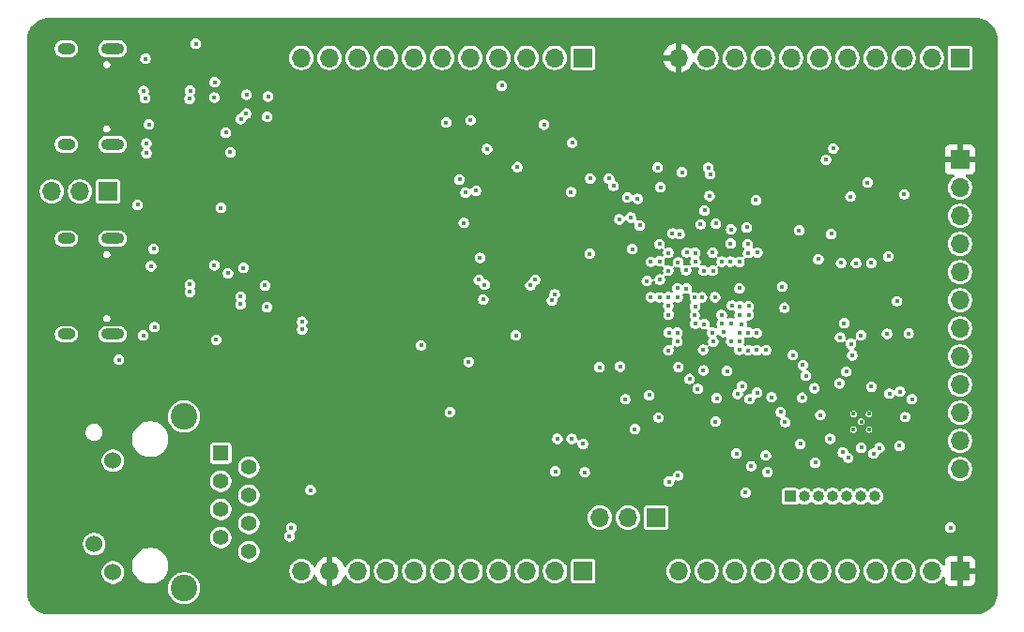
<source format=gbr>
%TF.GenerationSoftware,KiCad,Pcbnew,9.0.0*%
%TF.CreationDate,2025-04-18T01:08:42+10:00*%
%TF.ProjectId,Teensy_4.1_attempt_1,5465656e-7379-45f3-942e-315f61747465,rev?*%
%TF.SameCoordinates,Original*%
%TF.FileFunction,Copper,L5,Inr*%
%TF.FilePolarity,Positive*%
%FSLAX46Y46*%
G04 Gerber Fmt 4.6, Leading zero omitted, Abs format (unit mm)*
G04 Created by KiCad (PCBNEW 9.0.0) date 2025-04-18 01:08:42*
%MOMM*%
%LPD*%
G01*
G04 APERTURE LIST*
%TA.AperFunction,ComponentPad*%
%ADD10R,1.700000X1.700000*%
%TD*%
%TA.AperFunction,ComponentPad*%
%ADD11O,1.700000X1.700000*%
%TD*%
%TA.AperFunction,ComponentPad*%
%ADD12R,1.408000X1.408000*%
%TD*%
%TA.AperFunction,ComponentPad*%
%ADD13C,1.408000*%
%TD*%
%TA.AperFunction,ComponentPad*%
%ADD14C,1.530000*%
%TD*%
%TA.AperFunction,ComponentPad*%
%ADD15C,2.400000*%
%TD*%
%TA.AperFunction,HeatsinkPad*%
%ADD16O,2.100000X1.000000*%
%TD*%
%TA.AperFunction,HeatsinkPad*%
%ADD17O,1.600000X1.000000*%
%TD*%
%TA.AperFunction,ComponentPad*%
%ADD18R,1.000000X1.000000*%
%TD*%
%TA.AperFunction,ComponentPad*%
%ADD19O,1.000000X1.000000*%
%TD*%
%TA.AperFunction,ComponentPad*%
%ADD20C,0.400000*%
%TD*%
%TA.AperFunction,ViaPad*%
%ADD21C,0.450000*%
%TD*%
G04 APERTURE END LIST*
D10*
%TO.N,/D16_A2*%
%TO.C,J6*%
X151215000Y-96200000D03*
D11*
%TO.N,/D38_A14*%
X148675000Y-96200000D03*
%TO.N,/D24_A10*%
X146135000Y-96200000D03*
%TD*%
D10*
%TO.N,+3V3*%
%TO.C,J4*%
X178600000Y-101030000D03*
D11*
%TO.N,/D8*%
X176060000Y-101030000D03*
%TO.N,/D7*%
X173520000Y-101030000D03*
%TO.N,/D36*%
X170980000Y-101030000D03*
%TO.N,/D37*%
X168440000Y-101030000D03*
%TO.N,/D35*%
X165900000Y-101030000D03*
%TO.N,/D34*%
X163360000Y-101030000D03*
%TO.N,/D27_A13*%
X160820000Y-101030000D03*
%TO.N,/D21_A7*%
X158280000Y-101030000D03*
%TO.N,/D17_A3*%
X155740000Y-101030000D03*
%TO.N,/D19_A5*%
X153200000Y-101030000D03*
%TD*%
D12*
%TO.N,/T +*%
%TO.C,P1*%
X111930000Y-90375000D03*
D13*
%TO.N,Net-(P1-RCT)*%
X114470000Y-91645000D03*
%TO.N,/T -*%
X111930000Y-92915000D03*
%TO.N,/R +*%
X114470000Y-94185000D03*
%TO.N,Net-(P1-RCT)*%
X111930000Y-95455000D03*
%TO.N,/R -*%
X114470000Y-96725000D03*
%TO.N,unconnected-(P1-NC-Pad7)*%
X111930000Y-97995000D03*
%TO.N,GND*%
X114470000Y-99265000D03*
D14*
%TO.N,/LED*%
X102200000Y-91062000D03*
%TO.N,unconnected-(P1-YLW--Pad11)*%
X100500000Y-98578000D03*
%TO.N,unconnected-(P1-YLW+-Pad12)*%
X102200000Y-101145000D03*
D15*
%TO.N,unconnected-(P1-CH_GND@2-Pad13)*%
X108630000Y-87070000D03*
%TO.N,unconnected-(P1-CH_GND@3-Pad14)*%
X108630000Y-102570000D03*
%TD*%
D16*
%TO.N,Net-(USB_DFP1-SHIELD)*%
%TO.C,USB_DFP1*%
X102180000Y-71000000D03*
D17*
X98000000Y-71000000D03*
D16*
X102180000Y-79640000D03*
D17*
X98000000Y-79640000D03*
%TD*%
D10*
%TO.N,+3V3*%
%TO.C,J3*%
X178600000Y-63875000D03*
D11*
%TO.N,/D28*%
X178600000Y-66415000D03*
%TO.N,/D29*%
X178600000Y-68955000D03*
%TO.N,/D12*%
X178600000Y-71495000D03*
%TO.N,/D10*%
X178600000Y-74035000D03*
%TO.N,/D11*%
X178600000Y-76575000D03*
%TO.N,/D13*%
X178600000Y-79115000D03*
%TO.N,/D6*%
X178600000Y-81655000D03*
%TO.N,/D32*%
X178600000Y-84195000D03*
%TO.N,/D9*%
X178600000Y-86735000D03*
%TO.N,/D0*%
X178600000Y-89275000D03*
%TO.N,GND*%
X178600000Y-91815000D03*
%TD*%
D10*
%TO.N,/D22_A8*%
%TO.C,J5*%
X144630000Y-101030000D03*
D11*
%TO.N,/D39_A15*%
X142090000Y-101030000D03*
%TO.N,/D25_A11*%
X139550000Y-101030000D03*
%TO.N,/D20_A6*%
X137010000Y-101030000D03*
%TO.N,/D23_A9*%
X134470000Y-101030000D03*
%TO.N,/D40_A16*%
X131930000Y-101030000D03*
%TO.N,/D15_A1*%
X129390000Y-101030000D03*
%TO.N,/D14_A0*%
X126850000Y-101030000D03*
%TO.N,/D1*%
X124310000Y-101030000D03*
%TO.N,+3V3*%
X121770000Y-101030000D03*
%TO.N,GND*%
X119230000Y-101030000D03*
%TD*%
D18*
%TO.N,/DCDC_PSWITCH*%
%TO.C,SWD1*%
X163300000Y-94280000D03*
D19*
%TO.N,/JTAG_TCK*%
X164570000Y-94280000D03*
%TO.N,/JTAG_TDO*%
X165840000Y-94280000D03*
%TO.N,/JTAG_TDI*%
X167110000Y-94280000D03*
%TO.N,/JTAG_MOD*%
X168380000Y-94280000D03*
%TO.N,/JTAG_TMS*%
X169650000Y-94280000D03*
%TO.N,GND*%
X170920000Y-94280000D03*
%TD*%
D16*
%TO.N,Net-(USB_UFP1-SHIELD)*%
%TO.C,USB_UFP1*%
X102180000Y-53860000D03*
D17*
X98000000Y-53860000D03*
D16*
X102180000Y-62500000D03*
D17*
X98000000Y-62500000D03*
%TD*%
D20*
%TO.N,GND*%
%TO.C,U5*%
X169005000Y-86835000D03*
X170405000Y-86835000D03*
X169705000Y-87535000D03*
X169005000Y-88235000D03*
X170405000Y-88235000D03*
%TD*%
D10*
%TO.N,/ONOFF*%
%TO.C,J7*%
X101775000Y-66750000D03*
D11*
%TO.N,/WAKEUP*%
X99235000Y-66750000D03*
%TO.N,GND*%
X96695000Y-66750000D03*
%TD*%
D10*
%TO.N,GND*%
%TO.C,J2*%
X178600000Y-54670000D03*
D11*
%TO.N,/D49*%
X176060000Y-54670000D03*
%TO.N,/D31*%
X173520000Y-54670000D03*
%TO.N,/D52*%
X170980000Y-54670000D03*
%TO.N,/D48*%
X168440000Y-54670000D03*
%TO.N,/D53*%
X165900000Y-54670000D03*
%TO.N,/D50*%
X163360000Y-54670000D03*
%TO.N,/D30*%
X160820000Y-54670000D03*
%TO.N,/D54*%
X158280000Y-54670000D03*
%TO.N,/D51*%
X155740000Y-54670000D03*
%TO.N,+3V3*%
X153200000Y-54670000D03*
%TD*%
D10*
%TO.N,GND*%
%TO.C,J1*%
X144600000Y-54670000D03*
D11*
%TO.N,/D3*%
X142060000Y-54670000D03*
%TO.N,/D2*%
X139520000Y-54670000D03*
%TO.N,/D5*%
X136980000Y-54670000D03*
%TO.N,/D33*%
X134440000Y-54670000D03*
%TO.N,/D44*%
X131900000Y-54670000D03*
%TO.N,/D4*%
X129360000Y-54670000D03*
%TO.N,/D43*%
X126820000Y-54670000D03*
%TO.N,/D46*%
X124280000Y-54670000D03*
%TO.N,/D45*%
X121740000Y-54670000D03*
%TO.N,/D42*%
X119200000Y-54670000D03*
%TD*%
D21*
%TO.N,+5V*%
X150360000Y-74817500D03*
X135950000Y-62910000D03*
X143520000Y-66800000D03*
X143620000Y-62340000D03*
%TO.N,GND*%
X141100000Y-60710000D03*
X150580000Y-85140000D03*
X154710706Y-77119293D03*
X169705000Y-89880000D03*
X111350000Y-58250000D03*
X149280000Y-88210000D03*
X135610000Y-76490000D03*
X142050000Y-76040000D03*
X155340000Y-76300000D03*
X142295000Y-89070000D03*
X134470000Y-60300000D03*
X120030000Y-93720000D03*
X156520000Y-76290000D03*
X104930000Y-79740000D03*
X114250000Y-58010000D03*
X147960000Y-82560000D03*
X138670000Y-64540000D03*
X132255000Y-60515000D03*
X116090000Y-77180000D03*
X143585000Y-89080000D03*
X138560000Y-79740000D03*
X141810000Y-76590000D03*
X146080000Y-82610000D03*
X168170000Y-78640000D03*
X130010000Y-80630000D03*
X156075000Y-65190000D03*
X164090000Y-70260000D03*
X151350000Y-64585000D03*
X172152500Y-72600000D03*
X164430707Y-82399293D03*
X159270000Y-93950000D03*
X105230000Y-63290000D03*
X134000000Y-66840000D03*
X148420000Y-85510000D03*
X145210000Y-72370000D03*
X157602500Y-82950000D03*
X167880000Y-73200000D03*
X165830000Y-72860000D03*
X170610000Y-73200000D03*
X112390000Y-61430000D03*
X105210000Y-62410000D03*
X105140000Y-54760000D03*
X168342564Y-82999749D03*
X177740000Y-97100000D03*
X102750000Y-81950000D03*
X109680000Y-53410000D03*
X134285000Y-82135000D03*
X153960000Y-72250000D03*
X156010000Y-67150000D03*
X152310000Y-77080000D03*
X151510000Y-71480000D03*
X144595000Y-89540000D03*
X167190000Y-62860000D03*
X155910000Y-64600000D03*
X105860000Y-71920000D03*
X169675000Y-79740000D03*
X147360000Y-66230000D03*
X158700000Y-81050000D03*
X145260000Y-65580000D03*
X134950000Y-66680000D03*
X146950000Y-65580000D03*
X137270000Y-57200000D03*
X166990000Y-70570000D03*
X172030000Y-79595000D03*
X173990000Y-79575000D03*
X133460000Y-65670000D03*
X149730000Y-69812500D03*
X144760000Y-92110000D03*
X112795000Y-63195000D03*
%TO.N,+3V3*%
X157910000Y-74680000D03*
X171805000Y-84275000D03*
X167340000Y-89840000D03*
X157955000Y-77855000D03*
X154665497Y-73835497D03*
X156340000Y-60190000D03*
X169660000Y-61840000D03*
X129690000Y-77630000D03*
X152130000Y-82790000D03*
X136710000Y-84090000D03*
X151460000Y-62730000D03*
X151505000Y-80275000D03*
X138940000Y-72710000D03*
X173810000Y-83735000D03*
X145350000Y-67480000D03*
X171190000Y-70280000D03*
X155430000Y-77960000D03*
X156540000Y-90250000D03*
X148610000Y-61220000D03*
X154725000Y-74695000D03*
%TO.N,Net-(U1B-VDD_USB_CAP)*%
X154690245Y-76317958D03*
X151420000Y-87150000D03*
%TO.N,Net-(C20-Pad1)*%
X160210000Y-67530000D03*
X153322968Y-70605806D03*
%TO.N,/USB1_DN*%
X152305375Y-76275375D03*
X109180000Y-57640000D03*
X104970000Y-57670000D03*
X113740000Y-60210000D03*
%TO.N,+5VD*%
X116200000Y-58170000D03*
X104420000Y-67950000D03*
X111390000Y-56880000D03*
X111950000Y-68220000D03*
X105460000Y-60680000D03*
%TO.N,/USB1_DP*%
X105100000Y-58320000D03*
X153140000Y-76300000D03*
X109110000Y-58380000D03*
X114200000Y-59710000D03*
%TO.N,Net-(U1B-VDD_SNVS_IN)*%
X132590000Y-86670000D03*
X152330000Y-77870000D03*
%TO.N,/USB2_DN*%
X109150000Y-75150000D03*
X119270000Y-79201500D03*
X151510000Y-76300000D03*
X113730000Y-76221000D03*
%TO.N,+5VL*%
X105950000Y-78990000D03*
X111510000Y-80130000D03*
X105640000Y-73490000D03*
X115920000Y-75230000D03*
X113970000Y-73640000D03*
X112580000Y-74120000D03*
X111350000Y-73410000D03*
%TO.N,/USB2_DP*%
X109150000Y-75810000D03*
X119270000Y-78501497D03*
X150710000Y-76290000D03*
X113730000Y-76921003D03*
%TO.N,/D33*%
X155577500Y-68455322D03*
%TO.N,/D2*%
X156598000Y-69650000D03*
%TO.N,/D42*%
X148920000Y-69090000D03*
%TO.N,/D3*%
X157900000Y-73070000D03*
%TO.N,/D45*%
X154740000Y-73110000D03*
%TO.N,/D43*%
X149540000Y-67400000D03*
%TO.N,/D4*%
X156320000Y-73890000D03*
%TO.N,/D5*%
X156290000Y-72260000D03*
%TO.N,/D44*%
X154730000Y-72290000D03*
%TO.N,/D46*%
X148590000Y-67300000D03*
%TO.N,/D31*%
X160340000Y-72270000D03*
%TO.N,/D50*%
X168730000Y-67200000D03*
X159380000Y-69980000D03*
%TO.N,/D51*%
X157920000Y-71450000D03*
%TO.N,/D53*%
X159460000Y-71500000D03*
X173570000Y-66990000D03*
%TO.N,/D48*%
X166520000Y-63880000D03*
X159500000Y-72300000D03*
%TO.N,/D30*%
X158710000Y-73120000D03*
%TO.N,/D54*%
X170280000Y-65940000D03*
X157960000Y-70160000D03*
%TO.N,/D32*%
X162780000Y-77240000D03*
%TO.N,/D9*%
X167800000Y-79920000D03*
%TO.N,/D6*%
X158755000Y-77125000D03*
%TO.N,/D13*%
X172920000Y-76640000D03*
X159539797Y-77099522D03*
%TO.N,/D0*%
X157110000Y-77900000D03*
%TO.N,/D10*%
X162570000Y-75350000D03*
%TO.N,/D12*%
X158720000Y-75490000D03*
%TO.N,/D11*%
X158044999Y-77042786D03*
%TO.N,/D27_A13*%
X155466328Y-82900000D03*
%TO.N,/D7*%
X168790000Y-80510000D03*
%TO.N,/D19_A5*%
X153170000Y-92390000D03*
X154732745Y-78680000D03*
%TO.N,/D37*%
X158933500Y-78781356D03*
%TO.N,/D17_A3*%
X154960000Y-84580000D03*
%TO.N,/D34*%
X164205000Y-89525000D03*
%TO.N,/D35*%
X159510000Y-81090000D03*
%TO.N,/D21_A7*%
X155440328Y-81039672D03*
%TO.N,/D36*%
X159540000Y-77900000D03*
%TO.N,/D8*%
X168900000Y-81543750D03*
%TO.N,/D39_A15*%
X142100000Y-92010000D03*
X156267500Y-79496232D03*
%TO.N,/D1*%
X152340000Y-79480000D03*
%TO.N,/D25_A11*%
X153210000Y-82582500D03*
%TO.N,/D40_A16*%
X153115000Y-80295000D03*
%TO.N,/D14_A0*%
X153122672Y-79487328D03*
%TO.N,/D15_A1*%
X152305000Y-81085000D03*
%TO.N,/D16_A2*%
X154685000Y-77925000D03*
X152350000Y-92940000D03*
%TO.N,/D38_A14*%
X155540000Y-78730000D03*
%TO.N,/D24_A10*%
X154207500Y-83670000D03*
%TO.N,/WAKEUP*%
X152290000Y-73890000D03*
%TO.N,/ONOFF*%
X151530000Y-74700000D03*
%TO.N,/SOC_CAP_NET*%
X155494058Y-73911722D03*
X155199000Y-69705000D03*
%TO.N,Net-(L1-Pad1)*%
X152676814Y-70535194D03*
X151580000Y-66370000D03*
%TO.N,/PMIC_ON_REQ_PWR_SEQ*%
X147880004Y-69261328D03*
X153930000Y-75510000D03*
%TO.N,Net-(U3-PTB3{slash}IRQ_10)*%
X158450000Y-90400000D03*
X158960000Y-84330000D03*
%TO.N,Net-(U1B-GPIO_EMC_40)*%
X116120000Y-60010000D03*
X169240000Y-73230000D03*
%TO.N,Net-(U1A-GPIO_SD_B1_10)*%
X135738818Y-75166855D03*
X150725000Y-73095000D03*
%TO.N,/T -*%
X170820000Y-90420000D03*
%TO.N,Net-(U1A-GPIO_SD_B1_09)*%
X151520000Y-73060172D03*
X135200000Y-74720000D03*
%TO.N,/R -*%
X168042513Y-90292513D03*
X118291995Y-97114560D03*
%TO.N,Net-(U1A-GPIO_B0_13)*%
X158550000Y-85020000D03*
X158736678Y-77906678D03*
%TO.N,/R +*%
X168537489Y-90787489D03*
X118127577Y-97882552D03*
%TO.N,/D47*%
X133850000Y-69590000D03*
%TO.N,Net-(U1A-GPIO_SD_B1_06)*%
X135310000Y-72730000D03*
X152310000Y-72290000D03*
%TO.N,/T +*%
X171338633Y-89913661D03*
%TO.N,Net-(U1A-POR_B)*%
X153120000Y-75460000D03*
X160320000Y-84910000D03*
%TO.N,Net-(U1A-GPIO_SD_B1_08)*%
X149057862Y-71954500D03*
X139858819Y-75208901D03*
%TO.N,/LED*%
X165550000Y-91240000D03*
%TO.N,Net-(U1A-GPIO_EMC_01)*%
X156550000Y-87520000D03*
X157120000Y-73070000D03*
%TO.N,Net-(U1A-GPIO_AD_B0_04)*%
X161090000Y-90590000D03*
X157272500Y-79422906D03*
%TO.N,Net-(U1A-GPIO_SD_B1_07)*%
X153180000Y-73150000D03*
X140290000Y-74722500D03*
%TO.N,Net-(U3-PTB2{slash}IRQ_7)*%
X161230000Y-92067500D03*
X159640000Y-85510000D03*
%TO.N,Net-(U1B-GPIO_B1_06)*%
X170620000Y-84360000D03*
X160280000Y-79520000D03*
%TO.N,Net-(U1B-GPIO_B0_15)*%
X158730000Y-79480000D03*
X166020000Y-86930000D03*
%TO.N,Net-(U1B-GPIO_B1_04)*%
X158690000Y-80280000D03*
X172240000Y-85000000D03*
%TO.N,Net-(U1B-GPIO_B1_11)*%
X160290000Y-81060000D03*
X167742115Y-84077885D03*
%TO.N,Net-(U1B-GPIO_B1_09)*%
X164380000Y-85360000D03*
X163540707Y-81509293D03*
%TO.N,Net-(U1B-GPIO_B1_14)*%
X174270000Y-85510000D03*
X165490000Y-84510000D03*
%TO.N,Net-(U1B-GPIO_B1_05)*%
X173210000Y-84826250D03*
X159530000Y-79490000D03*
%TO.N,Net-(U1B-GPIO_B0_14)*%
X166890000Y-89070000D03*
X157927500Y-78645000D03*
%TO.N,Net-(U1B-GPIO_B1_15)*%
X164710000Y-83390000D03*
X173660000Y-87120000D03*
%TO.N,Net-(U1B-GPIO_B1_10)*%
X161120000Y-81080000D03*
X173160000Y-89710000D03*
%TO.N,/JTAG_TDI*%
X162440000Y-86650000D03*
%TO.N,/JTAG_TDO*%
X162835000Y-87565000D03*
%TO.N,/JTAG_MOD*%
X156660000Y-85410000D03*
X156350000Y-80300000D03*
%TO.N,/JTAG_TCK*%
X161610000Y-85340000D03*
X157977702Y-80291932D03*
%TO.N,/DCDC_PSWITCH*%
X157120000Y-78710000D03*
X153540000Y-65010000D03*
X159770000Y-91540000D03*
X153900000Y-73860000D03*
%TD*%
%TA.AperFunction,Conductor*%
%TO.N,+3V3*%
G36*
X180014119Y-51050770D02*
G01*
X180241523Y-51065674D01*
X180251163Y-51066681D01*
X180302634Y-51074081D01*
X180309176Y-51075202D01*
X180505706Y-51114294D01*
X180516582Y-51116967D01*
X180558717Y-51129338D01*
X180563663Y-51130903D01*
X180761890Y-51198193D01*
X180773707Y-51202882D01*
X180796843Y-51213448D01*
X180800168Y-51215028D01*
X181002351Y-51314733D01*
X181016607Y-51322964D01*
X181220352Y-51459102D01*
X181233418Y-51469127D01*
X181417658Y-51630701D01*
X181429298Y-51642341D01*
X181590870Y-51826579D01*
X181600897Y-51839647D01*
X181737028Y-52043381D01*
X181737030Y-52043383D01*
X181745271Y-52057657D01*
X181844957Y-52259802D01*
X181846565Y-52263188D01*
X181857112Y-52286283D01*
X181861811Y-52298123D01*
X181929081Y-52496293D01*
X181930664Y-52501296D01*
X181943027Y-52543399D01*
X181945710Y-52554317D01*
X181984786Y-52750765D01*
X181985925Y-52757416D01*
X181993314Y-52808812D01*
X181994326Y-52818501D01*
X182009230Y-53045880D01*
X182009500Y-53054121D01*
X182009500Y-102935878D01*
X182009230Y-102944118D01*
X182009230Y-102944119D01*
X181994326Y-103171497D01*
X181993314Y-103181186D01*
X181985925Y-103232582D01*
X181984786Y-103239233D01*
X181945710Y-103435681D01*
X181943027Y-103446599D01*
X181930664Y-103488702D01*
X181929081Y-103493705D01*
X181861811Y-103691875D01*
X181857112Y-103703715D01*
X181846565Y-103726810D01*
X181844957Y-103730196D01*
X181745270Y-103932342D01*
X181737029Y-103946616D01*
X181600897Y-104150352D01*
X181590864Y-104163428D01*
X181429305Y-104347651D01*
X181417651Y-104359305D01*
X181233428Y-104520864D01*
X181220352Y-104530897D01*
X181016616Y-104667029D01*
X181002342Y-104675270D01*
X180800196Y-104774957D01*
X180796810Y-104776565D01*
X180773715Y-104787112D01*
X180761875Y-104791811D01*
X180563705Y-104859081D01*
X180558702Y-104860664D01*
X180516599Y-104873027D01*
X180505681Y-104875710D01*
X180309233Y-104914786D01*
X180302582Y-104915925D01*
X180251186Y-104923314D01*
X180241497Y-104924326D01*
X180014119Y-104939230D01*
X180005878Y-104939500D01*
X96444122Y-104939500D01*
X96435881Y-104939230D01*
X96208501Y-104924326D01*
X96198812Y-104923314D01*
X96147416Y-104915925D01*
X96140765Y-104914786D01*
X95944317Y-104875710D01*
X95933399Y-104873027D01*
X95891296Y-104860664D01*
X95886293Y-104859081D01*
X95688123Y-104791811D01*
X95676283Y-104787112D01*
X95653188Y-104776565D01*
X95649802Y-104774957D01*
X95517090Y-104709511D01*
X95447653Y-104675269D01*
X95433387Y-104667032D01*
X95229647Y-104530897D01*
X95216579Y-104520870D01*
X95032341Y-104359298D01*
X95020701Y-104347658D01*
X94859127Y-104163418D01*
X94849102Y-104150352D01*
X94765010Y-104024500D01*
X94712964Y-103946607D01*
X94704733Y-103932351D01*
X94605028Y-103730168D01*
X94603448Y-103726843D01*
X94592882Y-103703707D01*
X94588193Y-103691890D01*
X94520904Y-103493664D01*
X94519334Y-103488702D01*
X94506967Y-103446582D01*
X94504294Y-103435706D01*
X94465202Y-103239176D01*
X94464081Y-103232634D01*
X94456681Y-103181163D01*
X94455674Y-103171523D01*
X94440770Y-102944118D01*
X94440500Y-102935878D01*
X94440500Y-102455528D01*
X107175500Y-102455528D01*
X107175500Y-102684472D01*
X107211314Y-102910596D01*
X107282062Y-103128334D01*
X107386000Y-103332324D01*
X107520569Y-103517543D01*
X107520571Y-103517545D01*
X107520573Y-103517548D01*
X107682451Y-103679426D01*
X107682454Y-103679428D01*
X107682457Y-103679431D01*
X107867676Y-103814000D01*
X108071666Y-103917938D01*
X108289404Y-103988686D01*
X108515528Y-104024500D01*
X108515531Y-104024500D01*
X108744469Y-104024500D01*
X108744472Y-104024500D01*
X108970596Y-103988686D01*
X109188334Y-103917938D01*
X109392324Y-103814000D01*
X109577543Y-103679431D01*
X109739431Y-103517543D01*
X109874000Y-103332324D01*
X109977938Y-103128334D01*
X110048686Y-102910596D01*
X110084500Y-102684472D01*
X110084500Y-102455528D01*
X110048686Y-102229404D01*
X109977938Y-102011666D01*
X109874000Y-101807676D01*
X109739431Y-101622457D01*
X109739430Y-101622456D01*
X109739428Y-101622453D01*
X109577548Y-101460573D01*
X109577545Y-101460571D01*
X109577543Y-101460569D01*
X109392324Y-101326000D01*
X109188334Y-101222062D01*
X109188333Y-101222061D01*
X109188332Y-101222061D01*
X108970599Y-101151315D01*
X108970596Y-101151314D01*
X108744472Y-101115500D01*
X108515528Y-101115500D01*
X108289404Y-101151314D01*
X108289401Y-101151314D01*
X108289400Y-101151315D01*
X108071667Y-101222061D01*
X107867672Y-101326002D01*
X107682454Y-101460571D01*
X107682451Y-101460573D01*
X107520573Y-101622451D01*
X107520572Y-101622453D01*
X107386002Y-101807672D01*
X107282061Y-102011667D01*
X107225865Y-102184620D01*
X107211314Y-102229404D01*
X107175500Y-102455528D01*
X94440500Y-102455528D01*
X94440500Y-101044585D01*
X101180500Y-101044585D01*
X101180500Y-101245414D01*
X101219679Y-101442377D01*
X101219680Y-101442380D01*
X101241859Y-101495925D01*
X101296531Y-101627914D01*
X101408103Y-101794893D01*
X101550107Y-101936897D01*
X101717086Y-102048469D01*
X101902623Y-102125321D01*
X102099588Y-102164500D01*
X102099589Y-102164500D01*
X102300411Y-102164500D01*
X102300412Y-102164500D01*
X102497377Y-102125321D01*
X102682914Y-102048469D01*
X102849893Y-101936897D01*
X102991897Y-101794893D01*
X103103469Y-101627914D01*
X103180321Y-101442377D01*
X103219500Y-101245412D01*
X103219500Y-101044588D01*
X103180321Y-100847623D01*
X103103469Y-100662086D01*
X102991897Y-100495107D01*
X102903860Y-100407070D01*
X103954500Y-100407070D01*
X103954500Y-100662930D01*
X103994526Y-100915639D01*
X103994527Y-100915643D01*
X104071100Y-101151314D01*
X104073590Y-101158975D01*
X104183292Y-101374276D01*
X104189750Y-101386950D01*
X104196835Y-101396702D01*
X104340138Y-101593942D01*
X104340140Y-101593944D01*
X104340142Y-101593947D01*
X104521052Y-101774857D01*
X104521055Y-101774859D01*
X104521058Y-101774862D01*
X104728053Y-101925252D01*
X104956025Y-102041410D01*
X105199361Y-102120474D01*
X105452070Y-102160500D01*
X105452073Y-102160500D01*
X105707927Y-102160500D01*
X105707930Y-102160500D01*
X105960639Y-102120474D01*
X106203975Y-102041410D01*
X106431947Y-101925252D01*
X106638942Y-101774862D01*
X106819862Y-101593942D01*
X106970252Y-101386947D01*
X107086410Y-101158975D01*
X107156560Y-100943074D01*
X118125500Y-100943074D01*
X118125500Y-101116926D01*
X118145851Y-101245412D01*
X118152698Y-101288642D01*
X118205562Y-101451343D01*
X118206420Y-101453981D01*
X118285347Y-101608884D01*
X118285349Y-101608887D01*
X118387536Y-101749535D01*
X118510464Y-101872463D01*
X118555342Y-101905069D01*
X118651116Y-101974653D01*
X118806019Y-102053580D01*
X118971362Y-102107303D01*
X119143074Y-102134500D01*
X119143077Y-102134500D01*
X119316923Y-102134500D01*
X119316926Y-102134500D01*
X119488638Y-102107303D01*
X119653981Y-102053580D01*
X119808884Y-101974653D01*
X119949533Y-101872465D01*
X120072465Y-101749533D01*
X120174653Y-101608884D01*
X120253580Y-101453981D01*
X120253584Y-101453967D01*
X120254405Y-101451987D01*
X120254923Y-101451343D01*
X120255827Y-101449570D01*
X120256199Y-101449759D01*
X120298948Y-101396702D01*
X120366309Y-101374276D01*
X120435102Y-101391827D01*
X120483485Y-101443785D01*
X120490651Y-101461259D01*
X120518904Y-101548215D01*
X120518907Y-101548221D01*
X120615379Y-101737557D01*
X120740280Y-101909468D01*
X120740282Y-101909471D01*
X120890528Y-102059717D01*
X120890531Y-102059719D01*
X121062442Y-102184620D01*
X121251778Y-102281092D01*
X121251784Y-102281095D01*
X121453870Y-102346756D01*
X121453868Y-102346756D01*
X121520000Y-102357230D01*
X121520000Y-101463012D01*
X121577007Y-101495925D01*
X121704174Y-101530000D01*
X121835826Y-101530000D01*
X121962993Y-101495925D01*
X122020000Y-101463012D01*
X122020000Y-102357230D01*
X122086130Y-102346756D01*
X122288215Y-102281095D01*
X122288221Y-102281092D01*
X122477557Y-102184620D01*
X122649468Y-102059719D01*
X122649471Y-102059717D01*
X122799717Y-101909471D01*
X122799719Y-101909468D01*
X122924620Y-101737557D01*
X123021092Y-101548222D01*
X123049347Y-101461260D01*
X123089420Y-101402654D01*
X123154817Y-101375016D01*
X123224774Y-101387122D01*
X123277080Y-101435128D01*
X123285588Y-101451972D01*
X123286418Y-101453976D01*
X123286420Y-101453981D01*
X123365347Y-101608884D01*
X123365349Y-101608887D01*
X123467536Y-101749535D01*
X123590464Y-101872463D01*
X123635342Y-101905069D01*
X123731116Y-101974653D01*
X123886019Y-102053580D01*
X124051362Y-102107303D01*
X124223074Y-102134500D01*
X124223077Y-102134500D01*
X124396923Y-102134500D01*
X124396926Y-102134500D01*
X124568638Y-102107303D01*
X124733981Y-102053580D01*
X124888884Y-101974653D01*
X125029533Y-101872465D01*
X125152465Y-101749533D01*
X125254653Y-101608884D01*
X125333580Y-101453981D01*
X125387303Y-101288638D01*
X125414500Y-101116926D01*
X125414500Y-100943074D01*
X125745500Y-100943074D01*
X125745500Y-101116926D01*
X125765851Y-101245412D01*
X125772698Y-101288642D01*
X125825562Y-101451343D01*
X125826420Y-101453981D01*
X125905347Y-101608884D01*
X125905349Y-101608887D01*
X126007536Y-101749535D01*
X126130464Y-101872463D01*
X126175342Y-101905069D01*
X126271116Y-101974653D01*
X126426019Y-102053580D01*
X126591362Y-102107303D01*
X126763074Y-102134500D01*
X126763077Y-102134500D01*
X126936923Y-102134500D01*
X126936926Y-102134500D01*
X127108638Y-102107303D01*
X127273981Y-102053580D01*
X127428884Y-101974653D01*
X127569533Y-101872465D01*
X127692465Y-101749533D01*
X127794653Y-101608884D01*
X127873580Y-101453981D01*
X127927303Y-101288638D01*
X127954500Y-101116926D01*
X127954500Y-100943074D01*
X128285500Y-100943074D01*
X128285500Y-101116926D01*
X128305851Y-101245412D01*
X128312698Y-101288642D01*
X128365562Y-101451343D01*
X128366420Y-101453981D01*
X128445347Y-101608884D01*
X128445349Y-101608887D01*
X128547536Y-101749535D01*
X128670464Y-101872463D01*
X128715342Y-101905069D01*
X128811116Y-101974653D01*
X128966019Y-102053580D01*
X129131362Y-102107303D01*
X129303074Y-102134500D01*
X129303077Y-102134500D01*
X129476923Y-102134500D01*
X129476926Y-102134500D01*
X129648638Y-102107303D01*
X129813981Y-102053580D01*
X129968884Y-101974653D01*
X130109533Y-101872465D01*
X130232465Y-101749533D01*
X130334653Y-101608884D01*
X130413580Y-101453981D01*
X130467303Y-101288638D01*
X130494500Y-101116926D01*
X130494500Y-100943074D01*
X130825500Y-100943074D01*
X130825500Y-101116926D01*
X130845851Y-101245412D01*
X130852698Y-101288642D01*
X130905562Y-101451343D01*
X130906420Y-101453981D01*
X130985347Y-101608884D01*
X130985349Y-101608887D01*
X131087536Y-101749535D01*
X131210464Y-101872463D01*
X131255342Y-101905069D01*
X131351116Y-101974653D01*
X131506019Y-102053580D01*
X131671362Y-102107303D01*
X131843074Y-102134500D01*
X131843077Y-102134500D01*
X132016923Y-102134500D01*
X132016926Y-102134500D01*
X132188638Y-102107303D01*
X132353981Y-102053580D01*
X132508884Y-101974653D01*
X132649533Y-101872465D01*
X132772465Y-101749533D01*
X132874653Y-101608884D01*
X132953580Y-101453981D01*
X133007303Y-101288638D01*
X133034500Y-101116926D01*
X133034500Y-100943074D01*
X133365500Y-100943074D01*
X133365500Y-101116926D01*
X133385851Y-101245412D01*
X133392698Y-101288642D01*
X133445562Y-101451343D01*
X133446420Y-101453981D01*
X133525347Y-101608884D01*
X133525349Y-101608887D01*
X133627536Y-101749535D01*
X133750464Y-101872463D01*
X133795342Y-101905069D01*
X133891116Y-101974653D01*
X134046019Y-102053580D01*
X134211362Y-102107303D01*
X134383074Y-102134500D01*
X134383077Y-102134500D01*
X134556923Y-102134500D01*
X134556926Y-102134500D01*
X134728638Y-102107303D01*
X134893981Y-102053580D01*
X135048884Y-101974653D01*
X135189533Y-101872465D01*
X135312465Y-101749533D01*
X135414653Y-101608884D01*
X135493580Y-101453981D01*
X135547303Y-101288638D01*
X135574500Y-101116926D01*
X135574500Y-100943074D01*
X135905500Y-100943074D01*
X135905500Y-101116926D01*
X135925851Y-101245412D01*
X135932698Y-101288642D01*
X135985562Y-101451343D01*
X135986420Y-101453981D01*
X136065347Y-101608884D01*
X136065349Y-101608887D01*
X136167536Y-101749535D01*
X136290464Y-101872463D01*
X136335342Y-101905069D01*
X136431116Y-101974653D01*
X136586019Y-102053580D01*
X136751362Y-102107303D01*
X136923074Y-102134500D01*
X136923077Y-102134500D01*
X137096923Y-102134500D01*
X137096926Y-102134500D01*
X137268638Y-102107303D01*
X137433981Y-102053580D01*
X137588884Y-101974653D01*
X137729533Y-101872465D01*
X137852465Y-101749533D01*
X137954653Y-101608884D01*
X138033580Y-101453981D01*
X138087303Y-101288638D01*
X138114500Y-101116926D01*
X138114500Y-100943074D01*
X138445500Y-100943074D01*
X138445500Y-101116926D01*
X138465851Y-101245412D01*
X138472698Y-101288642D01*
X138525562Y-101451343D01*
X138526420Y-101453981D01*
X138605347Y-101608884D01*
X138605349Y-101608887D01*
X138707536Y-101749535D01*
X138830464Y-101872463D01*
X138875342Y-101905069D01*
X138971116Y-101974653D01*
X139126019Y-102053580D01*
X139291362Y-102107303D01*
X139463074Y-102134500D01*
X139463077Y-102134500D01*
X139636923Y-102134500D01*
X139636926Y-102134500D01*
X139808638Y-102107303D01*
X139973981Y-102053580D01*
X140128884Y-101974653D01*
X140269533Y-101872465D01*
X140392465Y-101749533D01*
X140494653Y-101608884D01*
X140573580Y-101453981D01*
X140627303Y-101288638D01*
X140654500Y-101116926D01*
X140654500Y-100943074D01*
X140985500Y-100943074D01*
X140985500Y-101116926D01*
X141005851Y-101245412D01*
X141012698Y-101288642D01*
X141065562Y-101451343D01*
X141066420Y-101453981D01*
X141145347Y-101608884D01*
X141145349Y-101608887D01*
X141247536Y-101749535D01*
X141370464Y-101872463D01*
X141415342Y-101905069D01*
X141511116Y-101974653D01*
X141666019Y-102053580D01*
X141831362Y-102107303D01*
X142003074Y-102134500D01*
X142003077Y-102134500D01*
X142176923Y-102134500D01*
X142176926Y-102134500D01*
X142348638Y-102107303D01*
X142513981Y-102053580D01*
X142668884Y-101974653D01*
X142809533Y-101872465D01*
X142932465Y-101749533D01*
X143034653Y-101608884D01*
X143113580Y-101453981D01*
X143167303Y-101288638D01*
X143194500Y-101116926D01*
X143194500Y-100943074D01*
X143167303Y-100771362D01*
X143113580Y-100606019D01*
X143034653Y-100451116D01*
X142999592Y-100402859D01*
X142932463Y-100310464D01*
X142809535Y-100187536D01*
X142764657Y-100154930D01*
X143525500Y-100154930D01*
X143525500Y-101905063D01*
X143525501Y-101905073D01*
X143540265Y-101979300D01*
X143596516Y-102063484D01*
X143680697Y-102119733D01*
X143680699Y-102119734D01*
X143754933Y-102134500D01*
X145505066Y-102134499D01*
X145505069Y-102134498D01*
X145505073Y-102134498D01*
X145554326Y-102124701D01*
X145579301Y-102119734D01*
X145663484Y-102063484D01*
X145719734Y-101979301D01*
X145734500Y-101905067D01*
X145734499Y-100943074D01*
X152095500Y-100943074D01*
X152095500Y-101116926D01*
X152115851Y-101245412D01*
X152122698Y-101288642D01*
X152175562Y-101451343D01*
X152176420Y-101453981D01*
X152255347Y-101608884D01*
X152255349Y-101608887D01*
X152357536Y-101749535D01*
X152480464Y-101872463D01*
X152525342Y-101905069D01*
X152621116Y-101974653D01*
X152776019Y-102053580D01*
X152941362Y-102107303D01*
X153113074Y-102134500D01*
X153113077Y-102134500D01*
X153286923Y-102134500D01*
X153286926Y-102134500D01*
X153458638Y-102107303D01*
X153623981Y-102053580D01*
X153778884Y-101974653D01*
X153919533Y-101872465D01*
X154042465Y-101749533D01*
X154144653Y-101608884D01*
X154223580Y-101453981D01*
X154277303Y-101288638D01*
X154304500Y-101116926D01*
X154304500Y-100943074D01*
X154635500Y-100943074D01*
X154635500Y-101116926D01*
X154655851Y-101245412D01*
X154662698Y-101288642D01*
X154715562Y-101451343D01*
X154716420Y-101453981D01*
X154795347Y-101608884D01*
X154795349Y-101608887D01*
X154897536Y-101749535D01*
X155020464Y-101872463D01*
X155065342Y-101905069D01*
X155161116Y-101974653D01*
X155316019Y-102053580D01*
X155481362Y-102107303D01*
X155653074Y-102134500D01*
X155653077Y-102134500D01*
X155826923Y-102134500D01*
X155826926Y-102134500D01*
X155998638Y-102107303D01*
X156163981Y-102053580D01*
X156318884Y-101974653D01*
X156459533Y-101872465D01*
X156582465Y-101749533D01*
X156684653Y-101608884D01*
X156763580Y-101453981D01*
X156817303Y-101288638D01*
X156844500Y-101116926D01*
X156844500Y-100943074D01*
X157175500Y-100943074D01*
X157175500Y-101116926D01*
X157195851Y-101245412D01*
X157202698Y-101288642D01*
X157255562Y-101451343D01*
X157256420Y-101453981D01*
X157335347Y-101608884D01*
X157335349Y-101608887D01*
X157437536Y-101749535D01*
X157560464Y-101872463D01*
X157605342Y-101905069D01*
X157701116Y-101974653D01*
X157856019Y-102053580D01*
X158021362Y-102107303D01*
X158193074Y-102134500D01*
X158193077Y-102134500D01*
X158366923Y-102134500D01*
X158366926Y-102134500D01*
X158538638Y-102107303D01*
X158703981Y-102053580D01*
X158858884Y-101974653D01*
X158999533Y-101872465D01*
X159122465Y-101749533D01*
X159224653Y-101608884D01*
X159303580Y-101453981D01*
X159357303Y-101288638D01*
X159384500Y-101116926D01*
X159384500Y-100943074D01*
X159715500Y-100943074D01*
X159715500Y-101116926D01*
X159735851Y-101245412D01*
X159742698Y-101288642D01*
X159795562Y-101451343D01*
X159796420Y-101453981D01*
X159875347Y-101608884D01*
X159875349Y-101608887D01*
X159977536Y-101749535D01*
X160100464Y-101872463D01*
X160145342Y-101905069D01*
X160241116Y-101974653D01*
X160396019Y-102053580D01*
X160561362Y-102107303D01*
X160733074Y-102134500D01*
X160733077Y-102134500D01*
X160906923Y-102134500D01*
X160906926Y-102134500D01*
X161078638Y-102107303D01*
X161243981Y-102053580D01*
X161398884Y-101974653D01*
X161539533Y-101872465D01*
X161662465Y-101749533D01*
X161764653Y-101608884D01*
X161843580Y-101453981D01*
X161897303Y-101288638D01*
X161924500Y-101116926D01*
X161924500Y-100943074D01*
X162255500Y-100943074D01*
X162255500Y-101116926D01*
X162275851Y-101245412D01*
X162282698Y-101288642D01*
X162335562Y-101451343D01*
X162336420Y-101453981D01*
X162415347Y-101608884D01*
X162415349Y-101608887D01*
X162517536Y-101749535D01*
X162640464Y-101872463D01*
X162685342Y-101905069D01*
X162781116Y-101974653D01*
X162936019Y-102053580D01*
X163101362Y-102107303D01*
X163273074Y-102134500D01*
X163273077Y-102134500D01*
X163446923Y-102134500D01*
X163446926Y-102134500D01*
X163618638Y-102107303D01*
X163783981Y-102053580D01*
X163938884Y-101974653D01*
X164079533Y-101872465D01*
X164202465Y-101749533D01*
X164304653Y-101608884D01*
X164383580Y-101453981D01*
X164437303Y-101288638D01*
X164464500Y-101116926D01*
X164464500Y-100943074D01*
X164795500Y-100943074D01*
X164795500Y-101116926D01*
X164815851Y-101245412D01*
X164822698Y-101288642D01*
X164875562Y-101451343D01*
X164876420Y-101453981D01*
X164955347Y-101608884D01*
X164955349Y-101608887D01*
X165057536Y-101749535D01*
X165180464Y-101872463D01*
X165225342Y-101905069D01*
X165321116Y-101974653D01*
X165476019Y-102053580D01*
X165641362Y-102107303D01*
X165813074Y-102134500D01*
X165813077Y-102134500D01*
X165986923Y-102134500D01*
X165986926Y-102134500D01*
X166158638Y-102107303D01*
X166323981Y-102053580D01*
X166478884Y-101974653D01*
X166619533Y-101872465D01*
X166742465Y-101749533D01*
X166844653Y-101608884D01*
X166923580Y-101453981D01*
X166977303Y-101288638D01*
X167004500Y-101116926D01*
X167004500Y-100943074D01*
X167335500Y-100943074D01*
X167335500Y-101116926D01*
X167355851Y-101245412D01*
X167362698Y-101288642D01*
X167415562Y-101451343D01*
X167416420Y-101453981D01*
X167495347Y-101608884D01*
X167495349Y-101608887D01*
X167597536Y-101749535D01*
X167720464Y-101872463D01*
X167765342Y-101905069D01*
X167861116Y-101974653D01*
X168016019Y-102053580D01*
X168181362Y-102107303D01*
X168353074Y-102134500D01*
X168353077Y-102134500D01*
X168526923Y-102134500D01*
X168526926Y-102134500D01*
X168698638Y-102107303D01*
X168863981Y-102053580D01*
X169018884Y-101974653D01*
X169159533Y-101872465D01*
X169282465Y-101749533D01*
X169384653Y-101608884D01*
X169463580Y-101453981D01*
X169517303Y-101288638D01*
X169544500Y-101116926D01*
X169544500Y-100943074D01*
X169875500Y-100943074D01*
X169875500Y-101116926D01*
X169895851Y-101245412D01*
X169902698Y-101288642D01*
X169955562Y-101451343D01*
X169956420Y-101453981D01*
X170035347Y-101608884D01*
X170035349Y-101608887D01*
X170137536Y-101749535D01*
X170260464Y-101872463D01*
X170305342Y-101905069D01*
X170401116Y-101974653D01*
X170556019Y-102053580D01*
X170721362Y-102107303D01*
X170893074Y-102134500D01*
X170893077Y-102134500D01*
X171066923Y-102134500D01*
X171066926Y-102134500D01*
X171238638Y-102107303D01*
X171403981Y-102053580D01*
X171558884Y-101974653D01*
X171699533Y-101872465D01*
X171822465Y-101749533D01*
X171924653Y-101608884D01*
X172003580Y-101453981D01*
X172057303Y-101288638D01*
X172084500Y-101116926D01*
X172084500Y-100943074D01*
X172415500Y-100943074D01*
X172415500Y-101116926D01*
X172435851Y-101245412D01*
X172442698Y-101288642D01*
X172495562Y-101451343D01*
X172496420Y-101453981D01*
X172575347Y-101608884D01*
X172575349Y-101608887D01*
X172677536Y-101749535D01*
X172800464Y-101872463D01*
X172845342Y-101905069D01*
X172941116Y-101974653D01*
X173096019Y-102053580D01*
X173261362Y-102107303D01*
X173433074Y-102134500D01*
X173433077Y-102134500D01*
X173606923Y-102134500D01*
X173606926Y-102134500D01*
X173778638Y-102107303D01*
X173943981Y-102053580D01*
X174098884Y-101974653D01*
X174239533Y-101872465D01*
X174362465Y-101749533D01*
X174464653Y-101608884D01*
X174543580Y-101453981D01*
X174597303Y-101288638D01*
X174624500Y-101116926D01*
X174624500Y-100943074D01*
X174955500Y-100943074D01*
X174955500Y-101116926D01*
X174975851Y-101245412D01*
X174982698Y-101288642D01*
X175035562Y-101451343D01*
X175036420Y-101453981D01*
X175115347Y-101608884D01*
X175115349Y-101608887D01*
X175217536Y-101749535D01*
X175340464Y-101872463D01*
X175385342Y-101905069D01*
X175481116Y-101974653D01*
X175636019Y-102053580D01*
X175801362Y-102107303D01*
X175973074Y-102134500D01*
X175973077Y-102134500D01*
X176146923Y-102134500D01*
X176146926Y-102134500D01*
X176318638Y-102107303D01*
X176483981Y-102053580D01*
X176638884Y-101974653D01*
X176779533Y-101872465D01*
X176902465Y-101749533D01*
X177004653Y-101608884D01*
X177011733Y-101594987D01*
X177060479Y-101543373D01*
X177129394Y-101526306D01*
X177196596Y-101549205D01*
X177240749Y-101604802D01*
X177250000Y-101652190D01*
X177250000Y-101927823D01*
X177250001Y-101927837D01*
X177256400Y-101987371D01*
X177306647Y-102122089D01*
X177392810Y-102237189D01*
X177507910Y-102323352D01*
X177642628Y-102373599D01*
X177702159Y-102379999D01*
X177702176Y-102380000D01*
X178350000Y-102380000D01*
X178350000Y-101463012D01*
X178407007Y-101495925D01*
X178534174Y-101530000D01*
X178665826Y-101530000D01*
X178792993Y-101495925D01*
X178850000Y-101463012D01*
X178850000Y-102380000D01*
X179497824Y-102380000D01*
X179497840Y-102379999D01*
X179557371Y-102373599D01*
X179692089Y-102323352D01*
X179807189Y-102237189D01*
X179893352Y-102122089D01*
X179943599Y-101987371D01*
X179949999Y-101927837D01*
X179950000Y-101927823D01*
X179950000Y-101280000D01*
X179033012Y-101280000D01*
X179065925Y-101222993D01*
X179100000Y-101095826D01*
X179100000Y-100964174D01*
X179065925Y-100837007D01*
X179033012Y-100780000D01*
X179950000Y-100780000D01*
X179950000Y-100132176D01*
X179949999Y-100132159D01*
X179943599Y-100072628D01*
X179893352Y-99937910D01*
X179807189Y-99822810D01*
X179692089Y-99736647D01*
X179557371Y-99686400D01*
X179497840Y-99680000D01*
X178850000Y-99680000D01*
X178850000Y-100596988D01*
X178792993Y-100564075D01*
X178665826Y-100530000D01*
X178534174Y-100530000D01*
X178407007Y-100564075D01*
X178350000Y-100596988D01*
X178350000Y-99680000D01*
X177702159Y-99680000D01*
X177642628Y-99686400D01*
X177507910Y-99736647D01*
X177392810Y-99822810D01*
X177306647Y-99937910D01*
X177256400Y-100072628D01*
X177250000Y-100132159D01*
X177250000Y-100407809D01*
X177229998Y-100475930D01*
X177176342Y-100522423D01*
X177106068Y-100532527D01*
X177041488Y-100503033D01*
X177011733Y-100465012D01*
X177004651Y-100451113D01*
X176902463Y-100310464D01*
X176779535Y-100187536D01*
X176638887Y-100085349D01*
X176638886Y-100085348D01*
X176638884Y-100085347D01*
X176483981Y-100006420D01*
X176483978Y-100006419D01*
X176483976Y-100006418D01*
X176318642Y-99952698D01*
X176318640Y-99952697D01*
X176318638Y-99952697D01*
X176146926Y-99925500D01*
X175973074Y-99925500D01*
X175801362Y-99952697D01*
X175801360Y-99952697D01*
X175801357Y-99952698D01*
X175636023Y-100006418D01*
X175636017Y-100006421D01*
X175481112Y-100085349D01*
X175340464Y-100187536D01*
X175217536Y-100310464D01*
X175115349Y-100451112D01*
X175036421Y-100606017D01*
X175036418Y-100606023D01*
X174982698Y-100771357D01*
X174982697Y-100771360D01*
X174982697Y-100771362D01*
X174955500Y-100943074D01*
X174624500Y-100943074D01*
X174597303Y-100771362D01*
X174543580Y-100606019D01*
X174464653Y-100451116D01*
X174429592Y-100402859D01*
X174362463Y-100310464D01*
X174239535Y-100187536D01*
X174098887Y-100085349D01*
X174098886Y-100085348D01*
X174098884Y-100085347D01*
X173943981Y-100006420D01*
X173943978Y-100006419D01*
X173943976Y-100006418D01*
X173778642Y-99952698D01*
X173778640Y-99952697D01*
X173778638Y-99952697D01*
X173606926Y-99925500D01*
X173433074Y-99925500D01*
X173261362Y-99952697D01*
X173261360Y-99952697D01*
X173261357Y-99952698D01*
X173096023Y-100006418D01*
X173096017Y-100006421D01*
X172941112Y-100085349D01*
X172800464Y-100187536D01*
X172677536Y-100310464D01*
X172575349Y-100451112D01*
X172496421Y-100606017D01*
X172496418Y-100606023D01*
X172442698Y-100771357D01*
X172442697Y-100771360D01*
X172442697Y-100771362D01*
X172415500Y-100943074D01*
X172084500Y-100943074D01*
X172057303Y-100771362D01*
X172003580Y-100606019D01*
X171924653Y-100451116D01*
X171889592Y-100402859D01*
X171822463Y-100310464D01*
X171699535Y-100187536D01*
X171558887Y-100085349D01*
X171558886Y-100085348D01*
X171558884Y-100085347D01*
X171403981Y-100006420D01*
X171403978Y-100006419D01*
X171403976Y-100006418D01*
X171238642Y-99952698D01*
X171238640Y-99952697D01*
X171238638Y-99952697D01*
X171066926Y-99925500D01*
X170893074Y-99925500D01*
X170721362Y-99952697D01*
X170721360Y-99952697D01*
X170721357Y-99952698D01*
X170556023Y-100006418D01*
X170556017Y-100006421D01*
X170401112Y-100085349D01*
X170260464Y-100187536D01*
X170137536Y-100310464D01*
X170035349Y-100451112D01*
X169956421Y-100606017D01*
X169956418Y-100606023D01*
X169902698Y-100771357D01*
X169902697Y-100771360D01*
X169902697Y-100771362D01*
X169875500Y-100943074D01*
X169544500Y-100943074D01*
X169517303Y-100771362D01*
X169463580Y-100606019D01*
X169384653Y-100451116D01*
X169349592Y-100402859D01*
X169282463Y-100310464D01*
X169159535Y-100187536D01*
X169018887Y-100085349D01*
X169018886Y-100085348D01*
X169018884Y-100085347D01*
X168863981Y-100006420D01*
X168863978Y-100006419D01*
X168863976Y-100006418D01*
X168698642Y-99952698D01*
X168698640Y-99952697D01*
X168698638Y-99952697D01*
X168526926Y-99925500D01*
X168353074Y-99925500D01*
X168181362Y-99952697D01*
X168181360Y-99952697D01*
X168181357Y-99952698D01*
X168016023Y-100006418D01*
X168016017Y-100006421D01*
X167861112Y-100085349D01*
X167720464Y-100187536D01*
X167597536Y-100310464D01*
X167495349Y-100451112D01*
X167416421Y-100606017D01*
X167416418Y-100606023D01*
X167362698Y-100771357D01*
X167362697Y-100771360D01*
X167362697Y-100771362D01*
X167335500Y-100943074D01*
X167004500Y-100943074D01*
X166977303Y-100771362D01*
X166923580Y-100606019D01*
X166844653Y-100451116D01*
X166809592Y-100402859D01*
X166742463Y-100310464D01*
X166619535Y-100187536D01*
X166478887Y-100085349D01*
X166478886Y-100085348D01*
X166478884Y-100085347D01*
X166323981Y-100006420D01*
X166323978Y-100006419D01*
X166323976Y-100006418D01*
X166158642Y-99952698D01*
X166158640Y-99952697D01*
X166158638Y-99952697D01*
X165986926Y-99925500D01*
X165813074Y-99925500D01*
X165641362Y-99952697D01*
X165641360Y-99952697D01*
X165641357Y-99952698D01*
X165476023Y-100006418D01*
X165476017Y-100006421D01*
X165321112Y-100085349D01*
X165180464Y-100187536D01*
X165057536Y-100310464D01*
X164955349Y-100451112D01*
X164876421Y-100606017D01*
X164876418Y-100606023D01*
X164822698Y-100771357D01*
X164822697Y-100771360D01*
X164822697Y-100771362D01*
X164795500Y-100943074D01*
X164464500Y-100943074D01*
X164437303Y-100771362D01*
X164383580Y-100606019D01*
X164304653Y-100451116D01*
X164269592Y-100402859D01*
X164202463Y-100310464D01*
X164079535Y-100187536D01*
X163938887Y-100085349D01*
X163938886Y-100085348D01*
X163938884Y-100085347D01*
X163783981Y-100006420D01*
X163783978Y-100006419D01*
X163783976Y-100006418D01*
X163618642Y-99952698D01*
X163618640Y-99952697D01*
X163618638Y-99952697D01*
X163446926Y-99925500D01*
X163273074Y-99925500D01*
X163101362Y-99952697D01*
X163101360Y-99952697D01*
X163101357Y-99952698D01*
X162936023Y-100006418D01*
X162936017Y-100006421D01*
X162781112Y-100085349D01*
X162640464Y-100187536D01*
X162517536Y-100310464D01*
X162415349Y-100451112D01*
X162336421Y-100606017D01*
X162336418Y-100606023D01*
X162282698Y-100771357D01*
X162282697Y-100771360D01*
X162282697Y-100771362D01*
X162255500Y-100943074D01*
X161924500Y-100943074D01*
X161897303Y-100771362D01*
X161843580Y-100606019D01*
X161764653Y-100451116D01*
X161729592Y-100402859D01*
X161662463Y-100310464D01*
X161539535Y-100187536D01*
X161398887Y-100085349D01*
X161398886Y-100085348D01*
X161398884Y-100085347D01*
X161243981Y-100006420D01*
X161243978Y-100006419D01*
X161243976Y-100006418D01*
X161078642Y-99952698D01*
X161078640Y-99952697D01*
X161078638Y-99952697D01*
X160906926Y-99925500D01*
X160733074Y-99925500D01*
X160561362Y-99952697D01*
X160561360Y-99952697D01*
X160561357Y-99952698D01*
X160396023Y-100006418D01*
X160396017Y-100006421D01*
X160241112Y-100085349D01*
X160100464Y-100187536D01*
X159977536Y-100310464D01*
X159875349Y-100451112D01*
X159796421Y-100606017D01*
X159796418Y-100606023D01*
X159742698Y-100771357D01*
X159742697Y-100771360D01*
X159742697Y-100771362D01*
X159715500Y-100943074D01*
X159384500Y-100943074D01*
X159357303Y-100771362D01*
X159303580Y-100606019D01*
X159224653Y-100451116D01*
X159189592Y-100402859D01*
X159122463Y-100310464D01*
X158999535Y-100187536D01*
X158858887Y-100085349D01*
X158858886Y-100085348D01*
X158858884Y-100085347D01*
X158703981Y-100006420D01*
X158703978Y-100006419D01*
X158703976Y-100006418D01*
X158538642Y-99952698D01*
X158538640Y-99952697D01*
X158538638Y-99952697D01*
X158366926Y-99925500D01*
X158193074Y-99925500D01*
X158021362Y-99952697D01*
X158021360Y-99952697D01*
X158021357Y-99952698D01*
X157856023Y-100006418D01*
X157856017Y-100006421D01*
X157701112Y-100085349D01*
X157560464Y-100187536D01*
X157437536Y-100310464D01*
X157335349Y-100451112D01*
X157256421Y-100606017D01*
X157256418Y-100606023D01*
X157202698Y-100771357D01*
X157202697Y-100771360D01*
X157202697Y-100771362D01*
X157175500Y-100943074D01*
X156844500Y-100943074D01*
X156817303Y-100771362D01*
X156763580Y-100606019D01*
X156684653Y-100451116D01*
X156649592Y-100402859D01*
X156582463Y-100310464D01*
X156459535Y-100187536D01*
X156318887Y-100085349D01*
X156318886Y-100085348D01*
X156318884Y-100085347D01*
X156163981Y-100006420D01*
X156163978Y-100006419D01*
X156163976Y-100006418D01*
X155998642Y-99952698D01*
X155998640Y-99952697D01*
X155998638Y-99952697D01*
X155826926Y-99925500D01*
X155653074Y-99925500D01*
X155481362Y-99952697D01*
X155481360Y-99952697D01*
X155481357Y-99952698D01*
X155316023Y-100006418D01*
X155316017Y-100006421D01*
X155161112Y-100085349D01*
X155020464Y-100187536D01*
X154897536Y-100310464D01*
X154795349Y-100451112D01*
X154716421Y-100606017D01*
X154716418Y-100606023D01*
X154662698Y-100771357D01*
X154662697Y-100771360D01*
X154662697Y-100771362D01*
X154635500Y-100943074D01*
X154304500Y-100943074D01*
X154277303Y-100771362D01*
X154223580Y-100606019D01*
X154144653Y-100451116D01*
X154109592Y-100402859D01*
X154042463Y-100310464D01*
X153919535Y-100187536D01*
X153778887Y-100085349D01*
X153778886Y-100085348D01*
X153778884Y-100085347D01*
X153623981Y-100006420D01*
X153623978Y-100006419D01*
X153623976Y-100006418D01*
X153458642Y-99952698D01*
X153458640Y-99952697D01*
X153458638Y-99952697D01*
X153286926Y-99925500D01*
X153113074Y-99925500D01*
X152941362Y-99952697D01*
X152941360Y-99952697D01*
X152941357Y-99952698D01*
X152776023Y-100006418D01*
X152776017Y-100006421D01*
X152621112Y-100085349D01*
X152480464Y-100187536D01*
X152357536Y-100310464D01*
X152255349Y-100451112D01*
X152176421Y-100606017D01*
X152176418Y-100606023D01*
X152122698Y-100771357D01*
X152122697Y-100771360D01*
X152122697Y-100771362D01*
X152095500Y-100943074D01*
X145734499Y-100943074D01*
X145734499Y-100154934D01*
X145734498Y-100154930D01*
X145734498Y-100154926D01*
X145719734Y-100080699D01*
X145714341Y-100072628D01*
X145663484Y-99996516D01*
X145597907Y-99952698D01*
X145579302Y-99940266D01*
X145505067Y-99925500D01*
X143754936Y-99925500D01*
X143754926Y-99925501D01*
X143680699Y-99940265D01*
X143596515Y-99996516D01*
X143540266Y-100080697D01*
X143525500Y-100154930D01*
X142764657Y-100154930D01*
X142668887Y-100085349D01*
X142668886Y-100085348D01*
X142668884Y-100085347D01*
X142513981Y-100006420D01*
X142513978Y-100006419D01*
X142513976Y-100006418D01*
X142348642Y-99952698D01*
X142348640Y-99952697D01*
X142348638Y-99952697D01*
X142176926Y-99925500D01*
X142003074Y-99925500D01*
X141831362Y-99952697D01*
X141831360Y-99952697D01*
X141831357Y-99952698D01*
X141666023Y-100006418D01*
X141666017Y-100006421D01*
X141511112Y-100085349D01*
X141370464Y-100187536D01*
X141247536Y-100310464D01*
X141145349Y-100451112D01*
X141066421Y-100606017D01*
X141066418Y-100606023D01*
X141012698Y-100771357D01*
X141012697Y-100771360D01*
X141012697Y-100771362D01*
X140985500Y-100943074D01*
X140654500Y-100943074D01*
X140627303Y-100771362D01*
X140573580Y-100606019D01*
X140494653Y-100451116D01*
X140459592Y-100402859D01*
X140392463Y-100310464D01*
X140269535Y-100187536D01*
X140128887Y-100085349D01*
X140128886Y-100085348D01*
X140128884Y-100085347D01*
X139973981Y-100006420D01*
X139973978Y-100006419D01*
X139973976Y-100006418D01*
X139808642Y-99952698D01*
X139808640Y-99952697D01*
X139808638Y-99952697D01*
X139636926Y-99925500D01*
X139463074Y-99925500D01*
X139291362Y-99952697D01*
X139291360Y-99952697D01*
X139291357Y-99952698D01*
X139126023Y-100006418D01*
X139126017Y-100006421D01*
X138971112Y-100085349D01*
X138830464Y-100187536D01*
X138707536Y-100310464D01*
X138605349Y-100451112D01*
X138526421Y-100606017D01*
X138526418Y-100606023D01*
X138472698Y-100771357D01*
X138472697Y-100771360D01*
X138472697Y-100771362D01*
X138445500Y-100943074D01*
X138114500Y-100943074D01*
X138087303Y-100771362D01*
X138033580Y-100606019D01*
X137954653Y-100451116D01*
X137919592Y-100402859D01*
X137852463Y-100310464D01*
X137729535Y-100187536D01*
X137588887Y-100085349D01*
X137588886Y-100085348D01*
X137588884Y-100085347D01*
X137433981Y-100006420D01*
X137433978Y-100006419D01*
X137433976Y-100006418D01*
X137268642Y-99952698D01*
X137268640Y-99952697D01*
X137268638Y-99952697D01*
X137096926Y-99925500D01*
X136923074Y-99925500D01*
X136751362Y-99952697D01*
X136751360Y-99952697D01*
X136751357Y-99952698D01*
X136586023Y-100006418D01*
X136586017Y-100006421D01*
X136431112Y-100085349D01*
X136290464Y-100187536D01*
X136167536Y-100310464D01*
X136065349Y-100451112D01*
X135986421Y-100606017D01*
X135986418Y-100606023D01*
X135932698Y-100771357D01*
X135932697Y-100771360D01*
X135932697Y-100771362D01*
X135905500Y-100943074D01*
X135574500Y-100943074D01*
X135547303Y-100771362D01*
X135493580Y-100606019D01*
X135414653Y-100451116D01*
X135379592Y-100402859D01*
X135312463Y-100310464D01*
X135189535Y-100187536D01*
X135048887Y-100085349D01*
X135048886Y-100085348D01*
X135048884Y-100085347D01*
X134893981Y-100006420D01*
X134893978Y-100006419D01*
X134893976Y-100006418D01*
X134728642Y-99952698D01*
X134728640Y-99952697D01*
X134728638Y-99952697D01*
X134556926Y-99925500D01*
X134383074Y-99925500D01*
X134211362Y-99952697D01*
X134211360Y-99952697D01*
X134211357Y-99952698D01*
X134046023Y-100006418D01*
X134046017Y-100006421D01*
X133891112Y-100085349D01*
X133750464Y-100187536D01*
X133627536Y-100310464D01*
X133525349Y-100451112D01*
X133446421Y-100606017D01*
X133446418Y-100606023D01*
X133392698Y-100771357D01*
X133392697Y-100771360D01*
X133392697Y-100771362D01*
X133365500Y-100943074D01*
X133034500Y-100943074D01*
X133007303Y-100771362D01*
X132953580Y-100606019D01*
X132874653Y-100451116D01*
X132839592Y-100402859D01*
X132772463Y-100310464D01*
X132649535Y-100187536D01*
X132508887Y-100085349D01*
X132508886Y-100085348D01*
X132508884Y-100085347D01*
X132353981Y-100006420D01*
X132353978Y-100006419D01*
X132353976Y-100006418D01*
X132188642Y-99952698D01*
X132188640Y-99952697D01*
X132188638Y-99952697D01*
X132016926Y-99925500D01*
X131843074Y-99925500D01*
X131671362Y-99952697D01*
X131671360Y-99952697D01*
X131671357Y-99952698D01*
X131506023Y-100006418D01*
X131506017Y-100006421D01*
X131351112Y-100085349D01*
X131210464Y-100187536D01*
X131087536Y-100310464D01*
X130985349Y-100451112D01*
X130906421Y-100606017D01*
X130906418Y-100606023D01*
X130852698Y-100771357D01*
X130852697Y-100771360D01*
X130852697Y-100771362D01*
X130825500Y-100943074D01*
X130494500Y-100943074D01*
X130467303Y-100771362D01*
X130413580Y-100606019D01*
X130334653Y-100451116D01*
X130299592Y-100402859D01*
X130232463Y-100310464D01*
X130109535Y-100187536D01*
X129968887Y-100085349D01*
X129968886Y-100085348D01*
X129968884Y-100085347D01*
X129813981Y-100006420D01*
X129813978Y-100006419D01*
X129813976Y-100006418D01*
X129648642Y-99952698D01*
X129648640Y-99952697D01*
X129648638Y-99952697D01*
X129476926Y-99925500D01*
X129303074Y-99925500D01*
X129131362Y-99952697D01*
X129131360Y-99952697D01*
X129131357Y-99952698D01*
X128966023Y-100006418D01*
X128966017Y-100006421D01*
X128811112Y-100085349D01*
X128670464Y-100187536D01*
X128547536Y-100310464D01*
X128445349Y-100451112D01*
X128366421Y-100606017D01*
X128366418Y-100606023D01*
X128312698Y-100771357D01*
X128312697Y-100771360D01*
X128312697Y-100771362D01*
X128285500Y-100943074D01*
X127954500Y-100943074D01*
X127927303Y-100771362D01*
X127873580Y-100606019D01*
X127794653Y-100451116D01*
X127759592Y-100402859D01*
X127692463Y-100310464D01*
X127569535Y-100187536D01*
X127428887Y-100085349D01*
X127428886Y-100085348D01*
X127428884Y-100085347D01*
X127273981Y-100006420D01*
X127273978Y-100006419D01*
X127273976Y-100006418D01*
X127108642Y-99952698D01*
X127108640Y-99952697D01*
X127108638Y-99952697D01*
X126936926Y-99925500D01*
X126763074Y-99925500D01*
X126591362Y-99952697D01*
X126591360Y-99952697D01*
X126591357Y-99952698D01*
X126426023Y-100006418D01*
X126426017Y-100006421D01*
X126271112Y-100085349D01*
X126130464Y-100187536D01*
X126007536Y-100310464D01*
X125905349Y-100451112D01*
X125826421Y-100606017D01*
X125826418Y-100606023D01*
X125772698Y-100771357D01*
X125772697Y-100771360D01*
X125772697Y-100771362D01*
X125745500Y-100943074D01*
X125414500Y-100943074D01*
X125387303Y-100771362D01*
X125333580Y-100606019D01*
X125254653Y-100451116D01*
X125219592Y-100402859D01*
X125152463Y-100310464D01*
X125029535Y-100187536D01*
X124888887Y-100085349D01*
X124888886Y-100085348D01*
X124888884Y-100085347D01*
X124733981Y-100006420D01*
X124733978Y-100006419D01*
X124733976Y-100006418D01*
X124568642Y-99952698D01*
X124568640Y-99952697D01*
X124568638Y-99952697D01*
X124396926Y-99925500D01*
X124223074Y-99925500D01*
X124051362Y-99952697D01*
X124051360Y-99952697D01*
X124051357Y-99952698D01*
X123886023Y-100006418D01*
X123886017Y-100006421D01*
X123731112Y-100085349D01*
X123590464Y-100187536D01*
X123467536Y-100310464D01*
X123365349Y-100451112D01*
X123286414Y-100606030D01*
X123285585Y-100608033D01*
X123285066Y-100608676D01*
X123284173Y-100610430D01*
X123283804Y-100610242D01*
X123241032Y-100663310D01*
X123173667Y-100685724D01*
X123104877Y-100668160D01*
X123056503Y-100616193D01*
X123049348Y-100598739D01*
X123021096Y-100511787D01*
X123021092Y-100511778D01*
X122924620Y-100322442D01*
X122799719Y-100150531D01*
X122799717Y-100150528D01*
X122649471Y-100000282D01*
X122649468Y-100000280D01*
X122477557Y-99875379D01*
X122288221Y-99778907D01*
X122288215Y-99778904D01*
X122086131Y-99713243D01*
X122020000Y-99702768D01*
X122020000Y-100596988D01*
X121962993Y-100564075D01*
X121835826Y-100530000D01*
X121704174Y-100530000D01*
X121577007Y-100564075D01*
X121520000Y-100596988D01*
X121520000Y-99702768D01*
X121453868Y-99713243D01*
X121251784Y-99778904D01*
X121251778Y-99778907D01*
X121062442Y-99875379D01*
X120890531Y-100000280D01*
X120890528Y-100000282D01*
X120740282Y-100150528D01*
X120740280Y-100150531D01*
X120615379Y-100322442D01*
X120518907Y-100511778D01*
X120518904Y-100511784D01*
X120490651Y-100598740D01*
X120450577Y-100657346D01*
X120385181Y-100684983D01*
X120315224Y-100672876D01*
X120262918Y-100624870D01*
X120254407Y-100608018D01*
X120253581Y-100606023D01*
X120253580Y-100606019D01*
X120174653Y-100451116D01*
X120139592Y-100402859D01*
X120072463Y-100310464D01*
X119949535Y-100187536D01*
X119808887Y-100085349D01*
X119808886Y-100085348D01*
X119808884Y-100085347D01*
X119653981Y-100006420D01*
X119653978Y-100006419D01*
X119653976Y-100006418D01*
X119488642Y-99952698D01*
X119488640Y-99952697D01*
X119488638Y-99952697D01*
X119316926Y-99925500D01*
X119143074Y-99925500D01*
X118971362Y-99952697D01*
X118971360Y-99952697D01*
X118971357Y-99952698D01*
X118806023Y-100006418D01*
X118806017Y-100006421D01*
X118651112Y-100085349D01*
X118510464Y-100187536D01*
X118387536Y-100310464D01*
X118285349Y-100451112D01*
X118206421Y-100606017D01*
X118206418Y-100606023D01*
X118152698Y-100771357D01*
X118152697Y-100771360D01*
X118152697Y-100771362D01*
X118125500Y-100943074D01*
X107156560Y-100943074D01*
X107165474Y-100915639D01*
X107205500Y-100662930D01*
X107205500Y-100407070D01*
X107165474Y-100154361D01*
X107086410Y-99911025D01*
X106970252Y-99683053D01*
X106819862Y-99476058D01*
X106819859Y-99476055D01*
X106819857Y-99476052D01*
X106638947Y-99295142D01*
X106638939Y-99295135D01*
X106599324Y-99266353D01*
X106599311Y-99266345D01*
X106467518Y-99170592D01*
X113511500Y-99170592D01*
X113511500Y-99359407D01*
X113535780Y-99481469D01*
X113548334Y-99544584D01*
X113620588Y-99719020D01*
X113725484Y-99876008D01*
X113858992Y-100009516D01*
X114015980Y-100114412D01*
X114190416Y-100186666D01*
X114375596Y-100223500D01*
X114375597Y-100223500D01*
X114564403Y-100223500D01*
X114564404Y-100223500D01*
X114749584Y-100186666D01*
X114924020Y-100114412D01*
X115081008Y-100009516D01*
X115214516Y-99876008D01*
X115319412Y-99719020D01*
X115391666Y-99544584D01*
X115428500Y-99359404D01*
X115428500Y-99170596D01*
X115391666Y-98985416D01*
X115319412Y-98810980D01*
X115214516Y-98653992D01*
X115081008Y-98520484D01*
X114924020Y-98415588D01*
X114749584Y-98343334D01*
X114564407Y-98306500D01*
X114564404Y-98306500D01*
X114375596Y-98306500D01*
X114375592Y-98306500D01*
X114190415Y-98343334D01*
X114190410Y-98343336D01*
X114015980Y-98415588D01*
X113858996Y-98520481D01*
X113858989Y-98520486D01*
X113725486Y-98653989D01*
X113725481Y-98653996D01*
X113620588Y-98810980D01*
X113548336Y-98985410D01*
X113548334Y-98985415D01*
X113511500Y-99170592D01*
X106467518Y-99170592D01*
X106431947Y-99144748D01*
X106203975Y-99028590D01*
X106203972Y-99028589D01*
X106203970Y-99028588D01*
X105960643Y-98949527D01*
X105960641Y-98949526D01*
X105960639Y-98949526D01*
X105707930Y-98909500D01*
X105452070Y-98909500D01*
X105199361Y-98949526D01*
X105199359Y-98949526D01*
X105199356Y-98949527D01*
X104956029Y-99028588D01*
X104956023Y-99028591D01*
X104728049Y-99144750D01*
X104521055Y-99295140D01*
X104521052Y-99295142D01*
X104340142Y-99476052D01*
X104340140Y-99476055D01*
X104189750Y-99683049D01*
X104073591Y-99911023D01*
X104073588Y-99911029D01*
X103994527Y-100154356D01*
X103994526Y-100154359D01*
X103994526Y-100154361D01*
X103954500Y-100407070D01*
X102903860Y-100407070D01*
X102849893Y-100353103D01*
X102682914Y-100241531D01*
X102550451Y-100186663D01*
X102497380Y-100164680D01*
X102497377Y-100164679D01*
X102300414Y-100125500D01*
X102300412Y-100125500D01*
X102099588Y-100125500D01*
X102099585Y-100125500D01*
X101902622Y-100164679D01*
X101902619Y-100164680D01*
X101717086Y-100241531D01*
X101550111Y-100353100D01*
X101550104Y-100353105D01*
X101408105Y-100495104D01*
X101408100Y-100495111D01*
X101296531Y-100662086D01*
X101219680Y-100847619D01*
X101219679Y-100847622D01*
X101180500Y-101044585D01*
X94440500Y-101044585D01*
X94440500Y-98477585D01*
X99480500Y-98477585D01*
X99480500Y-98678414D01*
X99513519Y-98844411D01*
X99519679Y-98875377D01*
X99596531Y-99060914D01*
X99708103Y-99227893D01*
X99850107Y-99369897D01*
X100017086Y-99481469D01*
X100202623Y-99558321D01*
X100399588Y-99597500D01*
X100399589Y-99597500D01*
X100600411Y-99597500D01*
X100600412Y-99597500D01*
X100797377Y-99558321D01*
X100982914Y-99481469D01*
X101149893Y-99369897D01*
X101291897Y-99227893D01*
X101403469Y-99060914D01*
X101480321Y-98875377D01*
X101519500Y-98678412D01*
X101519500Y-98477588D01*
X101480321Y-98280623D01*
X101403469Y-98095086D01*
X101303638Y-97945679D01*
X101291900Y-97928111D01*
X101291894Y-97928104D01*
X101264382Y-97900592D01*
X110971500Y-97900592D01*
X110971500Y-98089407D01*
X110972630Y-98095086D01*
X111008334Y-98274584D01*
X111080588Y-98449020D01*
X111185484Y-98606008D01*
X111318992Y-98739516D01*
X111475980Y-98844412D01*
X111650416Y-98916666D01*
X111835596Y-98953500D01*
X111835597Y-98953500D01*
X112024403Y-98953500D01*
X112024404Y-98953500D01*
X112209584Y-98916666D01*
X112384020Y-98844412D01*
X112541008Y-98739516D01*
X112674516Y-98606008D01*
X112779412Y-98449020D01*
X112851666Y-98274584D01*
X112888500Y-98089404D01*
X112888500Y-97900596D01*
X112872354Y-97819425D01*
X117648077Y-97819425D01*
X117648077Y-97945679D01*
X117676894Y-98053228D01*
X117680755Y-98067636D01*
X117743878Y-98176968D01*
X117743886Y-98176978D01*
X117833150Y-98266242D01*
X117833155Y-98266246D01*
X117833157Y-98266248D01*
X117833158Y-98266249D01*
X117833160Y-98266250D01*
X117942492Y-98329373D01*
X117942494Y-98329373D01*
X117942497Y-98329375D01*
X118064450Y-98362052D01*
X118064452Y-98362052D01*
X118190702Y-98362052D01*
X118190704Y-98362052D01*
X118312657Y-98329375D01*
X118312660Y-98329373D01*
X118312661Y-98329373D01*
X118367327Y-98297811D01*
X118421997Y-98266248D01*
X118511273Y-98176972D01*
X118574400Y-98067632D01*
X118607077Y-97945679D01*
X118607077Y-97819425D01*
X118574400Y-97697472D01*
X118553631Y-97661500D01*
X118536894Y-97592505D01*
X118560114Y-97525413D01*
X118580631Y-97504151D01*
X118580576Y-97504096D01*
X118583684Y-97500987D01*
X118586055Y-97498531D01*
X118586404Y-97498262D01*
X118586415Y-97498256D01*
X118675691Y-97408980D01*
X118736013Y-97304499D01*
X118738816Y-97299644D01*
X118738816Y-97299643D01*
X118738818Y-97299640D01*
X118771495Y-97177687D01*
X118771495Y-97051433D01*
X118738818Y-96929480D01*
X118738816Y-96929477D01*
X118738816Y-96929475D01*
X118675693Y-96820143D01*
X118675685Y-96820133D01*
X118586421Y-96730869D01*
X118586411Y-96730861D01*
X118477079Y-96667738D01*
X118462671Y-96663877D01*
X118355122Y-96635060D01*
X118228868Y-96635060D01*
X118161254Y-96653177D01*
X118106910Y-96667738D01*
X117997578Y-96730861D01*
X117997568Y-96730869D01*
X117908304Y-96820133D01*
X117908296Y-96820143D01*
X117845173Y-96929475D01*
X117845172Y-96929480D01*
X117812495Y-97051433D01*
X117812495Y-97177687D01*
X117827446Y-97233484D01*
X117845173Y-97299644D01*
X117865939Y-97335611D01*
X117882677Y-97404606D01*
X117859456Y-97471698D01*
X117838940Y-97492960D01*
X117838996Y-97493016D01*
X117835918Y-97496093D01*
X117833532Y-97498567D01*
X117833157Y-97498854D01*
X117743886Y-97588125D01*
X117743878Y-97588135D01*
X117680755Y-97697467D01*
X117662485Y-97765650D01*
X117648077Y-97819425D01*
X112872354Y-97819425D01*
X112851666Y-97715416D01*
X112779412Y-97540980D01*
X112674516Y-97383992D01*
X112541008Y-97250484D01*
X112384020Y-97145588D01*
X112213768Y-97075067D01*
X112209589Y-97073336D01*
X112209584Y-97073334D01*
X112024407Y-97036500D01*
X112024404Y-97036500D01*
X111835596Y-97036500D01*
X111835592Y-97036500D01*
X111650415Y-97073334D01*
X111650410Y-97073336D01*
X111475980Y-97145588D01*
X111318996Y-97250481D01*
X111318989Y-97250486D01*
X111185486Y-97383989D01*
X111185481Y-97383996D01*
X111080588Y-97540980D01*
X111008336Y-97715410D01*
X111008334Y-97715415D01*
X110971500Y-97900592D01*
X101264382Y-97900592D01*
X101149895Y-97786105D01*
X101149893Y-97786103D01*
X100982914Y-97674531D01*
X100865915Y-97626068D01*
X100797380Y-97597680D01*
X100797377Y-97597679D01*
X100600414Y-97558500D01*
X100600412Y-97558500D01*
X100399588Y-97558500D01*
X100399585Y-97558500D01*
X100202622Y-97597679D01*
X100202619Y-97597680D01*
X100017086Y-97674531D01*
X99850111Y-97786100D01*
X99850104Y-97786105D01*
X99708105Y-97928104D01*
X99708100Y-97928111D01*
X99596531Y-98095086D01*
X99519680Y-98280619D01*
X99519679Y-98280622D01*
X99480500Y-98477585D01*
X94440500Y-98477585D01*
X94440500Y-96630592D01*
X113511500Y-96630592D01*
X113511500Y-96819407D01*
X113531417Y-96919535D01*
X113548334Y-97004584D01*
X113620588Y-97179020D01*
X113725484Y-97336008D01*
X113858992Y-97469516D01*
X114015980Y-97574412D01*
X114190416Y-97646666D01*
X114375596Y-97683500D01*
X114375597Y-97683500D01*
X114564403Y-97683500D01*
X114564404Y-97683500D01*
X114749584Y-97646666D01*
X114924020Y-97574412D01*
X115081008Y-97469516D01*
X115214516Y-97336008D01*
X115319412Y-97179020D01*
X115391666Y-97004584D01*
X115428500Y-96819404D01*
X115428500Y-96630596D01*
X115391666Y-96445416D01*
X115319412Y-96270980D01*
X115257367Y-96178123D01*
X115214522Y-96114000D01*
X115214518Y-96113995D01*
X115214516Y-96113992D01*
X115213598Y-96113074D01*
X145030500Y-96113074D01*
X145030500Y-96286926D01*
X145057697Y-96458638D01*
X145111420Y-96623981D01*
X145190347Y-96778884D01*
X145190349Y-96778887D01*
X145292536Y-96919535D01*
X145415464Y-97042463D01*
X145460342Y-97075069D01*
X145556116Y-97144653D01*
X145711019Y-97223580D01*
X145876362Y-97277303D01*
X146048074Y-97304500D01*
X146048077Y-97304500D01*
X146221923Y-97304500D01*
X146221926Y-97304500D01*
X146393638Y-97277303D01*
X146558981Y-97223580D01*
X146713884Y-97144653D01*
X146854533Y-97042465D01*
X146977465Y-96919533D01*
X147079653Y-96778884D01*
X147158580Y-96623981D01*
X147212303Y-96458638D01*
X147239500Y-96286926D01*
X147239500Y-96113074D01*
X147570500Y-96113074D01*
X147570500Y-96286926D01*
X147597697Y-96458638D01*
X147651420Y-96623981D01*
X147730347Y-96778884D01*
X147730349Y-96778887D01*
X147832536Y-96919535D01*
X147955464Y-97042463D01*
X148000342Y-97075069D01*
X148096116Y-97144653D01*
X148251019Y-97223580D01*
X148416362Y-97277303D01*
X148588074Y-97304500D01*
X148588077Y-97304500D01*
X148761923Y-97304500D01*
X148761926Y-97304500D01*
X148933638Y-97277303D01*
X149098981Y-97223580D01*
X149253884Y-97144653D01*
X149394533Y-97042465D01*
X149517465Y-96919533D01*
X149619653Y-96778884D01*
X149698580Y-96623981D01*
X149752303Y-96458638D01*
X149779500Y-96286926D01*
X149779500Y-96113074D01*
X149752303Y-95941362D01*
X149698580Y-95776019D01*
X149619653Y-95621116D01*
X149567551Y-95549404D01*
X149517463Y-95480464D01*
X149394535Y-95357536D01*
X149349657Y-95324930D01*
X150110500Y-95324930D01*
X150110500Y-97075063D01*
X150110501Y-97075073D01*
X150125265Y-97149300D01*
X150181516Y-97233484D01*
X150265697Y-97289733D01*
X150265699Y-97289734D01*
X150339933Y-97304500D01*
X152090066Y-97304499D01*
X152090069Y-97304498D01*
X152090073Y-97304498D01*
X152139326Y-97294701D01*
X152164301Y-97289734D01*
X152248484Y-97233484D01*
X152304734Y-97149301D01*
X152319500Y-97075067D01*
X152319500Y-97036873D01*
X177260500Y-97036873D01*
X177260500Y-97163127D01*
X177279352Y-97233483D01*
X177293178Y-97285084D01*
X177356301Y-97394416D01*
X177356309Y-97394426D01*
X177445573Y-97483690D01*
X177445578Y-97483694D01*
X177445580Y-97483696D01*
X177445581Y-97483697D01*
X177445583Y-97483698D01*
X177554915Y-97546821D01*
X177554917Y-97546821D01*
X177554920Y-97546823D01*
X177676873Y-97579500D01*
X177676875Y-97579500D01*
X177803125Y-97579500D01*
X177803127Y-97579500D01*
X177925080Y-97546823D01*
X177925083Y-97546821D01*
X177925084Y-97546821D01*
X177979750Y-97515259D01*
X178034420Y-97483696D01*
X178123696Y-97394420D01*
X178186823Y-97285080D01*
X178219500Y-97163127D01*
X178219500Y-97036873D01*
X178186823Y-96914920D01*
X178186821Y-96914917D01*
X178186821Y-96914915D01*
X178123698Y-96805583D01*
X178123690Y-96805573D01*
X178034426Y-96716309D01*
X178034416Y-96716301D01*
X177925084Y-96653178D01*
X177910676Y-96649317D01*
X177803127Y-96620500D01*
X177676873Y-96620500D01*
X177602234Y-96640499D01*
X177554915Y-96653178D01*
X177445583Y-96716301D01*
X177445573Y-96716309D01*
X177356309Y-96805573D01*
X177356301Y-96805583D01*
X177293178Y-96914915D01*
X177274908Y-96983098D01*
X177260500Y-97036873D01*
X152319500Y-97036873D01*
X152319499Y-96199518D01*
X152319499Y-95324936D01*
X152319498Y-95324926D01*
X152304734Y-95250699D01*
X152255102Y-95176421D01*
X152248484Y-95166516D01*
X152214039Y-95143500D01*
X152164302Y-95110266D01*
X152090067Y-95095500D01*
X150339936Y-95095500D01*
X150339926Y-95095501D01*
X150265699Y-95110265D01*
X150181515Y-95166516D01*
X150125266Y-95250697D01*
X150110500Y-95324930D01*
X149349657Y-95324930D01*
X149253887Y-95255349D01*
X149253886Y-95255348D01*
X149253884Y-95255347D01*
X149098981Y-95176420D01*
X149098978Y-95176419D01*
X149098976Y-95176418D01*
X148933642Y-95122698D01*
X148933640Y-95122697D01*
X148933638Y-95122697D01*
X148761926Y-95095500D01*
X148588074Y-95095500D01*
X148416362Y-95122697D01*
X148416360Y-95122697D01*
X148416357Y-95122698D01*
X148251023Y-95176418D01*
X148251017Y-95176421D01*
X148096112Y-95255349D01*
X147955464Y-95357536D01*
X147832536Y-95480464D01*
X147730349Y-95621112D01*
X147651421Y-95776017D01*
X147651418Y-95776023D01*
X147597698Y-95941357D01*
X147597697Y-95941360D01*
X147597697Y-95941362D01*
X147570500Y-96113074D01*
X147239500Y-96113074D01*
X147212303Y-95941362D01*
X147158580Y-95776019D01*
X147079653Y-95621116D01*
X147027551Y-95549404D01*
X146977463Y-95480464D01*
X146854535Y-95357536D01*
X146713887Y-95255349D01*
X146713886Y-95255348D01*
X146713884Y-95255347D01*
X146558981Y-95176420D01*
X146558978Y-95176419D01*
X146558976Y-95176418D01*
X146393642Y-95122698D01*
X146393640Y-95122697D01*
X146393638Y-95122697D01*
X146221926Y-95095500D01*
X146048074Y-95095500D01*
X145876362Y-95122697D01*
X145876360Y-95122697D01*
X145876357Y-95122698D01*
X145711023Y-95176418D01*
X145711017Y-95176421D01*
X145556112Y-95255349D01*
X145415464Y-95357536D01*
X145292536Y-95480464D01*
X145190349Y-95621112D01*
X145111421Y-95776017D01*
X145111418Y-95776023D01*
X145057698Y-95941357D01*
X145057697Y-95941360D01*
X145057697Y-95941362D01*
X145030500Y-96113074D01*
X115213598Y-96113074D01*
X115081008Y-95980484D01*
X114924020Y-95875588D01*
X114749584Y-95803334D01*
X114564407Y-95766500D01*
X114564404Y-95766500D01*
X114375596Y-95766500D01*
X114375592Y-95766500D01*
X114190415Y-95803334D01*
X114190410Y-95803336D01*
X114015980Y-95875588D01*
X113858996Y-95980481D01*
X113858989Y-95980486D01*
X113725486Y-96113989D01*
X113725481Y-96113996D01*
X113620588Y-96270980D01*
X113548336Y-96445410D01*
X113548334Y-96445415D01*
X113511500Y-96630592D01*
X94440500Y-96630592D01*
X94440500Y-95360592D01*
X110971500Y-95360592D01*
X110971500Y-95549407D01*
X110985763Y-95621112D01*
X111008334Y-95734584D01*
X111080588Y-95909020D01*
X111185484Y-96066008D01*
X111318992Y-96199516D01*
X111475980Y-96304412D01*
X111650416Y-96376666D01*
X111835596Y-96413500D01*
X111835597Y-96413500D01*
X112024403Y-96413500D01*
X112024404Y-96413500D01*
X112209584Y-96376666D01*
X112384020Y-96304412D01*
X112541008Y-96199516D01*
X112674516Y-96066008D01*
X112779412Y-95909020D01*
X112851666Y-95734584D01*
X112888500Y-95549404D01*
X112888500Y-95360596D01*
X112851666Y-95175416D01*
X112779412Y-95000980D01*
X112674516Y-94843992D01*
X112541008Y-94710484D01*
X112384020Y-94605588D01*
X112209584Y-94533334D01*
X112024407Y-94496500D01*
X112024404Y-94496500D01*
X111835596Y-94496500D01*
X111835592Y-94496500D01*
X111650415Y-94533334D01*
X111650410Y-94533336D01*
X111475980Y-94605588D01*
X111318996Y-94710481D01*
X111318989Y-94710486D01*
X111185486Y-94843989D01*
X111185481Y-94843996D01*
X111080588Y-95000980D01*
X111008336Y-95175410D01*
X111008334Y-95175415D01*
X110971500Y-95360592D01*
X94440500Y-95360592D01*
X94440500Y-94090592D01*
X113511500Y-94090592D01*
X113511500Y-94279407D01*
X113541355Y-94429500D01*
X113548334Y-94464584D01*
X113620588Y-94639020D01*
X113725484Y-94796008D01*
X113858992Y-94929516D01*
X114015980Y-95034412D01*
X114190416Y-95106666D01*
X114375596Y-95143500D01*
X114375597Y-95143500D01*
X114564403Y-95143500D01*
X114564404Y-95143500D01*
X114749584Y-95106666D01*
X114924020Y-95034412D01*
X115081008Y-94929516D01*
X115214516Y-94796008D01*
X115319412Y-94639020D01*
X115391666Y-94464584D01*
X115428500Y-94279404D01*
X115428500Y-94090596D01*
X115391666Y-93905416D01*
X115329334Y-93754933D01*
X115319413Y-93730982D01*
X115319412Y-93730980D01*
X115269895Y-93656873D01*
X119550500Y-93656873D01*
X119550500Y-93783127D01*
X119574388Y-93872280D01*
X119583178Y-93905084D01*
X119646301Y-94014416D01*
X119646309Y-94014426D01*
X119735573Y-94103690D01*
X119735578Y-94103694D01*
X119735580Y-94103696D01*
X119735581Y-94103697D01*
X119735583Y-94103698D01*
X119844915Y-94166821D01*
X119844917Y-94166821D01*
X119844920Y-94166823D01*
X119966873Y-94199500D01*
X119966875Y-94199500D01*
X120093125Y-94199500D01*
X120093127Y-94199500D01*
X120215080Y-94166823D01*
X120215083Y-94166821D01*
X120215084Y-94166821D01*
X120270061Y-94135080D01*
X120324420Y-94103696D01*
X120413696Y-94014420D01*
X120476823Y-93905080D01*
X120481702Y-93886873D01*
X158790500Y-93886873D01*
X158790500Y-94013127D01*
X158803038Y-94059919D01*
X158823178Y-94135084D01*
X158886301Y-94244416D01*
X158886309Y-94244426D01*
X158975573Y-94333690D01*
X158975578Y-94333694D01*
X158975580Y-94333696D01*
X158975581Y-94333697D01*
X158975583Y-94333698D01*
X159084915Y-94396821D01*
X159084917Y-94396821D01*
X159084920Y-94396823D01*
X159206873Y-94429500D01*
X159206875Y-94429500D01*
X159333125Y-94429500D01*
X159333127Y-94429500D01*
X159455080Y-94396823D01*
X159455083Y-94396821D01*
X159455084Y-94396821D01*
X159528715Y-94354310D01*
X159564420Y-94333696D01*
X159653696Y-94244420D01*
X159698496Y-94166823D01*
X159716821Y-94135084D01*
X159716821Y-94135083D01*
X159716823Y-94135080D01*
X159749500Y-94013127D01*
X159749500Y-93886873D01*
X159716823Y-93764920D01*
X159716529Y-93764411D01*
X159711055Y-93754930D01*
X162545500Y-93754930D01*
X162545500Y-94805063D01*
X162545501Y-94805073D01*
X162560265Y-94879300D01*
X162616516Y-94963484D01*
X162700697Y-95019733D01*
X162700699Y-95019734D01*
X162774933Y-95034500D01*
X163825066Y-95034499D01*
X163825069Y-95034498D01*
X163825073Y-95034498D01*
X163874326Y-95024701D01*
X163899301Y-95019734D01*
X163983484Y-94963484D01*
X163991065Y-94952137D01*
X164045541Y-94906609D01*
X164115984Y-94897760D01*
X164165828Y-94917370D01*
X164212610Y-94948629D01*
X164349920Y-95005505D01*
X164495688Y-95034500D01*
X164495689Y-95034500D01*
X164644311Y-95034500D01*
X164644312Y-95034500D01*
X164790080Y-95005505D01*
X164927390Y-94948629D01*
X165050966Y-94866059D01*
X165073036Y-94843989D01*
X165115905Y-94801121D01*
X165178217Y-94767095D01*
X165249032Y-94772160D01*
X165294095Y-94801121D01*
X165359026Y-94866052D01*
X165359032Y-94866057D01*
X165359034Y-94866059D01*
X165482610Y-94948629D01*
X165619920Y-95005505D01*
X165765688Y-95034500D01*
X165765689Y-95034500D01*
X165914311Y-95034500D01*
X165914312Y-95034500D01*
X166060080Y-95005505D01*
X166197390Y-94948629D01*
X166320966Y-94866059D01*
X166343036Y-94843989D01*
X166385905Y-94801121D01*
X166448217Y-94767095D01*
X166519032Y-94772160D01*
X166564095Y-94801121D01*
X166629026Y-94866052D01*
X166629032Y-94866057D01*
X166629034Y-94866059D01*
X166752610Y-94948629D01*
X166889920Y-95005505D01*
X167035688Y-95034500D01*
X167035689Y-95034500D01*
X167184311Y-95034500D01*
X167184312Y-95034500D01*
X167330080Y-95005505D01*
X167467390Y-94948629D01*
X167590966Y-94866059D01*
X167613036Y-94843989D01*
X167655905Y-94801121D01*
X167718217Y-94767095D01*
X167789032Y-94772160D01*
X167834095Y-94801121D01*
X167899026Y-94866052D01*
X167899032Y-94866057D01*
X167899034Y-94866059D01*
X168022610Y-94948629D01*
X168159920Y-95005505D01*
X168305688Y-95034500D01*
X168305689Y-95034500D01*
X168454311Y-95034500D01*
X168454312Y-95034500D01*
X168600080Y-95005505D01*
X168737390Y-94948629D01*
X168860966Y-94866059D01*
X168883036Y-94843989D01*
X168925905Y-94801121D01*
X168988217Y-94767095D01*
X169059032Y-94772160D01*
X169104095Y-94801121D01*
X169169026Y-94866052D01*
X169169032Y-94866057D01*
X169169034Y-94866059D01*
X169292610Y-94948629D01*
X169429920Y-95005505D01*
X169575688Y-95034500D01*
X169575689Y-95034500D01*
X169724311Y-95034500D01*
X169724312Y-95034500D01*
X169870080Y-95005505D01*
X170007390Y-94948629D01*
X170130966Y-94866059D01*
X170153036Y-94843989D01*
X170195905Y-94801121D01*
X170258217Y-94767095D01*
X170329032Y-94772160D01*
X170374095Y-94801121D01*
X170439026Y-94866052D01*
X170439032Y-94866057D01*
X170439034Y-94866059D01*
X170562610Y-94948629D01*
X170699920Y-95005505D01*
X170845688Y-95034500D01*
X170845689Y-95034500D01*
X170994311Y-95034500D01*
X170994312Y-95034500D01*
X171140080Y-95005505D01*
X171277390Y-94948629D01*
X171400966Y-94866059D01*
X171506059Y-94760966D01*
X171588629Y-94637390D01*
X171645505Y-94500080D01*
X171674500Y-94354312D01*
X171674500Y-94205688D01*
X171645505Y-94059920D01*
X171588629Y-93922610D01*
X171506059Y-93799034D01*
X171506057Y-93799032D01*
X171506052Y-93799026D01*
X171400973Y-93693947D01*
X171400967Y-93693942D01*
X171400966Y-93693941D01*
X171277390Y-93611371D01*
X171140080Y-93554495D01*
X170994314Y-93525500D01*
X170994312Y-93525500D01*
X170845688Y-93525500D01*
X170845685Y-93525500D01*
X170699919Y-93554495D01*
X170699914Y-93554497D01*
X170562610Y-93611371D01*
X170439032Y-93693942D01*
X170439026Y-93693947D01*
X170374095Y-93758879D01*
X170311783Y-93792905D01*
X170240968Y-93787840D01*
X170195905Y-93758879D01*
X170130973Y-93693947D01*
X170130967Y-93693942D01*
X170130966Y-93693941D01*
X170007390Y-93611371D01*
X169870080Y-93554495D01*
X169724314Y-93525500D01*
X169724312Y-93525500D01*
X169575688Y-93525500D01*
X169575685Y-93525500D01*
X169429919Y-93554495D01*
X169429914Y-93554497D01*
X169292610Y-93611371D01*
X169169032Y-93693942D01*
X169169026Y-93693947D01*
X169104095Y-93758879D01*
X169041783Y-93792905D01*
X168970968Y-93787840D01*
X168925905Y-93758879D01*
X168860973Y-93693947D01*
X168860967Y-93693942D01*
X168860966Y-93693941D01*
X168737390Y-93611371D01*
X168600080Y-93554495D01*
X168454314Y-93525500D01*
X168454312Y-93525500D01*
X168305688Y-93525500D01*
X168305685Y-93525500D01*
X168159919Y-93554495D01*
X168159914Y-93554497D01*
X168022610Y-93611371D01*
X167899032Y-93693942D01*
X167899026Y-93693947D01*
X167834095Y-93758879D01*
X167771783Y-93792905D01*
X167700968Y-93787840D01*
X167655905Y-93758879D01*
X167590973Y-93693947D01*
X167590967Y-93693942D01*
X167590966Y-93693941D01*
X167467390Y-93611371D01*
X167330080Y-93554495D01*
X167184314Y-93525500D01*
X167184312Y-93525500D01*
X167035688Y-93525500D01*
X167035685Y-93525500D01*
X166889919Y-93554495D01*
X166889914Y-93554497D01*
X166752610Y-93611371D01*
X166629032Y-93693942D01*
X166629026Y-93693947D01*
X166564095Y-93758879D01*
X166501783Y-93792905D01*
X166430968Y-93787840D01*
X166385905Y-93758879D01*
X166320973Y-93693947D01*
X166320967Y-93693942D01*
X166320966Y-93693941D01*
X166197390Y-93611371D01*
X166060080Y-93554495D01*
X165914314Y-93525500D01*
X165914312Y-93525500D01*
X165765688Y-93525500D01*
X165765685Y-93525500D01*
X165619919Y-93554495D01*
X165619914Y-93554497D01*
X165482610Y-93611371D01*
X165359032Y-93693942D01*
X165359026Y-93693947D01*
X165294095Y-93758879D01*
X165231783Y-93792905D01*
X165160968Y-93787840D01*
X165115905Y-93758879D01*
X165050973Y-93693947D01*
X165050967Y-93693942D01*
X165050966Y-93693941D01*
X164927390Y-93611371D01*
X164790080Y-93554495D01*
X164644314Y-93525500D01*
X164644312Y-93525500D01*
X164495688Y-93525500D01*
X164495685Y-93525500D01*
X164349919Y-93554495D01*
X164349914Y-93554497D01*
X164212609Y-93611371D01*
X164212606Y-93611372D01*
X164165830Y-93642627D01*
X164098077Y-93663841D01*
X164029610Y-93645057D01*
X163991065Y-93607862D01*
X163983484Y-93596516D01*
X163983482Y-93596515D01*
X163983482Y-93596514D01*
X163899302Y-93540266D01*
X163825067Y-93525500D01*
X162774936Y-93525500D01*
X162774926Y-93525501D01*
X162700699Y-93540265D01*
X162616515Y-93596516D01*
X162560266Y-93680697D01*
X162545500Y-93754930D01*
X159711055Y-93754930D01*
X159653698Y-93655583D01*
X159653690Y-93655573D01*
X159564426Y-93566309D01*
X159564416Y-93566301D01*
X159455084Y-93503178D01*
X159440676Y-93499317D01*
X159333127Y-93470500D01*
X159206873Y-93470500D01*
X159132234Y-93490499D01*
X159084915Y-93503178D01*
X158975583Y-93566301D01*
X158975573Y-93566309D01*
X158886309Y-93655573D01*
X158886301Y-93655583D01*
X158823178Y-93764915D01*
X158815678Y-93792905D01*
X158790500Y-93886873D01*
X120481702Y-93886873D01*
X120509500Y-93783127D01*
X120509500Y-93656873D01*
X120476823Y-93534920D01*
X120476821Y-93534917D01*
X120476821Y-93534915D01*
X120413698Y-93425583D01*
X120413690Y-93425573D01*
X120324426Y-93336309D01*
X120324416Y-93336301D01*
X120215084Y-93273178D01*
X120200676Y-93269317D01*
X120093127Y-93240500D01*
X119966873Y-93240500D01*
X119892234Y-93260499D01*
X119844915Y-93273178D01*
X119735583Y-93336301D01*
X119735573Y-93336309D01*
X119646309Y-93425573D01*
X119646301Y-93425583D01*
X119583178Y-93534915D01*
X119564908Y-93603098D01*
X119550500Y-93656873D01*
X115269895Y-93656873D01*
X115214516Y-93573992D01*
X115081008Y-93440484D01*
X114924020Y-93335588D01*
X114749584Y-93263334D01*
X114564407Y-93226500D01*
X114564404Y-93226500D01*
X114375596Y-93226500D01*
X114375592Y-93226500D01*
X114190415Y-93263334D01*
X114190410Y-93263336D01*
X114015980Y-93335588D01*
X113858996Y-93440481D01*
X113858989Y-93440486D01*
X113725486Y-93573989D01*
X113725481Y-93573996D01*
X113620588Y-93730980D01*
X113548336Y-93905410D01*
X113548334Y-93905415D01*
X113511500Y-94090592D01*
X94440500Y-94090592D01*
X94440500Y-92820592D01*
X110971500Y-92820592D01*
X110971500Y-93009407D01*
X110994509Y-93125080D01*
X111008334Y-93194584D01*
X111080588Y-93369020D01*
X111185484Y-93526008D01*
X111318992Y-93659516D01*
X111475980Y-93764412D01*
X111650416Y-93836666D01*
X111835596Y-93873500D01*
X111835597Y-93873500D01*
X112024403Y-93873500D01*
X112024404Y-93873500D01*
X112209584Y-93836666D01*
X112384020Y-93764412D01*
X112541008Y-93659516D01*
X112674516Y-93526008D01*
X112779412Y-93369020D01*
X112851666Y-93194584D01*
X112888500Y-93009404D01*
X112888500Y-92876873D01*
X151870500Y-92876873D01*
X151870500Y-93003127D01*
X151872182Y-93009404D01*
X151903178Y-93125084D01*
X151966301Y-93234416D01*
X151966309Y-93234426D01*
X152055573Y-93323690D01*
X152055578Y-93323694D01*
X152055580Y-93323696D01*
X152055581Y-93323697D01*
X152055583Y-93323698D01*
X152164915Y-93386821D01*
X152164917Y-93386821D01*
X152164920Y-93386823D01*
X152286873Y-93419500D01*
X152286875Y-93419500D01*
X152413125Y-93419500D01*
X152413127Y-93419500D01*
X152535080Y-93386823D01*
X152535083Y-93386821D01*
X152535084Y-93386821D01*
X152623822Y-93335588D01*
X152644420Y-93323696D01*
X152733696Y-93234420D01*
X152796823Y-93125080D01*
X152829500Y-93003127D01*
X152829500Y-92959384D01*
X152849502Y-92891263D01*
X152903158Y-92844770D01*
X152973432Y-92834666D01*
X152988091Y-92837672D01*
X153106873Y-92869500D01*
X153106876Y-92869500D01*
X153233125Y-92869500D01*
X153233127Y-92869500D01*
X153355080Y-92836823D01*
X153355083Y-92836821D01*
X153355084Y-92836821D01*
X153409750Y-92805259D01*
X153464420Y-92773696D01*
X153553696Y-92684420D01*
X153600415Y-92603500D01*
X153616821Y-92575084D01*
X153616821Y-92575083D01*
X153616823Y-92575080D01*
X153649500Y-92453127D01*
X153649500Y-92326873D01*
X153616823Y-92204920D01*
X153616821Y-92204917D01*
X153616821Y-92204915D01*
X153553698Y-92095583D01*
X153553690Y-92095573D01*
X153464426Y-92006309D01*
X153464416Y-92006301D01*
X153355084Y-91943178D01*
X153340676Y-91939317D01*
X153233127Y-91910500D01*
X153106873Y-91910500D01*
X153032234Y-91930499D01*
X152984915Y-91943178D01*
X152875583Y-92006301D01*
X152875573Y-92006309D01*
X152786309Y-92095573D01*
X152786301Y-92095583D01*
X152723178Y-92204915D01*
X152690500Y-92326874D01*
X152690500Y-92370615D01*
X152670498Y-92438736D01*
X152616842Y-92485229D01*
X152546568Y-92495333D01*
X152531889Y-92492322D01*
X152505417Y-92485229D01*
X152413127Y-92460500D01*
X152286873Y-92460500D01*
X152212234Y-92480499D01*
X152164915Y-92493178D01*
X152055583Y-92556301D01*
X152055573Y-92556309D01*
X151966309Y-92645573D01*
X151966301Y-92645583D01*
X151903178Y-92754915D01*
X151898146Y-92773696D01*
X151870500Y-92876873D01*
X112888500Y-92876873D01*
X112888500Y-92820596D01*
X112851666Y-92635416D01*
X112779412Y-92460980D01*
X112674516Y-92303992D01*
X112541008Y-92170484D01*
X112384020Y-92065588D01*
X112209584Y-91993334D01*
X112024407Y-91956500D01*
X112024404Y-91956500D01*
X111835596Y-91956500D01*
X111835592Y-91956500D01*
X111650415Y-91993334D01*
X111650410Y-91993336D01*
X111475980Y-92065588D01*
X111318996Y-92170481D01*
X111318989Y-92170486D01*
X111185486Y-92303989D01*
X111185481Y-92303996D01*
X111080588Y-92460980D01*
X111008336Y-92635410D01*
X111008334Y-92635415D01*
X110971500Y-92820592D01*
X94440500Y-92820592D01*
X94440500Y-90961585D01*
X101180500Y-90961585D01*
X101180500Y-91162414D01*
X101219679Y-91359377D01*
X101219680Y-91359380D01*
X101232787Y-91391023D01*
X101296531Y-91544914D01*
X101408103Y-91711893D01*
X101550107Y-91853897D01*
X101717086Y-91965469D01*
X101902623Y-92042321D01*
X102099588Y-92081500D01*
X102099589Y-92081500D01*
X102300411Y-92081500D01*
X102300412Y-92081500D01*
X102497377Y-92042321D01*
X102682914Y-91965469D01*
X102849893Y-91853897D01*
X102991897Y-91711893D01*
X103099675Y-91550592D01*
X113511500Y-91550592D01*
X113511500Y-91739407D01*
X113548156Y-91923690D01*
X113548334Y-91924584D01*
X113620588Y-92099020D01*
X113725484Y-92256008D01*
X113858992Y-92389516D01*
X114015980Y-92494412D01*
X114190416Y-92566666D01*
X114375596Y-92603500D01*
X114375597Y-92603500D01*
X114564403Y-92603500D01*
X114564404Y-92603500D01*
X114749584Y-92566666D01*
X114924020Y-92494412D01*
X115081008Y-92389516D01*
X115214516Y-92256008D01*
X115319412Y-92099020D01*
X115382434Y-91946873D01*
X141620500Y-91946873D01*
X141620500Y-92073127D01*
X141635907Y-92130627D01*
X141653178Y-92195084D01*
X141716301Y-92304416D01*
X141716309Y-92304426D01*
X141805573Y-92393690D01*
X141805578Y-92393694D01*
X141805580Y-92393696D01*
X141805581Y-92393697D01*
X141805583Y-92393698D01*
X141914915Y-92456821D01*
X141914917Y-92456821D01*
X141914920Y-92456823D01*
X142036873Y-92489500D01*
X142036875Y-92489500D01*
X142163125Y-92489500D01*
X142163127Y-92489500D01*
X142285080Y-92456823D01*
X142285083Y-92456821D01*
X142285084Y-92456821D01*
X142394094Y-92393884D01*
X142394420Y-92393696D01*
X142483696Y-92304420D01*
X142546823Y-92195080D01*
X142579500Y-92073127D01*
X142579500Y-92046873D01*
X144280500Y-92046873D01*
X144280500Y-92173127D01*
X144302708Y-92256008D01*
X144313178Y-92295084D01*
X144376301Y-92404416D01*
X144376309Y-92404426D01*
X144465573Y-92493690D01*
X144465578Y-92493694D01*
X144465580Y-92493696D01*
X144465581Y-92493697D01*
X144465583Y-92493698D01*
X144574915Y-92556821D01*
X144574917Y-92556821D01*
X144574920Y-92556823D01*
X144696873Y-92589500D01*
X144696875Y-92589500D01*
X144823125Y-92589500D01*
X144823127Y-92589500D01*
X144945080Y-92556823D01*
X144945083Y-92556821D01*
X144945084Y-92556821D01*
X145018696Y-92514321D01*
X145054420Y-92493696D01*
X145143696Y-92404420D01*
X145188467Y-92326874D01*
X145206821Y-92295084D01*
X145206821Y-92295083D01*
X145206823Y-92295080D01*
X145239500Y-92173127D01*
X145239500Y-92046873D01*
X145206823Y-91924920D01*
X145206821Y-91924917D01*
X145206821Y-91924915D01*
X145143698Y-91815583D01*
X145143690Y-91815573D01*
X145054426Y-91726309D01*
X145054416Y-91726301D01*
X144945084Y-91663178D01*
X144930676Y-91659317D01*
X144823127Y-91630500D01*
X144696873Y-91630500D01*
X144622234Y-91650499D01*
X144574915Y-91663178D01*
X144465583Y-91726301D01*
X144465573Y-91726309D01*
X144376309Y-91815573D01*
X144376301Y-91815583D01*
X144313178Y-91924915D01*
X144313177Y-91924920D01*
X144280500Y-92046873D01*
X142579500Y-92046873D01*
X142579500Y-91946873D01*
X142546823Y-91824920D01*
X142546821Y-91824917D01*
X142546821Y-91824915D01*
X142483698Y-91715583D01*
X142483690Y-91715573D01*
X142394426Y-91626309D01*
X142394416Y-91626301D01*
X142310295Y-91577734D01*
X142285084Y-91563178D01*
X142259627Y-91556357D01*
X142163127Y-91530500D01*
X142036873Y-91530500D01*
X141983083Y-91544913D01*
X141914915Y-91563178D01*
X141805583Y-91626301D01*
X141805573Y-91626309D01*
X141716309Y-91715573D01*
X141716301Y-91715583D01*
X141653178Y-91824915D01*
X141645412Y-91853899D01*
X141620500Y-91946873D01*
X115382434Y-91946873D01*
X115391666Y-91924584D01*
X115428500Y-91739404D01*
X115428500Y-91550596D01*
X115413836Y-91476873D01*
X159290500Y-91476873D01*
X159290500Y-91603127D01*
X159312117Y-91683804D01*
X159323178Y-91725084D01*
X159386301Y-91834416D01*
X159386309Y-91834426D01*
X159475573Y-91923690D01*
X159475578Y-91923694D01*
X159475580Y-91923696D01*
X159475581Y-91923697D01*
X159475583Y-91923698D01*
X159584915Y-91986821D01*
X159584917Y-91986821D01*
X159584920Y-91986823D01*
X159706873Y-92019500D01*
X159706875Y-92019500D01*
X159833125Y-92019500D01*
X159833127Y-92019500D01*
X159889582Y-92004373D01*
X160750500Y-92004373D01*
X160750500Y-92130627D01*
X160761888Y-92173127D01*
X160783178Y-92252584D01*
X160846301Y-92361916D01*
X160846309Y-92361926D01*
X160935573Y-92451190D01*
X160935578Y-92451194D01*
X160935580Y-92451196D01*
X160935581Y-92451197D01*
X160935583Y-92451198D01*
X161044915Y-92514321D01*
X161044917Y-92514321D01*
X161044920Y-92514323D01*
X161166873Y-92547000D01*
X161166875Y-92547000D01*
X161293125Y-92547000D01*
X161293127Y-92547000D01*
X161415080Y-92514323D01*
X161415083Y-92514321D01*
X161415084Y-92514321D01*
X161507473Y-92460980D01*
X161524420Y-92451196D01*
X161613696Y-92361920D01*
X161647138Y-92303996D01*
X161676821Y-92252584D01*
X161676821Y-92252583D01*
X161676823Y-92252580D01*
X161709500Y-92130627D01*
X161709500Y-92004373D01*
X161676823Y-91882420D01*
X161676821Y-91882417D01*
X161676821Y-91882415D01*
X161613698Y-91773083D01*
X161613690Y-91773073D01*
X161568691Y-91728074D01*
X177495500Y-91728074D01*
X177495500Y-91901926D01*
X177517737Y-92042320D01*
X177522698Y-92073642D01*
X177562155Y-92195080D01*
X177576420Y-92238981D01*
X177655347Y-92393884D01*
X177655349Y-92393887D01*
X177757536Y-92534535D01*
X177880464Y-92657463D01*
X177880467Y-92657465D01*
X178021116Y-92759653D01*
X178176019Y-92838580D01*
X178341362Y-92892303D01*
X178513074Y-92919500D01*
X178513077Y-92919500D01*
X178686923Y-92919500D01*
X178686926Y-92919500D01*
X178858638Y-92892303D01*
X179023981Y-92838580D01*
X179178884Y-92759653D01*
X179319533Y-92657465D01*
X179442465Y-92534533D01*
X179544653Y-92393884D01*
X179623580Y-92238981D01*
X179677303Y-92073638D01*
X179704500Y-91901926D01*
X179704500Y-91728074D01*
X179677303Y-91556362D01*
X179623580Y-91391019D01*
X179544653Y-91236116D01*
X179448713Y-91104066D01*
X179442463Y-91095464D01*
X179319535Y-90972536D01*
X179178887Y-90870349D01*
X179178886Y-90870348D01*
X179178884Y-90870347D01*
X179023981Y-90791420D01*
X179023978Y-90791419D01*
X179023976Y-90791418D01*
X178858642Y-90737698D01*
X178858640Y-90737697D01*
X178858638Y-90737697D01*
X178686926Y-90710500D01*
X178513074Y-90710500D01*
X178341362Y-90737697D01*
X178341360Y-90737697D01*
X178341357Y-90737698D01*
X178176023Y-90791418D01*
X178176017Y-90791421D01*
X178021112Y-90870349D01*
X177880464Y-90972536D01*
X177757536Y-91095464D01*
X177655349Y-91236112D01*
X177576421Y-91391017D01*
X177576418Y-91391023D01*
X177522698Y-91556357D01*
X177522697Y-91556360D01*
X177522697Y-91556362D01*
X177495500Y-91728074D01*
X161568691Y-91728074D01*
X161524426Y-91683809D01*
X161524416Y-91683801D01*
X161415084Y-91620678D01*
X161400676Y-91616817D01*
X161293127Y-91588000D01*
X161166873Y-91588000D01*
X161110418Y-91603127D01*
X161044915Y-91620678D01*
X160935583Y-91683801D01*
X160935573Y-91683809D01*
X160846309Y-91773073D01*
X160846301Y-91773083D01*
X160783178Y-91882415D01*
X160771789Y-91924920D01*
X160750500Y-92004373D01*
X159889582Y-92004373D01*
X159955080Y-91986823D01*
X159955083Y-91986821D01*
X159955084Y-91986821D01*
X160030676Y-91943178D01*
X160064420Y-91923696D01*
X160064426Y-91923690D01*
X160081097Y-91907020D01*
X160153690Y-91834426D01*
X160153696Y-91834420D01*
X160189114Y-91773073D01*
X160216821Y-91725084D01*
X160216821Y-91725083D01*
X160216823Y-91725080D01*
X160249500Y-91603127D01*
X160249500Y-91476873D01*
X160216823Y-91354920D01*
X160216821Y-91354917D01*
X160216821Y-91354915D01*
X160153698Y-91245583D01*
X160153690Y-91245573D01*
X160084990Y-91176873D01*
X165070500Y-91176873D01*
X165070500Y-91303127D01*
X165094052Y-91391023D01*
X165103178Y-91425084D01*
X165166301Y-91534416D01*
X165166309Y-91534426D01*
X165255573Y-91623690D01*
X165255578Y-91623694D01*
X165255580Y-91623696D01*
X165255581Y-91623697D01*
X165255583Y-91623698D01*
X165364915Y-91686821D01*
X165364917Y-91686821D01*
X165364920Y-91686823D01*
X165486873Y-91719500D01*
X165486875Y-91719500D01*
X165613125Y-91719500D01*
X165613127Y-91719500D01*
X165735080Y-91686823D01*
X165735083Y-91686821D01*
X165735084Y-91686821D01*
X165760918Y-91671905D01*
X165844420Y-91623696D01*
X165933696Y-91534420D01*
X165996823Y-91425080D01*
X166029500Y-91303127D01*
X166029500Y-91176873D01*
X165996823Y-91054920D01*
X165996821Y-91054917D01*
X165996821Y-91054915D01*
X165933698Y-90945583D01*
X165933690Y-90945573D01*
X165844426Y-90856309D01*
X165844416Y-90856301D01*
X165735084Y-90793178D01*
X165720676Y-90789317D01*
X165613127Y-90760500D01*
X165486873Y-90760500D01*
X165412234Y-90780499D01*
X165364915Y-90793178D01*
X165255583Y-90856301D01*
X165255573Y-90856309D01*
X165166309Y-90945573D01*
X165166301Y-90945583D01*
X165103178Y-91054915D01*
X165084908Y-91123098D01*
X165070500Y-91176873D01*
X160084990Y-91176873D01*
X160064426Y-91156309D01*
X160064416Y-91156301D01*
X159955084Y-91093178D01*
X159913049Y-91081915D01*
X159833127Y-91060500D01*
X159706873Y-91060500D01*
X159632234Y-91080499D01*
X159584915Y-91093178D01*
X159475583Y-91156301D01*
X159475573Y-91156309D01*
X159386309Y-91245573D01*
X159386301Y-91245583D01*
X159323178Y-91354915D01*
X159313505Y-91391017D01*
X159290500Y-91476873D01*
X115413836Y-91476873D01*
X115391666Y-91365416D01*
X115319412Y-91190980D01*
X115214516Y-91033992D01*
X115081008Y-90900484D01*
X114924020Y-90795588D01*
X114749584Y-90723334D01*
X114704770Y-90714420D01*
X114564407Y-90686500D01*
X114564404Y-90686500D01*
X114375596Y-90686500D01*
X114375592Y-90686500D01*
X114190415Y-90723334D01*
X114190410Y-90723336D01*
X114015980Y-90795588D01*
X113858996Y-90900481D01*
X113858989Y-90900486D01*
X113725486Y-91033989D01*
X113725481Y-91033996D01*
X113620588Y-91190980D01*
X113548336Y-91365410D01*
X113548334Y-91365415D01*
X113511500Y-91550592D01*
X103099675Y-91550592D01*
X103103469Y-91544914D01*
X103180321Y-91359377D01*
X103219500Y-91162412D01*
X103219500Y-90961588D01*
X103180321Y-90764623D01*
X103103469Y-90579086D01*
X102991897Y-90412107D01*
X102849893Y-90270103D01*
X102682914Y-90158531D01*
X102538578Y-90098745D01*
X102497380Y-90081680D01*
X102497377Y-90081679D01*
X102300414Y-90042500D01*
X102300412Y-90042500D01*
X102099588Y-90042500D01*
X102099585Y-90042500D01*
X101902622Y-90081679D01*
X101902619Y-90081680D01*
X101717086Y-90158531D01*
X101550111Y-90270100D01*
X101550104Y-90270105D01*
X101408105Y-90412104D01*
X101408100Y-90412111D01*
X101296531Y-90579086D01*
X101219680Y-90764619D01*
X101219679Y-90764622D01*
X101180500Y-90961585D01*
X94440500Y-90961585D01*
X94440500Y-88419700D01*
X99735500Y-88419700D01*
X99735500Y-88570299D01*
X99758575Y-88686304D01*
X99764879Y-88717996D01*
X99822509Y-88857127D01*
X99878411Y-88940791D01*
X99906173Y-88982339D01*
X99906178Y-88982345D01*
X100012654Y-89088821D01*
X100012660Y-89088826D01*
X100137873Y-89172491D01*
X100277004Y-89230121D01*
X100424703Y-89259500D01*
X100424704Y-89259500D01*
X100575296Y-89259500D01*
X100575297Y-89259500D01*
X100722996Y-89230121D01*
X100862127Y-89172491D01*
X100987340Y-89088826D01*
X101093826Y-88982340D01*
X101097347Y-88977070D01*
X103954500Y-88977070D01*
X103954500Y-89232930D01*
X103993138Y-89476873D01*
X103994527Y-89485643D01*
X104072325Y-89725084D01*
X104073590Y-89728975D01*
X104187828Y-89953178D01*
X104189750Y-89956950D01*
X104200556Y-89971823D01*
X104340138Y-90163942D01*
X104340140Y-90163944D01*
X104340142Y-90163947D01*
X104521052Y-90344857D01*
X104521055Y-90344859D01*
X104521058Y-90344862D01*
X104728053Y-90495252D01*
X104956025Y-90611410D01*
X105199361Y-90690474D01*
X105452070Y-90730500D01*
X105452073Y-90730500D01*
X105707927Y-90730500D01*
X105707930Y-90730500D01*
X105960639Y-90690474D01*
X106203975Y-90611410D01*
X106431947Y-90495252D01*
X106638942Y-90344862D01*
X106819862Y-90163942D01*
X106970252Y-89956947D01*
X107086410Y-89728975D01*
X107113393Y-89645930D01*
X110971500Y-89645930D01*
X110971500Y-91104063D01*
X110971501Y-91104073D01*
X110986265Y-91178300D01*
X111042516Y-91262484D01*
X111126697Y-91318733D01*
X111126699Y-91318734D01*
X111200933Y-91333500D01*
X112659066Y-91333499D01*
X112659069Y-91333498D01*
X112659073Y-91333498D01*
X112708326Y-91323701D01*
X112733301Y-91318734D01*
X112817484Y-91262484D01*
X112873734Y-91178301D01*
X112888500Y-91104067D01*
X112888499Y-90336873D01*
X157970500Y-90336873D01*
X157970500Y-90463127D01*
X157975859Y-90483127D01*
X158003178Y-90585084D01*
X158066301Y-90694416D01*
X158066309Y-90694426D01*
X158155573Y-90783690D01*
X158155578Y-90783694D01*
X158155580Y-90783696D01*
X158155581Y-90783697D01*
X158155583Y-90783698D01*
X158264915Y-90846821D01*
X158264917Y-90846821D01*
X158264920Y-90846823D01*
X158386873Y-90879500D01*
X158386875Y-90879500D01*
X158513125Y-90879500D01*
X158513127Y-90879500D01*
X158635080Y-90846823D01*
X158635083Y-90846821D01*
X158635084Y-90846821D01*
X158723822Y-90795588D01*
X158744420Y-90783696D01*
X158833696Y-90694420D01*
X158881621Y-90611411D01*
X158896821Y-90585084D01*
X158896821Y-90585083D01*
X158896823Y-90585080D01*
X158912419Y-90526873D01*
X160610500Y-90526873D01*
X160610500Y-90653127D01*
X160639270Y-90760500D01*
X160643178Y-90775084D01*
X160706301Y-90884416D01*
X160706309Y-90884426D01*
X160795573Y-90973690D01*
X160795578Y-90973694D01*
X160795580Y-90973696D01*
X160795581Y-90973697D01*
X160795583Y-90973698D01*
X160904915Y-91036821D01*
X160904917Y-91036821D01*
X160904920Y-91036823D01*
X161026873Y-91069500D01*
X161026875Y-91069500D01*
X161153125Y-91069500D01*
X161153127Y-91069500D01*
X161275080Y-91036823D01*
X161275083Y-91036821D01*
X161275084Y-91036821D01*
X161329750Y-91005259D01*
X161384420Y-90973696D01*
X161473696Y-90884420D01*
X161527389Y-90791420D01*
X161536821Y-90775084D01*
X161536821Y-90775083D01*
X161536823Y-90775080D01*
X161569500Y-90653127D01*
X161569500Y-90526873D01*
X161536823Y-90404920D01*
X161536821Y-90404917D01*
X161536821Y-90404915D01*
X161473695Y-90295578D01*
X161407503Y-90229386D01*
X167563013Y-90229386D01*
X167563013Y-90355640D01*
X167581471Y-90424526D01*
X167595691Y-90477597D01*
X167658814Y-90586929D01*
X167658822Y-90586939D01*
X167748086Y-90676203D01*
X167748091Y-90676207D01*
X167748093Y-90676209D01*
X167748094Y-90676210D01*
X167748096Y-90676211D01*
X167857428Y-90739334D01*
X167857430Y-90739334D01*
X167857433Y-90739336D01*
X167971111Y-90769795D01*
X168031733Y-90806747D01*
X168060205Y-90858890D01*
X168090666Y-90972570D01*
X168153790Y-91081905D01*
X168153798Y-91081915D01*
X168243062Y-91171179D01*
X168243067Y-91171183D01*
X168243069Y-91171185D01*
X168243070Y-91171186D01*
X168243072Y-91171187D01*
X168352404Y-91234310D01*
X168352406Y-91234310D01*
X168352409Y-91234312D01*
X168474362Y-91266989D01*
X168474364Y-91266989D01*
X168600614Y-91266989D01*
X168600616Y-91266989D01*
X168722569Y-91234312D01*
X168722572Y-91234310D01*
X168722573Y-91234310D01*
X168797623Y-91190980D01*
X168831909Y-91171185D01*
X168921185Y-91081909D01*
X168983660Y-90973698D01*
X168984310Y-90972573D01*
X168984311Y-90972570D01*
X168984312Y-90972569D01*
X169016989Y-90850616D01*
X169016989Y-90724362D01*
X168984312Y-90602409D01*
X168984310Y-90602406D01*
X168984310Y-90602404D01*
X168921187Y-90493072D01*
X168921179Y-90493062D01*
X168831915Y-90403798D01*
X168831905Y-90403790D01*
X168722570Y-90340666D01*
X168608890Y-90310205D01*
X168548268Y-90273254D01*
X168519795Y-90221110D01*
X168519404Y-90219650D01*
X168489336Y-90107433D01*
X168489334Y-90107430D01*
X168489334Y-90107428D01*
X168426211Y-89998096D01*
X168426203Y-89998086D01*
X168336938Y-89908821D01*
X168336930Y-89908815D01*
X168227597Y-89845691D01*
X168213189Y-89841830D01*
X168120046Y-89816873D01*
X169225500Y-89816873D01*
X169225500Y-89943127D01*
X169241925Y-90004426D01*
X169258178Y-90065084D01*
X169321301Y-90174416D01*
X169321309Y-90174426D01*
X169410573Y-90263690D01*
X169410578Y-90263694D01*
X169410580Y-90263696D01*
X169410581Y-90263697D01*
X169410583Y-90263698D01*
X169519915Y-90326821D01*
X169519917Y-90326821D01*
X169519920Y-90326823D01*
X169641873Y-90359500D01*
X169641875Y-90359500D01*
X169768125Y-90359500D01*
X169768127Y-90359500D01*
X169777931Y-90356873D01*
X170340500Y-90356873D01*
X170340500Y-90483127D01*
X170368315Y-90586933D01*
X170373178Y-90605084D01*
X170436301Y-90714416D01*
X170436309Y-90714426D01*
X170525573Y-90803690D01*
X170525578Y-90803694D01*
X170525580Y-90803696D01*
X170525581Y-90803697D01*
X170525583Y-90803698D01*
X170634915Y-90866821D01*
X170634917Y-90866821D01*
X170634920Y-90866823D01*
X170756873Y-90899500D01*
X170756875Y-90899500D01*
X170883125Y-90899500D01*
X170883127Y-90899500D01*
X171005080Y-90866823D01*
X171005083Y-90866821D01*
X171005084Y-90866821D01*
X171109135Y-90806747D01*
X171114420Y-90803696D01*
X171203696Y-90714420D01*
X171266823Y-90605080D01*
X171298959Y-90485145D01*
X171335908Y-90424526D01*
X171394046Y-90396283D01*
X171393783Y-90395298D01*
X171398894Y-90393928D01*
X171399768Y-90393504D01*
X171401379Y-90393262D01*
X171401756Y-90393161D01*
X171401760Y-90393161D01*
X171523713Y-90360484D01*
X171523716Y-90360482D01*
X171523717Y-90360482D01*
X171610799Y-90310205D01*
X171633053Y-90297357D01*
X171722329Y-90208081D01*
X171753892Y-90153411D01*
X171785454Y-90098745D01*
X171785454Y-90098744D01*
X171785456Y-90098741D01*
X171818133Y-89976788D01*
X171818133Y-89850534D01*
X171785456Y-89728581D01*
X171785454Y-89728578D01*
X171785454Y-89728576D01*
X171769888Y-89701615D01*
X171738283Y-89646873D01*
X172680500Y-89646873D01*
X172680500Y-89773127D01*
X172709317Y-89880676D01*
X172713178Y-89895084D01*
X172776301Y-90004416D01*
X172776309Y-90004426D01*
X172865573Y-90093690D01*
X172865578Y-90093694D01*
X172865580Y-90093696D01*
X172865581Y-90093697D01*
X172865583Y-90093698D01*
X172974915Y-90156821D01*
X172974917Y-90156821D01*
X172974920Y-90156823D01*
X173096873Y-90189500D01*
X173096875Y-90189500D01*
X173223125Y-90189500D01*
X173223127Y-90189500D01*
X173345080Y-90156823D01*
X173345083Y-90156821D01*
X173345084Y-90156821D01*
X173399750Y-90125259D01*
X173454420Y-90093696D01*
X173543696Y-90004420D01*
X173592147Y-89920500D01*
X173606821Y-89895084D01*
X173606821Y-89895083D01*
X173606823Y-89895080D01*
X173639500Y-89773127D01*
X173639500Y-89646873D01*
X173606823Y-89524920D01*
X173606821Y-89524917D01*
X173606821Y-89524915D01*
X173543698Y-89415583D01*
X173543690Y-89415573D01*
X173454426Y-89326309D01*
X173454416Y-89326301D01*
X173395423Y-89292242D01*
X173345084Y-89263178D01*
X173314861Y-89255080D01*
X173223127Y-89230500D01*
X173096873Y-89230500D01*
X173022234Y-89250499D01*
X172974915Y-89263178D01*
X172865583Y-89326301D01*
X172865573Y-89326309D01*
X172776309Y-89415573D01*
X172776301Y-89415583D01*
X172713178Y-89524915D01*
X172696241Y-89588125D01*
X172680500Y-89646873D01*
X171738283Y-89646873D01*
X171722331Y-89619244D01*
X171722323Y-89619234D01*
X171633059Y-89529970D01*
X171633049Y-89529962D01*
X171523717Y-89466839D01*
X171505183Y-89461873D01*
X171401760Y-89434161D01*
X171275506Y-89434161D01*
X171200867Y-89454160D01*
X171153548Y-89466839D01*
X171044216Y-89529962D01*
X171044206Y-89529970D01*
X170954942Y-89619234D01*
X170954934Y-89619244D01*
X170891811Y-89728576D01*
X170859675Y-89848512D01*
X170822723Y-89909135D01*
X170764585Y-89937375D01*
X170764850Y-89938363D01*
X170759727Y-89939735D01*
X170758862Y-89940156D01*
X170757262Y-89940396D01*
X170756874Y-89940500D01*
X170756873Y-89940500D01*
X170709558Y-89953178D01*
X170634915Y-89973178D01*
X170525583Y-90036301D01*
X170525573Y-90036309D01*
X170436309Y-90125573D01*
X170436301Y-90125583D01*
X170373178Y-90234915D01*
X170356449Y-90297351D01*
X170340500Y-90356873D01*
X169777931Y-90356873D01*
X169890080Y-90326823D01*
X169890083Y-90326821D01*
X169890084Y-90326821D01*
X169988319Y-90270105D01*
X169999420Y-90263696D01*
X169999426Y-90263690D01*
X170003597Y-90259520D01*
X170088690Y-90174426D01*
X170088696Y-90174420D01*
X170128439Y-90105583D01*
X170151821Y-90065084D01*
X170151821Y-90065083D01*
X170151823Y-90065080D01*
X170184500Y-89943127D01*
X170184500Y-89816873D01*
X170151823Y-89694920D01*
X170151821Y-89694917D01*
X170151821Y-89694915D01*
X170088698Y-89585583D01*
X170088690Y-89585573D01*
X169999426Y-89496309D01*
X169999416Y-89496301D01*
X169890084Y-89433178D01*
X169875676Y-89429317D01*
X169768127Y-89400500D01*
X169641873Y-89400500D01*
X169582160Y-89416500D01*
X169519915Y-89433178D01*
X169410583Y-89496301D01*
X169410573Y-89496309D01*
X169321309Y-89585573D01*
X169321301Y-89585583D01*
X169258178Y-89694915D01*
X169249053Y-89728970D01*
X169225500Y-89816873D01*
X168120046Y-89816873D01*
X168105640Y-89813013D01*
X167979386Y-89813013D01*
X167904747Y-89833012D01*
X167857428Y-89845691D01*
X167748096Y-89908814D01*
X167748086Y-89908822D01*
X167658822Y-89998086D01*
X167658814Y-89998096D01*
X167595691Y-90107428D01*
X167580548Y-90163944D01*
X167563013Y-90229386D01*
X161407503Y-90229386D01*
X161384426Y-90206309D01*
X161384416Y-90206301D01*
X161275084Y-90143178D01*
X161260676Y-90139317D01*
X161153127Y-90110500D01*
X161026873Y-90110500D01*
X160952234Y-90130499D01*
X160904915Y-90143178D01*
X160795583Y-90206301D01*
X160795573Y-90206309D01*
X160706309Y-90295573D01*
X160706301Y-90295583D01*
X160643178Y-90404915D01*
X160627581Y-90463125D01*
X160610500Y-90526873D01*
X158912419Y-90526873D01*
X158929500Y-90463127D01*
X158929500Y-90336873D01*
X158896823Y-90214920D01*
X158896821Y-90214917D01*
X158896821Y-90214915D01*
X158833698Y-90105583D01*
X158833690Y-90105573D01*
X158744426Y-90016309D01*
X158744416Y-90016301D01*
X158635084Y-89953178D01*
X158620676Y-89949317D01*
X158513127Y-89920500D01*
X158386873Y-89920500D01*
X158320207Y-89938363D01*
X158264915Y-89953178D01*
X158155583Y-90016301D01*
X158155573Y-90016309D01*
X158066309Y-90105573D01*
X158066301Y-90105583D01*
X158003178Y-90214915D01*
X157990107Y-90263698D01*
X157970500Y-90336873D01*
X112888499Y-90336873D01*
X112888499Y-89645934D01*
X112888498Y-89645930D01*
X112888498Y-89645926D01*
X112873734Y-89571699D01*
X112842477Y-89524920D01*
X112817484Y-89487516D01*
X112801556Y-89476873D01*
X112733302Y-89431266D01*
X112659067Y-89416500D01*
X111200936Y-89416500D01*
X111200926Y-89416501D01*
X111126699Y-89431265D01*
X111042515Y-89487516D01*
X110986266Y-89571697D01*
X110971500Y-89645930D01*
X107113393Y-89645930D01*
X107165474Y-89485639D01*
X107205500Y-89232930D01*
X107205500Y-89006873D01*
X141815500Y-89006873D01*
X141815500Y-89133127D01*
X141841489Y-89230120D01*
X141848178Y-89255084D01*
X141911301Y-89364416D01*
X141911309Y-89364426D01*
X142000573Y-89453690D01*
X142000578Y-89453694D01*
X142000580Y-89453696D01*
X142000581Y-89453697D01*
X142000583Y-89453698D01*
X142109915Y-89516821D01*
X142109917Y-89516821D01*
X142109920Y-89516823D01*
X142231873Y-89549500D01*
X142231875Y-89549500D01*
X142358125Y-89549500D01*
X142358127Y-89549500D01*
X142480080Y-89516823D01*
X142480083Y-89516821D01*
X142480084Y-89516821D01*
X142572099Y-89463696D01*
X142589420Y-89453696D01*
X142678696Y-89364420D01*
X142741823Y-89255080D01*
X142774500Y-89133127D01*
X142774500Y-89016873D01*
X143105500Y-89016873D01*
X143105500Y-89143127D01*
X143132950Y-89245573D01*
X143138178Y-89265084D01*
X143201301Y-89374416D01*
X143201309Y-89374426D01*
X143290573Y-89463690D01*
X143290578Y-89463694D01*
X143290580Y-89463696D01*
X143290581Y-89463697D01*
X143290583Y-89463698D01*
X143399915Y-89526821D01*
X143399917Y-89526821D01*
X143399920Y-89526823D01*
X143521873Y-89559500D01*
X143521875Y-89559500D01*
X143648125Y-89559500D01*
X143648127Y-89559500D01*
X143770080Y-89526823D01*
X143770083Y-89526821D01*
X143770084Y-89526821D01*
X143856593Y-89476875D01*
X143879420Y-89463696D01*
X143889426Y-89453690D01*
X143900405Y-89442712D01*
X143962717Y-89408686D01*
X144033532Y-89413751D01*
X144090368Y-89456298D01*
X144115179Y-89522818D01*
X144115500Y-89531807D01*
X144115500Y-89603127D01*
X144141184Y-89698981D01*
X144148178Y-89725084D01*
X144211301Y-89834416D01*
X144211309Y-89834426D01*
X144300573Y-89923690D01*
X144300578Y-89923694D01*
X144300580Y-89923696D01*
X144300581Y-89923697D01*
X144300583Y-89923698D01*
X144409915Y-89986821D01*
X144409917Y-89986821D01*
X144409920Y-89986823D01*
X144531873Y-90019500D01*
X144531875Y-90019500D01*
X144658125Y-90019500D01*
X144658127Y-90019500D01*
X144780080Y-89986823D01*
X144780083Y-89986821D01*
X144780084Y-89986821D01*
X144860314Y-89940500D01*
X144889420Y-89923696D01*
X144978696Y-89834420D01*
X145039574Y-89728976D01*
X145041821Y-89725084D01*
X145041821Y-89725083D01*
X145041823Y-89725080D01*
X145074500Y-89603127D01*
X145074500Y-89476873D01*
X145070481Y-89461873D01*
X163725500Y-89461873D01*
X163725500Y-89588127D01*
X163733835Y-89619234D01*
X163758178Y-89710084D01*
X163821301Y-89819416D01*
X163821309Y-89819426D01*
X163910573Y-89908690D01*
X163910578Y-89908694D01*
X163910580Y-89908696D01*
X163910581Y-89908697D01*
X163910583Y-89908698D01*
X164019915Y-89971821D01*
X164019917Y-89971821D01*
X164019920Y-89971823D01*
X164141873Y-90004500D01*
X164141875Y-90004500D01*
X164268125Y-90004500D01*
X164268127Y-90004500D01*
X164390080Y-89971823D01*
X164390083Y-89971821D01*
X164390084Y-89971821D01*
X164449746Y-89937375D01*
X164499420Y-89908696D01*
X164588696Y-89819420D01*
X164620259Y-89764750D01*
X164651821Y-89710084D01*
X164651821Y-89710083D01*
X164651823Y-89710080D01*
X164684500Y-89588127D01*
X164684500Y-89461873D01*
X164651823Y-89339920D01*
X164651821Y-89339917D01*
X164651821Y-89339915D01*
X164588698Y-89230583D01*
X164588690Y-89230573D01*
X164499426Y-89141309D01*
X164499416Y-89141301D01*
X164441276Y-89107734D01*
X164390084Y-89078178D01*
X164375676Y-89074317D01*
X164268127Y-89045500D01*
X164141873Y-89045500D01*
X164085892Y-89060500D01*
X164019915Y-89078178D01*
X163910583Y-89141301D01*
X163910573Y-89141309D01*
X163821309Y-89230573D01*
X163821301Y-89230583D01*
X163758178Y-89339915D01*
X163748934Y-89374416D01*
X163725500Y-89461873D01*
X145070481Y-89461873D01*
X145041823Y-89354920D01*
X145041821Y-89354917D01*
X145041821Y-89354915D01*
X144978698Y-89245583D01*
X144978690Y-89245573D01*
X144889426Y-89156309D01*
X144889416Y-89156301D01*
X144780084Y-89093178D01*
X144761479Y-89088193D01*
X144658127Y-89060500D01*
X144531873Y-89060500D01*
X144457234Y-89080499D01*
X144409915Y-89093178D01*
X144300583Y-89156301D01*
X144300573Y-89156309D01*
X144279595Y-89177288D01*
X144217283Y-89211314D01*
X144146468Y-89206249D01*
X144089632Y-89163702D01*
X144064821Y-89097182D01*
X144064500Y-89088193D01*
X144064500Y-89016874D01*
X144064363Y-89016362D01*
X144061820Y-89006873D01*
X166410500Y-89006873D01*
X166410500Y-89133127D01*
X166436489Y-89230120D01*
X166443178Y-89255084D01*
X166506301Y-89364416D01*
X166506309Y-89364426D01*
X166595573Y-89453690D01*
X166595578Y-89453694D01*
X166595580Y-89453696D01*
X166595581Y-89453697D01*
X166595583Y-89453698D01*
X166704915Y-89516821D01*
X166704917Y-89516821D01*
X166704920Y-89516823D01*
X166826873Y-89549500D01*
X166826875Y-89549500D01*
X166953125Y-89549500D01*
X166953127Y-89549500D01*
X167075080Y-89516823D01*
X167075083Y-89516821D01*
X167075084Y-89516821D01*
X167167099Y-89463696D01*
X167184420Y-89453696D01*
X167273696Y-89364420D01*
X167336823Y-89255080D01*
X167354777Y-89188074D01*
X177495500Y-89188074D01*
X177495500Y-89361926D01*
X177522116Y-89529970D01*
X177522698Y-89533642D01*
X177575100Y-89694920D01*
X177576420Y-89698981D01*
X177653641Y-89850535D01*
X177655349Y-89853887D01*
X177757536Y-89994535D01*
X177880464Y-90117463D01*
X177944444Y-90163947D01*
X178021116Y-90219653D01*
X178176019Y-90298580D01*
X178341362Y-90352303D01*
X178513074Y-90379500D01*
X178513077Y-90379500D01*
X178686923Y-90379500D01*
X178686926Y-90379500D01*
X178858638Y-90352303D01*
X179023981Y-90298580D01*
X179178884Y-90219653D01*
X179319533Y-90117465D01*
X179442465Y-89994533D01*
X179544653Y-89853884D01*
X179623580Y-89698981D01*
X179677303Y-89533638D01*
X179704500Y-89361926D01*
X179704500Y-89188074D01*
X179677303Y-89016362D01*
X179623580Y-88851019D01*
X179544653Y-88696116D01*
X179442465Y-88555467D01*
X179442463Y-88555464D01*
X179319535Y-88432536D01*
X179178887Y-88330349D01*
X179178886Y-88330348D01*
X179178884Y-88330347D01*
X179023981Y-88251420D01*
X179023978Y-88251419D01*
X179023976Y-88251418D01*
X178858642Y-88197698D01*
X178858640Y-88197697D01*
X178858638Y-88197697D01*
X178686926Y-88170500D01*
X178513074Y-88170500D01*
X178341362Y-88197697D01*
X178341360Y-88197697D01*
X178341357Y-88197698D01*
X178176023Y-88251418D01*
X178176017Y-88251421D01*
X178021112Y-88330349D01*
X177880464Y-88432536D01*
X177757536Y-88555464D01*
X177655349Y-88696112D01*
X177576421Y-88851017D01*
X177576418Y-88851023D01*
X177522698Y-89016357D01*
X177522697Y-89016360D01*
X177522697Y-89016362D01*
X177495500Y-89188074D01*
X167354777Y-89188074D01*
X167369500Y-89133127D01*
X167369500Y-89006873D01*
X167336823Y-88884920D01*
X167336821Y-88884917D01*
X167336821Y-88884915D01*
X167273698Y-88775583D01*
X167273690Y-88775573D01*
X167184426Y-88686309D01*
X167184416Y-88686301D01*
X167075084Y-88623178D01*
X167060676Y-88619317D01*
X166953127Y-88590500D01*
X166826873Y-88590500D01*
X166752234Y-88610499D01*
X166704915Y-88623178D01*
X166595583Y-88686301D01*
X166595573Y-88686309D01*
X166506309Y-88775573D01*
X166506301Y-88775583D01*
X166443178Y-88884915D01*
X166438569Y-88902116D01*
X166410500Y-89006873D01*
X144061820Y-89006873D01*
X144031823Y-88894920D01*
X144031821Y-88894917D01*
X144031821Y-88894915D01*
X143968698Y-88785583D01*
X143968690Y-88785573D01*
X143879426Y-88696309D01*
X143879416Y-88696301D01*
X143770084Y-88633178D01*
X143732759Y-88623177D01*
X143648127Y-88600500D01*
X143521873Y-88600500D01*
X143447234Y-88620499D01*
X143399915Y-88633178D01*
X143290583Y-88696301D01*
X143290573Y-88696309D01*
X143201309Y-88785573D01*
X143201301Y-88785583D01*
X143138178Y-88894915D01*
X143119908Y-88963098D01*
X143105500Y-89016873D01*
X142774500Y-89016873D01*
X142774500Y-89006873D01*
X142741823Y-88884920D01*
X142741821Y-88884917D01*
X142741821Y-88884915D01*
X142678698Y-88775583D01*
X142678690Y-88775573D01*
X142589426Y-88686309D01*
X142589416Y-88686301D01*
X142480084Y-88623178D01*
X142465676Y-88619317D01*
X142358127Y-88590500D01*
X142231873Y-88590500D01*
X142157234Y-88610499D01*
X142109915Y-88623178D01*
X142000583Y-88686301D01*
X142000573Y-88686309D01*
X141911309Y-88775573D01*
X141911301Y-88775583D01*
X141848178Y-88884915D01*
X141843569Y-88902116D01*
X141815500Y-89006873D01*
X107205500Y-89006873D01*
X107205500Y-88977070D01*
X107165474Y-88724361D01*
X107086410Y-88481025D01*
X106970252Y-88253053D01*
X106819862Y-88046058D01*
X106819859Y-88046055D01*
X106819857Y-88046052D01*
X106638947Y-87865142D01*
X106638944Y-87865140D01*
X106638942Y-87865138D01*
X106431947Y-87714748D01*
X106203975Y-87598590D01*
X106203972Y-87598589D01*
X106203970Y-87598588D01*
X105960643Y-87519527D01*
X105960641Y-87519526D01*
X105960639Y-87519526D01*
X105707930Y-87479500D01*
X105452070Y-87479500D01*
X105199361Y-87519526D01*
X105199359Y-87519526D01*
X105199356Y-87519527D01*
X104956029Y-87598588D01*
X104956023Y-87598591D01*
X104728049Y-87714750D01*
X104521055Y-87865140D01*
X104521052Y-87865142D01*
X104340142Y-88046052D01*
X104340140Y-88046055D01*
X104189750Y-88253049D01*
X104073591Y-88481023D01*
X104073588Y-88481029D01*
X103994527Y-88724356D01*
X103994526Y-88724359D01*
X103994526Y-88724361D01*
X103954500Y-88977070D01*
X101097347Y-88977070D01*
X101177491Y-88857127D01*
X101235121Y-88717996D01*
X101264500Y-88570297D01*
X101264500Y-88419703D01*
X101235121Y-88272004D01*
X101177491Y-88132873D01*
X101093826Y-88007660D01*
X101093821Y-88007654D01*
X100987345Y-87901178D01*
X100987339Y-87901173D01*
X100945791Y-87873411D01*
X100862127Y-87817509D01*
X100743375Y-87768320D01*
X100723001Y-87759881D01*
X100722996Y-87759879D01*
X100575299Y-87730500D01*
X100575297Y-87730500D01*
X100424703Y-87730500D01*
X100424700Y-87730500D01*
X100277003Y-87759879D01*
X100276998Y-87759881D01*
X100137873Y-87817509D01*
X100012660Y-87901173D01*
X100012654Y-87901178D01*
X99906178Y-88007654D01*
X99906173Y-88007660D01*
X99822509Y-88132873D01*
X99764881Y-88271998D01*
X99764879Y-88272003D01*
X99735500Y-88419700D01*
X94440500Y-88419700D01*
X94440500Y-86955528D01*
X107175500Y-86955528D01*
X107175500Y-87184472D01*
X107211314Y-87410596D01*
X107211315Y-87410599D01*
X107281994Y-87628127D01*
X107282062Y-87628334D01*
X107386000Y-87832324D01*
X107520569Y-88017543D01*
X107520571Y-88017545D01*
X107520573Y-88017548D01*
X107682451Y-88179426D01*
X107682454Y-88179428D01*
X107682457Y-88179431D01*
X107867676Y-88314000D01*
X108071666Y-88417938D01*
X108289404Y-88488686D01*
X108515528Y-88524500D01*
X108515531Y-88524500D01*
X108744469Y-88524500D01*
X108744472Y-88524500D01*
X108970596Y-88488686D01*
X109188334Y-88417938D01*
X109392324Y-88314000D01*
X109577543Y-88179431D01*
X109610101Y-88146873D01*
X148800500Y-88146873D01*
X148800500Y-88273127D01*
X148821362Y-88350985D01*
X148833178Y-88395084D01*
X148896301Y-88504416D01*
X148896309Y-88504426D01*
X148985573Y-88593690D01*
X148985578Y-88593694D01*
X148985580Y-88593696D01*
X148985581Y-88593697D01*
X148985583Y-88593698D01*
X149094915Y-88656821D01*
X149094917Y-88656821D01*
X149094920Y-88656823D01*
X149216873Y-88689500D01*
X149216875Y-88689500D01*
X149343125Y-88689500D01*
X149343127Y-88689500D01*
X149465080Y-88656823D01*
X149465083Y-88656821D01*
X149465084Y-88656821D01*
X149562635Y-88600500D01*
X149574420Y-88593696D01*
X149663696Y-88504420D01*
X149705199Y-88432535D01*
X149726821Y-88395084D01*
X149726821Y-88395083D01*
X149726823Y-88395080D01*
X149759500Y-88273127D01*
X149759500Y-88195434D01*
X168704500Y-88195434D01*
X168704500Y-88274565D01*
X168724977Y-88350985D01*
X168724978Y-88350988D01*
X168724979Y-88350989D01*
X168764540Y-88419511D01*
X168764542Y-88419513D01*
X168764545Y-88419517D01*
X168820482Y-88475454D01*
X168820486Y-88475457D01*
X168820489Y-88475460D01*
X168889011Y-88515021D01*
X168889013Y-88515021D01*
X168889014Y-88515022D01*
X168924386Y-88524500D01*
X168965438Y-88535500D01*
X169044562Y-88535500D01*
X169120989Y-88515021D01*
X169189511Y-88475460D01*
X169245460Y-88419511D01*
X169285021Y-88350989D01*
X169305500Y-88274562D01*
X169305500Y-88195438D01*
X169305499Y-88195434D01*
X170104500Y-88195434D01*
X170104500Y-88274565D01*
X170124977Y-88350985D01*
X170124978Y-88350988D01*
X170124979Y-88350989D01*
X170164540Y-88419511D01*
X170164542Y-88419513D01*
X170164545Y-88419517D01*
X170220482Y-88475454D01*
X170220486Y-88475457D01*
X170220489Y-88475460D01*
X170289011Y-88515021D01*
X170289013Y-88515021D01*
X170289014Y-88515022D01*
X170324386Y-88524500D01*
X170365438Y-88535500D01*
X170444562Y-88535500D01*
X170520989Y-88515021D01*
X170589511Y-88475460D01*
X170645460Y-88419511D01*
X170685021Y-88350989D01*
X170705500Y-88274562D01*
X170705500Y-88195438D01*
X170692487Y-88146873D01*
X170685022Y-88119014D01*
X170685021Y-88119013D01*
X170685021Y-88119011D01*
X170645460Y-88050489D01*
X170645457Y-88050486D01*
X170645454Y-88050482D01*
X170589517Y-87994545D01*
X170589513Y-87994542D01*
X170589511Y-87994540D01*
X170520989Y-87954979D01*
X170520988Y-87954978D01*
X170520985Y-87954977D01*
X170444565Y-87934500D01*
X170444562Y-87934500D01*
X170365438Y-87934500D01*
X170365434Y-87934500D01*
X170289014Y-87954977D01*
X170220490Y-87994539D01*
X170220482Y-87994545D01*
X170164545Y-88050482D01*
X170164539Y-88050490D01*
X170124977Y-88119014D01*
X170104500Y-88195434D01*
X169305499Y-88195434D01*
X169292487Y-88146873D01*
X169285022Y-88119014D01*
X169285021Y-88119013D01*
X169285021Y-88119011D01*
X169245460Y-88050489D01*
X169245457Y-88050486D01*
X169245454Y-88050482D01*
X169189517Y-87994545D01*
X169189513Y-87994542D01*
X169189511Y-87994540D01*
X169120989Y-87954979D01*
X169120988Y-87954978D01*
X169120985Y-87954977D01*
X169044565Y-87934500D01*
X169044562Y-87934500D01*
X168965438Y-87934500D01*
X168965434Y-87934500D01*
X168889014Y-87954977D01*
X168820490Y-87994539D01*
X168820482Y-87994545D01*
X168764545Y-88050482D01*
X168764539Y-88050490D01*
X168724977Y-88119014D01*
X168704500Y-88195434D01*
X149759500Y-88195434D01*
X149759500Y-88146873D01*
X149726823Y-88024920D01*
X149726821Y-88024917D01*
X149726821Y-88024915D01*
X149663698Y-87915583D01*
X149663690Y-87915573D01*
X149574426Y-87826309D01*
X149574416Y-87826301D01*
X149465084Y-87763178D01*
X149447916Y-87758578D01*
X149343127Y-87730500D01*
X149216873Y-87730500D01*
X149143799Y-87750080D01*
X149094915Y-87763178D01*
X148985583Y-87826301D01*
X148985573Y-87826309D01*
X148896309Y-87915573D01*
X148896301Y-87915583D01*
X148833178Y-88024915D01*
X148814908Y-88093098D01*
X148800500Y-88146873D01*
X109610101Y-88146873D01*
X109637963Y-88119011D01*
X109707455Y-88049520D01*
X109739426Y-88017548D01*
X109739431Y-88017543D01*
X109874000Y-87832324D01*
X109977938Y-87628334D01*
X110048686Y-87410596D01*
X110084500Y-87184472D01*
X110084500Y-86955528D01*
X110048686Y-86729404D01*
X110008873Y-86606873D01*
X132110500Y-86606873D01*
X132110500Y-86733127D01*
X132135271Y-86825573D01*
X132143178Y-86855084D01*
X132206301Y-86964416D01*
X132206309Y-86964426D01*
X132295573Y-87053690D01*
X132295578Y-87053694D01*
X132295580Y-87053696D01*
X132295581Y-87053697D01*
X132295583Y-87053698D01*
X132404915Y-87116821D01*
X132404917Y-87116821D01*
X132404920Y-87116823D01*
X132526873Y-87149500D01*
X132526875Y-87149500D01*
X132653125Y-87149500D01*
X132653127Y-87149500D01*
X132775080Y-87116823D01*
X132775083Y-87116821D01*
X132775084Y-87116821D01*
X132826956Y-87086873D01*
X150940500Y-87086873D01*
X150940500Y-87213127D01*
X150962316Y-87294545D01*
X150973178Y-87335084D01*
X151036301Y-87444416D01*
X151036309Y-87444426D01*
X151125573Y-87533690D01*
X151125578Y-87533694D01*
X151125580Y-87533696D01*
X151125581Y-87533697D01*
X151125583Y-87533698D01*
X151234915Y-87596821D01*
X151234917Y-87596821D01*
X151234920Y-87596823D01*
X151356873Y-87629500D01*
X151356875Y-87629500D01*
X151483125Y-87629500D01*
X151483127Y-87629500D01*
X151605080Y-87596823D01*
X151605083Y-87596821D01*
X151605084Y-87596821D01*
X151659750Y-87565259D01*
X151714420Y-87533696D01*
X151791243Y-87456873D01*
X156070500Y-87456873D01*
X156070500Y-87583127D01*
X156096363Y-87679650D01*
X156103178Y-87705084D01*
X156166301Y-87814416D01*
X156166309Y-87814426D01*
X156255573Y-87903690D01*
X156255578Y-87903694D01*
X156255580Y-87903696D01*
X156255581Y-87903697D01*
X156255583Y-87903698D01*
X156364915Y-87966821D01*
X156364917Y-87966821D01*
X156364920Y-87966823D01*
X156486873Y-87999500D01*
X156486875Y-87999500D01*
X156613125Y-87999500D01*
X156613127Y-87999500D01*
X156735080Y-87966823D01*
X156735083Y-87966821D01*
X156735084Y-87966821D01*
X156789750Y-87935259D01*
X156844420Y-87903696D01*
X156933696Y-87814420D01*
X156988488Y-87719517D01*
X156996821Y-87705084D01*
X156996821Y-87705083D01*
X156996823Y-87705080D01*
X157029500Y-87583127D01*
X157029500Y-87456873D01*
X156996823Y-87334920D01*
X156996821Y-87334917D01*
X156996821Y-87334915D01*
X156933698Y-87225583D01*
X156933690Y-87225573D01*
X156844426Y-87136309D01*
X156844416Y-87136301D01*
X156735084Y-87073178D01*
X156694109Y-87062199D01*
X156613127Y-87040500D01*
X156486873Y-87040500D01*
X156425768Y-87056873D01*
X156364915Y-87073178D01*
X156255583Y-87136301D01*
X156255573Y-87136309D01*
X156166309Y-87225573D01*
X156166301Y-87225583D01*
X156103178Y-87334915D01*
X156103133Y-87335084D01*
X156070500Y-87456873D01*
X151791243Y-87456873D01*
X151803696Y-87444420D01*
X151866823Y-87335080D01*
X151899500Y-87213127D01*
X151899500Y-87086873D01*
X151866823Y-86964920D01*
X151866821Y-86964917D01*
X151866821Y-86964915D01*
X151803698Y-86855583D01*
X151803690Y-86855573D01*
X151714426Y-86766309D01*
X151714416Y-86766301D01*
X151605084Y-86703178D01*
X151603782Y-86702829D01*
X151483127Y-86670500D01*
X151356873Y-86670500D01*
X151282234Y-86690499D01*
X151234915Y-86703178D01*
X151125583Y-86766301D01*
X151125573Y-86766309D01*
X151036309Y-86855573D01*
X151036301Y-86855583D01*
X150973178Y-86964915D01*
X150958550Y-87019509D01*
X150940500Y-87086873D01*
X132826956Y-87086873D01*
X132850676Y-87073178D01*
X132884420Y-87053696D01*
X132904426Y-87033690D01*
X132948597Y-86989520D01*
X132973690Y-86964426D01*
X132973696Y-86964420D01*
X133005259Y-86909750D01*
X133036821Y-86855084D01*
X133036821Y-86855083D01*
X133036823Y-86855080D01*
X133069500Y-86733127D01*
X133069500Y-86606873D01*
X133064141Y-86586873D01*
X161960500Y-86586873D01*
X161960500Y-86713127D01*
X161966712Y-86736309D01*
X161993178Y-86835084D01*
X162056301Y-86944416D01*
X162056309Y-86944426D01*
X162145573Y-87033690D01*
X162145578Y-87033694D01*
X162145580Y-87033696D01*
X162145581Y-87033697D01*
X162145583Y-87033698D01*
X162254915Y-87096821D01*
X162254917Y-87096821D01*
X162254920Y-87096823D01*
X162353262Y-87123173D01*
X162413882Y-87160123D01*
X162444904Y-87223984D01*
X162436476Y-87294478D01*
X162429769Y-87307878D01*
X162388178Y-87379916D01*
X162388177Y-87379920D01*
X162355500Y-87501873D01*
X162355500Y-87628127D01*
X162379986Y-87719509D01*
X162388178Y-87750084D01*
X162451301Y-87859416D01*
X162451309Y-87859426D01*
X162540573Y-87948690D01*
X162540578Y-87948694D01*
X162540580Y-87948696D01*
X162540581Y-87948697D01*
X162540583Y-87948698D01*
X162649915Y-88011821D01*
X162649917Y-88011821D01*
X162649920Y-88011823D01*
X162771873Y-88044500D01*
X162771875Y-88044500D01*
X162898125Y-88044500D01*
X162898127Y-88044500D01*
X163020080Y-88011823D01*
X163020083Y-88011821D01*
X163020084Y-88011821D01*
X163118537Y-87954979D01*
X163129420Y-87948696D01*
X163218696Y-87859420D01*
X163267170Y-87775460D01*
X163281821Y-87750084D01*
X163281821Y-87750083D01*
X163281823Y-87750080D01*
X163314500Y-87628127D01*
X163314500Y-87501873D01*
X163312775Y-87495434D01*
X169404500Y-87495434D01*
X169404500Y-87574565D01*
X169424977Y-87650985D01*
X169424978Y-87650988D01*
X169424979Y-87650989D01*
X169464540Y-87719511D01*
X169464542Y-87719513D01*
X169464545Y-87719517D01*
X169520482Y-87775454D01*
X169520486Y-87775457D01*
X169520489Y-87775460D01*
X169589011Y-87815021D01*
X169589013Y-87815021D01*
X169589014Y-87815022D01*
X169631137Y-87826309D01*
X169665438Y-87835500D01*
X169744562Y-87835500D01*
X169820989Y-87815021D01*
X169889511Y-87775460D01*
X169945460Y-87719511D01*
X169985021Y-87650989D01*
X170005500Y-87574562D01*
X170005500Y-87495438D01*
X169991831Y-87444426D01*
X169985022Y-87419014D01*
X169985021Y-87419013D01*
X169985021Y-87419011D01*
X169945460Y-87350489D01*
X169945457Y-87350486D01*
X169945454Y-87350482D01*
X169889517Y-87294545D01*
X169889513Y-87294542D01*
X169889511Y-87294540D01*
X169820989Y-87254979D01*
X169820988Y-87254978D01*
X169820985Y-87254977D01*
X169744565Y-87234500D01*
X169744562Y-87234500D01*
X169665438Y-87234500D01*
X169665434Y-87234500D01*
X169589014Y-87254977D01*
X169520490Y-87294539D01*
X169520482Y-87294545D01*
X169464545Y-87350482D01*
X169464539Y-87350490D01*
X169424977Y-87419014D01*
X169404500Y-87495434D01*
X163312775Y-87495434D01*
X163281823Y-87379920D01*
X163281821Y-87379916D01*
X163281821Y-87379915D01*
X163218698Y-87270583D01*
X163218690Y-87270573D01*
X163129426Y-87181309D01*
X163129416Y-87181301D01*
X163020084Y-87118178D01*
X162940385Y-87096823D01*
X162921738Y-87091826D01*
X162902850Y-87080314D01*
X162881902Y-87073209D01*
X162873133Y-87062199D01*
X162861116Y-87054875D01*
X162851450Y-87034977D01*
X162837669Y-87017675D01*
X162836244Y-87003672D01*
X162830095Y-86991014D01*
X162832720Y-86969051D01*
X162830481Y-86947043D01*
X162837682Y-86927551D01*
X162838523Y-86920520D01*
X162842000Y-86913080D01*
X162843530Y-86910065D01*
X162868467Y-86866873D01*
X165540500Y-86866873D01*
X165540500Y-86993127D01*
X165561958Y-87073209D01*
X165573178Y-87115084D01*
X165636301Y-87224416D01*
X165636309Y-87224426D01*
X165725573Y-87313690D01*
X165725578Y-87313694D01*
X165725580Y-87313696D01*
X165725581Y-87313697D01*
X165725583Y-87313698D01*
X165834915Y-87376821D01*
X165834917Y-87376821D01*
X165834920Y-87376823D01*
X165956873Y-87409500D01*
X165956875Y-87409500D01*
X166083125Y-87409500D01*
X166083127Y-87409500D01*
X166205080Y-87376823D01*
X166205083Y-87376821D01*
X166205084Y-87376821D01*
X166259750Y-87345259D01*
X166314420Y-87313696D01*
X166403696Y-87224420D01*
X166454567Y-87136309D01*
X166466821Y-87115084D01*
X166466821Y-87115083D01*
X166466823Y-87115080D01*
X166499500Y-86993127D01*
X166499500Y-86866873D01*
X166480358Y-86795434D01*
X168704500Y-86795434D01*
X168704500Y-86874565D01*
X168724977Y-86950985D01*
X168724978Y-86950988D01*
X168724979Y-86950989D01*
X168764540Y-87019511D01*
X168764542Y-87019513D01*
X168764545Y-87019517D01*
X168820482Y-87075454D01*
X168820486Y-87075457D01*
X168820489Y-87075460D01*
X168889011Y-87115021D01*
X168889013Y-87115021D01*
X168889014Y-87115022D01*
X168919430Y-87123172D01*
X168965438Y-87135500D01*
X169044562Y-87135500D01*
X169120989Y-87115021D01*
X169189511Y-87075460D01*
X169245460Y-87019511D01*
X169285021Y-86950989D01*
X169305500Y-86874562D01*
X169305500Y-86795438D01*
X169305499Y-86795434D01*
X170104500Y-86795434D01*
X170104500Y-86874565D01*
X170124977Y-86950985D01*
X170124978Y-86950988D01*
X170124979Y-86950989D01*
X170164540Y-87019511D01*
X170164542Y-87019513D01*
X170164545Y-87019517D01*
X170220482Y-87075454D01*
X170220486Y-87075457D01*
X170220489Y-87075460D01*
X170289011Y-87115021D01*
X170289013Y-87115021D01*
X170289014Y-87115022D01*
X170319430Y-87123172D01*
X170365438Y-87135500D01*
X170444562Y-87135500D01*
X170520989Y-87115021D01*
X170589511Y-87075460D01*
X170608098Y-87056873D01*
X173180500Y-87056873D01*
X173180500Y-87183127D01*
X173199752Y-87254977D01*
X173213178Y-87305084D01*
X173276301Y-87414416D01*
X173276309Y-87414426D01*
X173365573Y-87503690D01*
X173365578Y-87503694D01*
X173365580Y-87503696D01*
X173365581Y-87503697D01*
X173365583Y-87503698D01*
X173474915Y-87566821D01*
X173474917Y-87566821D01*
X173474920Y-87566823D01*
X173596873Y-87599500D01*
X173596875Y-87599500D01*
X173723125Y-87599500D01*
X173723127Y-87599500D01*
X173845080Y-87566823D01*
X173845083Y-87566821D01*
X173845084Y-87566821D01*
X173902468Y-87533690D01*
X173954420Y-87503696D01*
X174043696Y-87414420D01*
X174089500Y-87335084D01*
X174106821Y-87305084D01*
X174106821Y-87305083D01*
X174106823Y-87305080D01*
X174139500Y-87183127D01*
X174139500Y-87056873D01*
X174106823Y-86934920D01*
X174106821Y-86934917D01*
X174106821Y-86934915D01*
X174043698Y-86825583D01*
X174043690Y-86825573D01*
X173954426Y-86736309D01*
X173954416Y-86736301D01*
X173845084Y-86673178D01*
X173830676Y-86669317D01*
X173751394Y-86648074D01*
X177495500Y-86648074D01*
X177495500Y-86821926D01*
X177522616Y-86993125D01*
X177522698Y-86993642D01*
X177569051Y-87136304D01*
X177576420Y-87158981D01*
X177655347Y-87313884D01*
X177655349Y-87313887D01*
X177757536Y-87454535D01*
X177880464Y-87577463D01*
X177880467Y-87577465D01*
X178021116Y-87679653D01*
X178176019Y-87758580D01*
X178341362Y-87812303D01*
X178513074Y-87839500D01*
X178513077Y-87839500D01*
X178686923Y-87839500D01*
X178686926Y-87839500D01*
X178858638Y-87812303D01*
X179023981Y-87758580D01*
X179178884Y-87679653D01*
X179319533Y-87577465D01*
X179442465Y-87454533D01*
X179544653Y-87313884D01*
X179623580Y-87158981D01*
X179677303Y-86993638D01*
X179704500Y-86821926D01*
X179704500Y-86648074D01*
X179677303Y-86476362D01*
X179623580Y-86311019D01*
X179544653Y-86156116D01*
X179442465Y-86015467D01*
X179442463Y-86015464D01*
X179319535Y-85892536D01*
X179178887Y-85790349D01*
X179178886Y-85790348D01*
X179178884Y-85790347D01*
X179023981Y-85711420D01*
X179023978Y-85711419D01*
X179023976Y-85711418D01*
X178858642Y-85657698D01*
X178858640Y-85657697D01*
X178858638Y-85657697D01*
X178686926Y-85630500D01*
X178513074Y-85630500D01*
X178341362Y-85657697D01*
X178341360Y-85657697D01*
X178341357Y-85657698D01*
X178176023Y-85711418D01*
X178176017Y-85711421D01*
X178021112Y-85790349D01*
X177880464Y-85892536D01*
X177757536Y-86015464D01*
X177655349Y-86156112D01*
X177576421Y-86311017D01*
X177576418Y-86311023D01*
X177522698Y-86476357D01*
X177522697Y-86476360D01*
X177522697Y-86476362D01*
X177495500Y-86648074D01*
X173751394Y-86648074D01*
X173723127Y-86640500D01*
X173596873Y-86640500D01*
X173522234Y-86660499D01*
X173474915Y-86673178D01*
X173365583Y-86736301D01*
X173365573Y-86736309D01*
X173276309Y-86825573D01*
X173276301Y-86825583D01*
X173213178Y-86934915D01*
X173204032Y-86969051D01*
X173180500Y-87056873D01*
X170608098Y-87056873D01*
X170645460Y-87019511D01*
X170656648Y-87000131D01*
X170665030Y-86985615D01*
X170668036Y-86980406D01*
X170685021Y-86950989D01*
X170705500Y-86874562D01*
X170705500Y-86795438D01*
X170697695Y-86766309D01*
X170685022Y-86719014D01*
X170685021Y-86719013D01*
X170685021Y-86719011D01*
X170645460Y-86650489D01*
X170645457Y-86650486D01*
X170645454Y-86650482D01*
X170589517Y-86594545D01*
X170589513Y-86594542D01*
X170589511Y-86594540D01*
X170520989Y-86554979D01*
X170520988Y-86554978D01*
X170520985Y-86554977D01*
X170444565Y-86534500D01*
X170444562Y-86534500D01*
X170365438Y-86534500D01*
X170365434Y-86534500D01*
X170289014Y-86554977D01*
X170220490Y-86594539D01*
X170220482Y-86594545D01*
X170164545Y-86650482D01*
X170164539Y-86650490D01*
X170124977Y-86719014D01*
X170104500Y-86795434D01*
X169305499Y-86795434D01*
X169297695Y-86766309D01*
X169285022Y-86719014D01*
X169285021Y-86719013D01*
X169285021Y-86719011D01*
X169245460Y-86650489D01*
X169245457Y-86650486D01*
X169245454Y-86650482D01*
X169189517Y-86594545D01*
X169189513Y-86594542D01*
X169189511Y-86594540D01*
X169120989Y-86554979D01*
X169120988Y-86554978D01*
X169120985Y-86554977D01*
X169044565Y-86534500D01*
X169044562Y-86534500D01*
X168965438Y-86534500D01*
X168965434Y-86534500D01*
X168889014Y-86554977D01*
X168820490Y-86594539D01*
X168820482Y-86594545D01*
X168764545Y-86650482D01*
X168764539Y-86650490D01*
X168724977Y-86719014D01*
X168704500Y-86795434D01*
X166480358Y-86795434D01*
X166466823Y-86744920D01*
X166466821Y-86744917D01*
X166466821Y-86744915D01*
X166403698Y-86635583D01*
X166403690Y-86635573D01*
X166314426Y-86546309D01*
X166314416Y-86546301D01*
X166205084Y-86483178D01*
X166179627Y-86476357D01*
X166083127Y-86450500D01*
X165956873Y-86450500D01*
X165882234Y-86470499D01*
X165834915Y-86483178D01*
X165725583Y-86546301D01*
X165725573Y-86546309D01*
X165636309Y-86635573D01*
X165636301Y-86635583D01*
X165573178Y-86744915D01*
X165573177Y-86744920D01*
X165540500Y-86866873D01*
X162868467Y-86866873D01*
X162886823Y-86835080D01*
X162919500Y-86713127D01*
X162919500Y-86586873D01*
X162886823Y-86464920D01*
X162886821Y-86464917D01*
X162886821Y-86464915D01*
X162823698Y-86355583D01*
X162823690Y-86355573D01*
X162734426Y-86266309D01*
X162734416Y-86266301D01*
X162625084Y-86203178D01*
X162577768Y-86190500D01*
X162503127Y-86170500D01*
X162376873Y-86170500D01*
X162302234Y-86190499D01*
X162254915Y-86203178D01*
X162145583Y-86266301D01*
X162145573Y-86266309D01*
X162056309Y-86355573D01*
X162056301Y-86355583D01*
X161993178Y-86464915D01*
X161980651Y-86511667D01*
X161960500Y-86586873D01*
X133064141Y-86586873D01*
X133036823Y-86484920D01*
X133036821Y-86484917D01*
X133036821Y-86484915D01*
X132973698Y-86375583D01*
X132973690Y-86375573D01*
X132884426Y-86286309D01*
X132884416Y-86286301D01*
X132775084Y-86223178D01*
X132760676Y-86219317D01*
X132653127Y-86190500D01*
X132526873Y-86190500D01*
X132479558Y-86203178D01*
X132404915Y-86223178D01*
X132295583Y-86286301D01*
X132295573Y-86286309D01*
X132206309Y-86375573D01*
X132206301Y-86375583D01*
X132143178Y-86484915D01*
X132143177Y-86484920D01*
X132110500Y-86606873D01*
X110008873Y-86606873D01*
X109977938Y-86511666D01*
X109874000Y-86307676D01*
X109739431Y-86122457D01*
X109739428Y-86122454D01*
X109739426Y-86122451D01*
X109577548Y-85960573D01*
X109577545Y-85960571D01*
X109577543Y-85960569D01*
X109392324Y-85826000D01*
X109188334Y-85722062D01*
X109188333Y-85722061D01*
X109188332Y-85722061D01*
X108970599Y-85651315D01*
X108970596Y-85651314D01*
X108744472Y-85615500D01*
X108515528Y-85615500D01*
X108289404Y-85651314D01*
X108289401Y-85651314D01*
X108289400Y-85651315D01*
X108071667Y-85722061D01*
X107867672Y-85826002D01*
X107682454Y-85960571D01*
X107682451Y-85960573D01*
X107520573Y-86122451D01*
X107520571Y-86122454D01*
X107386002Y-86307672D01*
X107282061Y-86511667D01*
X107214691Y-86719011D01*
X107211314Y-86729404D01*
X107175500Y-86955528D01*
X94440500Y-86955528D01*
X94440500Y-85446873D01*
X147940500Y-85446873D01*
X147940500Y-85573127D01*
X147956925Y-85634426D01*
X147973178Y-85695084D01*
X148036301Y-85804416D01*
X148036309Y-85804426D01*
X148125573Y-85893690D01*
X148125578Y-85893694D01*
X148125580Y-85893696D01*
X148125581Y-85893697D01*
X148125583Y-85893698D01*
X148234915Y-85956821D01*
X148234917Y-85956821D01*
X148234920Y-85956823D01*
X148356873Y-85989500D01*
X148356875Y-85989500D01*
X148483125Y-85989500D01*
X148483127Y-85989500D01*
X148605080Y-85956823D01*
X148605083Y-85956821D01*
X148605084Y-85956821D01*
X148659750Y-85925259D01*
X148714420Y-85893696D01*
X148803696Y-85804420D01*
X148857389Y-85711420D01*
X148866821Y-85695084D01*
X148866821Y-85695083D01*
X148866823Y-85695080D01*
X148899500Y-85573127D01*
X148899500Y-85446873D01*
X148866823Y-85324920D01*
X148866821Y-85324917D01*
X148866821Y-85324915D01*
X148803698Y-85215583D01*
X148803697Y-85215581D01*
X148803696Y-85215580D01*
X148803694Y-85215578D01*
X148803690Y-85215573D01*
X148714426Y-85126309D01*
X148714416Y-85126301D01*
X148628804Y-85076873D01*
X150100500Y-85076873D01*
X150100500Y-85203127D01*
X150119242Y-85273073D01*
X150133178Y-85325084D01*
X150196301Y-85434416D01*
X150196309Y-85434426D01*
X150285573Y-85523690D01*
X150285578Y-85523694D01*
X150285580Y-85523696D01*
X150285581Y-85523697D01*
X150285583Y-85523698D01*
X150394915Y-85586821D01*
X150394917Y-85586821D01*
X150394920Y-85586823D01*
X150516873Y-85619500D01*
X150516875Y-85619500D01*
X150643125Y-85619500D01*
X150643127Y-85619500D01*
X150765080Y-85586823D01*
X150765083Y-85586821D01*
X150765084Y-85586821D01*
X150819750Y-85555259D01*
X150874420Y-85523696D01*
X150963696Y-85434420D01*
X151014241Y-85346873D01*
X156180500Y-85346873D01*
X156180500Y-85473127D01*
X156194421Y-85525080D01*
X156213178Y-85595084D01*
X156276301Y-85704416D01*
X156276309Y-85704426D01*
X156365573Y-85793690D01*
X156365578Y-85793694D01*
X156365580Y-85793696D01*
X156365581Y-85793697D01*
X156365583Y-85793698D01*
X156474915Y-85856821D01*
X156474917Y-85856821D01*
X156474920Y-85856823D01*
X156596873Y-85889500D01*
X156596875Y-85889500D01*
X156723125Y-85889500D01*
X156723127Y-85889500D01*
X156845080Y-85856823D01*
X156845083Y-85856821D01*
X156845084Y-85856821D01*
X156931683Y-85806823D01*
X156954420Y-85793696D01*
X157043696Y-85704420D01*
X157084113Y-85634416D01*
X157106821Y-85595084D01*
X157106821Y-85595083D01*
X157106823Y-85595080D01*
X157139500Y-85473127D01*
X157139500Y-85346873D01*
X157106823Y-85224920D01*
X157106821Y-85224917D01*
X157106821Y-85224915D01*
X157043698Y-85115583D01*
X157043690Y-85115573D01*
X156954426Y-85026309D01*
X156954416Y-85026301D01*
X156845084Y-84963178D01*
X156821553Y-84956873D01*
X158070500Y-84956873D01*
X158070500Y-85083127D01*
X158089737Y-85154920D01*
X158103178Y-85205084D01*
X158166301Y-85314416D01*
X158166309Y-85314426D01*
X158255573Y-85403690D01*
X158255578Y-85403694D01*
X158255580Y-85403696D01*
X158255581Y-85403697D01*
X158255583Y-85403698D01*
X158364915Y-85466821D01*
X158364917Y-85466821D01*
X158364920Y-85466823D01*
X158486873Y-85499500D01*
X158486875Y-85499500D01*
X158613125Y-85499500D01*
X158613127Y-85499500D01*
X158735080Y-85466823D01*
X158735083Y-85466821D01*
X158735084Y-85466821D01*
X158769635Y-85446873D01*
X159160500Y-85446873D01*
X159160500Y-85573127D01*
X159176925Y-85634426D01*
X159193178Y-85695084D01*
X159256301Y-85804416D01*
X159256309Y-85804426D01*
X159345573Y-85893690D01*
X159345578Y-85893694D01*
X159345580Y-85893696D01*
X159345581Y-85893697D01*
X159345583Y-85893698D01*
X159454915Y-85956821D01*
X159454917Y-85956821D01*
X159454920Y-85956823D01*
X159576873Y-85989500D01*
X159576875Y-85989500D01*
X159703125Y-85989500D01*
X159703127Y-85989500D01*
X159825080Y-85956823D01*
X159825083Y-85956821D01*
X159825084Y-85956821D01*
X159879750Y-85925259D01*
X159934420Y-85893696D01*
X160023696Y-85804420D01*
X160077389Y-85711420D01*
X160086821Y-85695084D01*
X160086821Y-85695083D01*
X160086823Y-85695080D01*
X160119500Y-85573127D01*
X160119500Y-85515089D01*
X160139502Y-85446968D01*
X160193158Y-85400475D01*
X160248615Y-85392173D01*
X160248615Y-85389500D01*
X160383125Y-85389500D01*
X160383127Y-85389500D01*
X160505080Y-85356823D01*
X160505083Y-85356821D01*
X160505084Y-85356821D01*
X160578525Y-85314420D01*
X160614420Y-85293696D01*
X160631243Y-85276873D01*
X161130500Y-85276873D01*
X161130500Y-85403127D01*
X161150964Y-85479500D01*
X161163178Y-85525084D01*
X161226301Y-85634416D01*
X161226309Y-85634426D01*
X161315573Y-85723690D01*
X161315578Y-85723694D01*
X161315580Y-85723696D01*
X161315581Y-85723697D01*
X161315583Y-85723698D01*
X161424915Y-85786821D01*
X161424917Y-85786821D01*
X161424920Y-85786823D01*
X161546873Y-85819500D01*
X161546875Y-85819500D01*
X161673125Y-85819500D01*
X161673127Y-85819500D01*
X161795080Y-85786823D01*
X161795083Y-85786821D01*
X161795084Y-85786821D01*
X161869789Y-85743690D01*
X161904420Y-85723696D01*
X161993696Y-85634420D01*
X162056823Y-85525080D01*
X162089500Y-85403127D01*
X162089500Y-85296873D01*
X163900500Y-85296873D01*
X163900500Y-85423127D01*
X163915605Y-85479500D01*
X163933178Y-85545084D01*
X163996301Y-85654416D01*
X163996309Y-85654426D01*
X164085573Y-85743690D01*
X164085578Y-85743694D01*
X164085580Y-85743696D01*
X164085581Y-85743697D01*
X164085583Y-85743698D01*
X164194915Y-85806821D01*
X164194917Y-85806821D01*
X164194920Y-85806823D01*
X164316873Y-85839500D01*
X164316875Y-85839500D01*
X164443125Y-85839500D01*
X164443127Y-85839500D01*
X164565080Y-85806823D01*
X164565083Y-85806821D01*
X164565084Y-85806821D01*
X164619750Y-85775259D01*
X164674420Y-85743696D01*
X164763696Y-85654420D01*
X164826823Y-85545080D01*
X164859500Y-85423127D01*
X164859500Y-85296873D01*
X164826823Y-85174920D01*
X164826821Y-85174917D01*
X164826821Y-85174915D01*
X164763698Y-85065583D01*
X164763690Y-85065573D01*
X164674426Y-84976309D01*
X164674416Y-84976301D01*
X164565084Y-84913178D01*
X164534227Y-84904910D01*
X164443127Y-84880500D01*
X164316873Y-84880500D01*
X164242234Y-84900499D01*
X164194915Y-84913178D01*
X164085583Y-84976301D01*
X164085573Y-84976309D01*
X163996309Y-85065573D01*
X163996301Y-85065583D01*
X163933178Y-85174915D01*
X163923793Y-85209940D01*
X163900500Y-85296873D01*
X162089500Y-85296873D01*
X162089500Y-85276873D01*
X162056823Y-85154920D01*
X162056821Y-85154917D01*
X162056821Y-85154915D01*
X161993698Y-85045583D01*
X161993690Y-85045573D01*
X161904426Y-84956309D01*
X161904416Y-84956301D01*
X161795084Y-84893178D01*
X161747768Y-84880500D01*
X161673127Y-84860500D01*
X161546873Y-84860500D01*
X161472234Y-84880499D01*
X161424915Y-84893178D01*
X161315583Y-84956301D01*
X161315573Y-84956309D01*
X161226309Y-85045573D01*
X161226301Y-85045583D01*
X161163178Y-85154915D01*
X161146120Y-85218578D01*
X161130500Y-85276873D01*
X160631243Y-85276873D01*
X160703696Y-85204420D01*
X160754986Y-85115583D01*
X160766821Y-85095084D01*
X160766821Y-85095083D01*
X160766823Y-85095080D01*
X160799500Y-84973127D01*
X160799500Y-84846873D01*
X160766823Y-84724920D01*
X160766821Y-84724917D01*
X160766821Y-84724915D01*
X160703698Y-84615583D01*
X160703690Y-84615573D01*
X160614426Y-84526309D01*
X160614416Y-84526301D01*
X160505084Y-84463178D01*
X160490676Y-84459317D01*
X160444233Y-84446873D01*
X165010500Y-84446873D01*
X165010500Y-84573127D01*
X165038391Y-84677218D01*
X165043178Y-84695084D01*
X165106301Y-84804416D01*
X165106309Y-84804426D01*
X165195573Y-84893690D01*
X165195578Y-84893694D01*
X165195580Y-84893696D01*
X165195581Y-84893697D01*
X165195583Y-84893698D01*
X165304915Y-84956821D01*
X165304917Y-84956821D01*
X165304920Y-84956823D01*
X165426873Y-84989500D01*
X165426875Y-84989500D01*
X165553125Y-84989500D01*
X165553127Y-84989500D01*
X165675080Y-84956823D01*
X165675083Y-84956821D01*
X165675084Y-84956821D01*
X165709634Y-84936873D01*
X171760500Y-84936873D01*
X171760500Y-85063127D01*
X171778283Y-85129493D01*
X171793178Y-85185084D01*
X171856301Y-85294416D01*
X171856309Y-85294426D01*
X171945573Y-85383690D01*
X171945578Y-85383694D01*
X171945580Y-85383696D01*
X171945581Y-85383697D01*
X171945583Y-85383698D01*
X172054915Y-85446821D01*
X172054917Y-85446821D01*
X172054920Y-85446823D01*
X172176873Y-85479500D01*
X172176875Y-85479500D01*
X172303125Y-85479500D01*
X172303127Y-85479500D01*
X172424893Y-85446873D01*
X173790500Y-85446873D01*
X173790500Y-85573127D01*
X173806925Y-85634426D01*
X173823178Y-85695084D01*
X173886301Y-85804416D01*
X173886309Y-85804426D01*
X173975573Y-85893690D01*
X173975578Y-85893694D01*
X173975580Y-85893696D01*
X173975581Y-85893697D01*
X173975583Y-85893698D01*
X174084915Y-85956821D01*
X174084917Y-85956821D01*
X174084920Y-85956823D01*
X174206873Y-85989500D01*
X174206875Y-85989500D01*
X174333125Y-85989500D01*
X174333127Y-85989500D01*
X174455080Y-85956823D01*
X174455083Y-85956821D01*
X174455084Y-85956821D01*
X174509750Y-85925259D01*
X174564420Y-85893696D01*
X174653696Y-85804420D01*
X174707389Y-85711420D01*
X174716821Y-85695084D01*
X174716821Y-85695083D01*
X174716823Y-85695080D01*
X174749500Y-85573127D01*
X174749500Y-85446873D01*
X174716823Y-85324920D01*
X174716821Y-85324917D01*
X174716821Y-85324915D01*
X174653698Y-85215583D01*
X174653697Y-85215581D01*
X174653696Y-85215580D01*
X174653694Y-85215578D01*
X174653690Y-85215573D01*
X174564426Y-85126309D01*
X174564416Y-85126301D01*
X174455084Y-85063178D01*
X174440676Y-85059317D01*
X174333127Y-85030500D01*
X174206873Y-85030500D01*
X174132234Y-85050499D01*
X174084915Y-85063178D01*
X173975583Y-85126301D01*
X173975573Y-85126309D01*
X173886309Y-85215573D01*
X173886301Y-85215583D01*
X173823178Y-85324915D01*
X173807430Y-85383690D01*
X173790500Y-85446873D01*
X172424893Y-85446873D01*
X172425080Y-85446823D01*
X172425083Y-85446821D01*
X172425084Y-85446821D01*
X172505311Y-85400502D01*
X172534420Y-85383696D01*
X172623696Y-85294420D01*
X172682857Y-85191948D01*
X172687009Y-85186311D01*
X172709908Y-85168886D01*
X172730731Y-85149032D01*
X172737788Y-85147671D01*
X172743509Y-85143319D01*
X172772188Y-85141041D01*
X172800444Y-85135595D01*
X172807118Y-85138266D01*
X172814282Y-85137698D01*
X172839640Y-85151287D01*
X172866355Y-85161982D01*
X172876649Y-85171119D01*
X172876860Y-85171232D01*
X172876941Y-85171378D01*
X172877563Y-85171930D01*
X172915573Y-85209940D01*
X172915578Y-85209944D01*
X172915580Y-85209946D01*
X172915581Y-85209947D01*
X172915583Y-85209948D01*
X173024915Y-85273071D01*
X173024917Y-85273071D01*
X173024920Y-85273073D01*
X173146873Y-85305750D01*
X173146875Y-85305750D01*
X173273125Y-85305750D01*
X173273127Y-85305750D01*
X173395080Y-85273073D01*
X173395083Y-85273071D01*
X173395084Y-85273071D01*
X173478484Y-85224920D01*
X173504420Y-85209946D01*
X173593696Y-85120670D01*
X173647878Y-85026823D01*
X173656821Y-85011334D01*
X173656821Y-85011333D01*
X173656823Y-85011330D01*
X173689500Y-84889377D01*
X173689500Y-84763123D01*
X173656823Y-84641170D01*
X173656821Y-84641167D01*
X173656821Y-84641165D01*
X173593698Y-84531833D01*
X173593690Y-84531823D01*
X173504426Y-84442559D01*
X173504416Y-84442551D01*
X173395084Y-84379428D01*
X173380676Y-84375567D01*
X173273127Y-84346750D01*
X173146873Y-84346750D01*
X173072234Y-84366749D01*
X173024915Y-84379428D01*
X172915583Y-84442551D01*
X172915573Y-84442559D01*
X172826309Y-84531823D01*
X172826303Y-84531830D01*
X172770650Y-84628225D01*
X172719267Y-84677218D01*
X172649553Y-84690653D01*
X172583642Y-84664266D01*
X172572436Y-84654319D01*
X172534426Y-84616309D01*
X172534416Y-84616301D01*
X172425084Y-84553178D01*
X172377768Y-84540500D01*
X172303127Y-84520500D01*
X172176873Y-84520500D01*
X172103026Y-84540287D01*
X172054915Y-84553178D01*
X171945583Y-84616301D01*
X171945573Y-84616309D01*
X171856309Y-84705573D01*
X171856301Y-84705583D01*
X171793178Y-84814915D01*
X171775605Y-84880500D01*
X171760500Y-84936873D01*
X165709634Y-84936873D01*
X165729750Y-84925259D01*
X165784420Y-84893696D01*
X165873696Y-84804420D01*
X165936823Y-84695080D01*
X165969500Y-84573127D01*
X165969500Y-84446873D01*
X165936823Y-84324920D01*
X165936821Y-84324917D01*
X165936821Y-84324915D01*
X165873698Y-84215583D01*
X165873690Y-84215573D01*
X165784426Y-84126309D01*
X165784422Y-84126306D01*
X165784420Y-84126304D01*
X165764730Y-84114936D01*
X165675084Y-84063178D01*
X165660676Y-84059317D01*
X165553127Y-84030500D01*
X165426873Y-84030500D01*
X165352234Y-84050499D01*
X165304915Y-84063178D01*
X165195583Y-84126301D01*
X165195573Y-84126309D01*
X165106309Y-84215573D01*
X165106301Y-84215583D01*
X165043178Y-84324915D01*
X165030481Y-84372301D01*
X165010500Y-84446873D01*
X160444233Y-84446873D01*
X160383127Y-84430500D01*
X160256873Y-84430500D01*
X160195768Y-84446873D01*
X160134915Y-84463178D01*
X160025583Y-84526301D01*
X160025573Y-84526309D01*
X159936309Y-84615573D01*
X159936301Y-84615583D01*
X159873178Y-84724915D01*
X159862940Y-84763124D01*
X159840847Y-84845580D01*
X159840500Y-84846874D01*
X159840500Y-84904910D01*
X159820498Y-84973031D01*
X159766842Y-85019524D01*
X159711385Y-85027835D01*
X159711385Y-85030500D01*
X159703127Y-85030500D01*
X159576873Y-85030500D01*
X159502234Y-85050499D01*
X159454915Y-85063178D01*
X159345583Y-85126301D01*
X159345573Y-85126309D01*
X159256309Y-85215573D01*
X159256303Y-85215581D01*
X159248790Y-85228592D01*
X159248784Y-85228603D01*
X159193177Y-85324920D01*
X159172926Y-85400496D01*
X159172924Y-85400502D01*
X159163835Y-85434426D01*
X159160500Y-85446873D01*
X158769635Y-85446873D01*
X158810768Y-85423125D01*
X158844420Y-85403696D01*
X158933696Y-85314420D01*
X158996823Y-85205080D01*
X159029500Y-85083127D01*
X159029500Y-84956873D01*
X159024841Y-84939485D01*
X159026529Y-84868511D01*
X159066322Y-84809714D01*
X159113934Y-84785168D01*
X159145080Y-84776823D01*
X159254420Y-84713696D01*
X159343696Y-84624420D01*
X159397151Y-84531833D01*
X159406821Y-84515084D01*
X159406821Y-84515083D01*
X159406823Y-84515080D01*
X159439500Y-84393127D01*
X159439500Y-84266873D01*
X159406823Y-84144920D01*
X159406821Y-84144917D01*
X159406821Y-84144915D01*
X159343698Y-84035583D01*
X159343690Y-84035573D01*
X159322875Y-84014758D01*
X167262615Y-84014758D01*
X167262615Y-84141012D01*
X167282595Y-84215580D01*
X167295293Y-84262969D01*
X167358416Y-84372301D01*
X167358424Y-84372311D01*
X167447688Y-84461575D01*
X167447693Y-84461579D01*
X167447695Y-84461581D01*
X167447696Y-84461582D01*
X167447698Y-84461583D01*
X167557030Y-84524706D01*
X167557032Y-84524706D01*
X167557035Y-84524708D01*
X167678988Y-84557385D01*
X167678990Y-84557385D01*
X167805240Y-84557385D01*
X167805242Y-84557385D01*
X167927195Y-84524708D01*
X167927198Y-84524706D01*
X167927199Y-84524706D01*
X167981865Y-84493144D01*
X168036535Y-84461581D01*
X168125811Y-84372305D01*
X168169361Y-84296873D01*
X170140500Y-84296873D01*
X170140500Y-84423127D01*
X170165139Y-84515080D01*
X170173178Y-84545084D01*
X170236301Y-84654416D01*
X170236309Y-84654426D01*
X170325573Y-84743690D01*
X170325578Y-84743694D01*
X170325580Y-84743696D01*
X170325581Y-84743697D01*
X170325583Y-84743698D01*
X170434915Y-84806821D01*
X170434917Y-84806821D01*
X170434920Y-84806823D01*
X170556873Y-84839500D01*
X170556875Y-84839500D01*
X170683125Y-84839500D01*
X170683127Y-84839500D01*
X170805080Y-84806823D01*
X170914420Y-84743696D01*
X171003696Y-84654420D01*
X171066823Y-84545080D01*
X171099500Y-84423127D01*
X171099500Y-84296873D01*
X171066823Y-84174920D01*
X171061744Y-84166122D01*
X171061743Y-84166120D01*
X171028230Y-84108074D01*
X177495500Y-84108074D01*
X177495500Y-84281926D01*
X177521626Y-84446873D01*
X177522698Y-84453642D01*
X177575551Y-84616309D01*
X177576420Y-84618981D01*
X177655347Y-84773884D01*
X177655349Y-84773887D01*
X177757536Y-84914535D01*
X177880464Y-85037463D01*
X177943312Y-85083125D01*
X178021116Y-85139653D01*
X178176019Y-85218580D01*
X178341362Y-85272303D01*
X178513074Y-85299500D01*
X178513077Y-85299500D01*
X178686923Y-85299500D01*
X178686926Y-85299500D01*
X178858638Y-85272303D01*
X179023981Y-85218580D01*
X179178884Y-85139653D01*
X179319533Y-85037465D01*
X179442465Y-84914533D01*
X179544653Y-84773884D01*
X179623580Y-84618981D01*
X179677303Y-84453638D01*
X179704500Y-84281926D01*
X179704500Y-84108074D01*
X179677303Y-83936362D01*
X179623580Y-83771019D01*
X179544653Y-83616116D01*
X179449333Y-83484920D01*
X179442463Y-83475464D01*
X179319535Y-83352536D01*
X179178887Y-83250349D01*
X179178886Y-83250348D01*
X179178884Y-83250347D01*
X179023981Y-83171420D01*
X179023978Y-83171419D01*
X179023976Y-83171418D01*
X178858642Y-83117698D01*
X178858640Y-83117697D01*
X178858638Y-83117697D01*
X178686926Y-83090500D01*
X178513074Y-83090500D01*
X178341362Y-83117697D01*
X178341360Y-83117697D01*
X178341357Y-83117698D01*
X178176023Y-83171418D01*
X178176017Y-83171421D01*
X178021112Y-83250349D01*
X177880464Y-83352536D01*
X177757536Y-83475464D01*
X177655349Y-83616112D01*
X177576421Y-83771017D01*
X177576418Y-83771023D01*
X177522698Y-83936357D01*
X177522697Y-83936360D01*
X177522697Y-83936362D01*
X177495500Y-84108074D01*
X171028230Y-84108074D01*
X171003698Y-84065583D01*
X171003690Y-84065573D01*
X170914426Y-83976309D01*
X170914416Y-83976301D01*
X170805084Y-83913178D01*
X170790676Y-83909317D01*
X170683127Y-83880500D01*
X170556873Y-83880500D01*
X170482234Y-83900499D01*
X170434915Y-83913178D01*
X170325583Y-83976301D01*
X170325573Y-83976309D01*
X170236309Y-84065573D01*
X170236301Y-84065583D01*
X170173178Y-84174915D01*
X170173177Y-84174920D01*
X170140500Y-84296873D01*
X168169361Y-84296873D01*
X168188938Y-84262965D01*
X168221615Y-84141012D01*
X168221615Y-84014758D01*
X168188938Y-83892805D01*
X168188936Y-83892802D01*
X168188936Y-83892800D01*
X168125813Y-83783468D01*
X168125805Y-83783458D01*
X168036541Y-83694194D01*
X168036531Y-83694186D01*
X167927199Y-83631063D01*
X167871400Y-83616112D01*
X167805242Y-83598385D01*
X167678988Y-83598385D01*
X167612830Y-83616112D01*
X167557030Y-83631063D01*
X167447698Y-83694186D01*
X167447688Y-83694194D01*
X167358424Y-83783458D01*
X167358416Y-83783468D01*
X167295293Y-83892800D01*
X167295292Y-83892805D01*
X167262615Y-84014758D01*
X159322875Y-84014758D01*
X159254426Y-83946309D01*
X159254416Y-83946301D01*
X159145084Y-83883178D01*
X159094036Y-83869500D01*
X159023127Y-83850500D01*
X158896873Y-83850500D01*
X158825964Y-83869500D01*
X158774915Y-83883178D01*
X158665583Y-83946301D01*
X158665573Y-83946309D01*
X158576309Y-84035573D01*
X158576301Y-84035583D01*
X158513178Y-84144915D01*
X158499410Y-84196301D01*
X158481547Y-84262968D01*
X158480500Y-84266874D01*
X158480500Y-84393127D01*
X158485159Y-84410515D01*
X158483469Y-84481491D01*
X158443674Y-84540287D01*
X158396066Y-84564831D01*
X158364916Y-84573178D01*
X158255583Y-84636301D01*
X158255573Y-84636309D01*
X158166309Y-84725573D01*
X158166301Y-84725583D01*
X158103178Y-84834915D01*
X158100320Y-84845583D01*
X158070500Y-84956873D01*
X156821553Y-84956873D01*
X156814264Y-84954920D01*
X156723127Y-84930500D01*
X156596873Y-84930500D01*
X156522234Y-84950499D01*
X156474915Y-84963178D01*
X156365583Y-85026301D01*
X156365573Y-85026309D01*
X156276309Y-85115573D01*
X156276301Y-85115583D01*
X156213178Y-85224915D01*
X156199256Y-85276873D01*
X156180500Y-85346873D01*
X151014241Y-85346873D01*
X151026823Y-85325080D01*
X151059500Y-85203127D01*
X151059500Y-85076873D01*
X151026823Y-84954920D01*
X151026821Y-84954917D01*
X151026821Y-84954915D01*
X150963698Y-84845583D01*
X150963690Y-84845573D01*
X150874426Y-84756309D01*
X150874416Y-84756301D01*
X150765084Y-84693178D01*
X150750676Y-84689317D01*
X150643127Y-84660500D01*
X150516873Y-84660500D01*
X150442234Y-84680499D01*
X150394915Y-84693178D01*
X150285583Y-84756301D01*
X150285573Y-84756309D01*
X150196309Y-84845573D01*
X150196301Y-84845583D01*
X150133178Y-84954915D01*
X150130964Y-84963178D01*
X150100500Y-85076873D01*
X148628804Y-85076873D01*
X148605084Y-85063178D01*
X148590676Y-85059317D01*
X148483127Y-85030500D01*
X148356873Y-85030500D01*
X148282234Y-85050499D01*
X148234915Y-85063178D01*
X148125583Y-85126301D01*
X148125573Y-85126309D01*
X148036309Y-85215573D01*
X148036301Y-85215583D01*
X147973178Y-85324915D01*
X147957430Y-85383690D01*
X147940500Y-85446873D01*
X94440500Y-85446873D01*
X94440500Y-83606873D01*
X153728000Y-83606873D01*
X153728000Y-83733127D01*
X153738871Y-83773698D01*
X153760678Y-83855084D01*
X153823801Y-83964416D01*
X153823809Y-83964426D01*
X153913073Y-84053690D01*
X153913078Y-84053694D01*
X153913080Y-84053696D01*
X153913081Y-84053697D01*
X153913083Y-84053698D01*
X154022415Y-84116821D01*
X154022417Y-84116821D01*
X154022420Y-84116823D01*
X154144373Y-84149500D01*
X154144375Y-84149500D01*
X154270625Y-84149500D01*
X154270627Y-84149500D01*
X154392580Y-84116823D01*
X154407073Y-84108455D01*
X154476066Y-84091717D01*
X154543159Y-84114936D01*
X154587047Y-84170742D01*
X154593798Y-84241417D01*
X154579194Y-84280573D01*
X154513178Y-84394916D01*
X154513177Y-84394920D01*
X154480500Y-84516873D01*
X154480500Y-84643127D01*
X154502415Y-84724915D01*
X154513178Y-84765084D01*
X154576301Y-84874416D01*
X154576309Y-84874426D01*
X154665573Y-84963690D01*
X154665578Y-84963694D01*
X154665580Y-84963696D01*
X154665581Y-84963697D01*
X154665583Y-84963698D01*
X154774915Y-85026821D01*
X154774917Y-85026821D01*
X154774920Y-85026823D01*
X154896873Y-85059500D01*
X154896875Y-85059500D01*
X155023125Y-85059500D01*
X155023127Y-85059500D01*
X155145080Y-85026823D01*
X155145083Y-85026821D01*
X155145084Y-85026821D01*
X155238251Y-84973031D01*
X155254420Y-84963696D01*
X155343696Y-84874420D01*
X155382723Y-84806823D01*
X155406821Y-84765084D01*
X155406821Y-84765083D01*
X155406823Y-84765080D01*
X155439500Y-84643127D01*
X155439500Y-84516873D01*
X155406823Y-84394920D01*
X155406821Y-84394916D01*
X155406821Y-84394915D01*
X155343698Y-84285583D01*
X155343690Y-84285573D01*
X155254426Y-84196309D01*
X155254416Y-84196301D01*
X155145084Y-84133178D01*
X155119418Y-84126301D01*
X155023127Y-84100500D01*
X154896873Y-84100500D01*
X154822234Y-84120499D01*
X154774915Y-84133178D01*
X154760422Y-84141546D01*
X154691426Y-84158282D01*
X154624335Y-84135059D01*
X154580449Y-84079251D01*
X154573703Y-84008575D01*
X154588306Y-83969425D01*
X154654321Y-83855084D01*
X154654321Y-83855083D01*
X154654323Y-83855080D01*
X154687000Y-83733127D01*
X154687000Y-83606873D01*
X154654323Y-83484920D01*
X154654321Y-83484917D01*
X154654321Y-83484915D01*
X154591198Y-83375583D01*
X154591190Y-83375573D01*
X154501926Y-83286309D01*
X154501916Y-83286301D01*
X154392584Y-83223178D01*
X154378176Y-83219317D01*
X154270627Y-83190500D01*
X154144373Y-83190500D01*
X154069734Y-83210499D01*
X154022415Y-83223178D01*
X153913083Y-83286301D01*
X153913073Y-83286309D01*
X153823809Y-83375573D01*
X153823801Y-83375583D01*
X153760678Y-83484915D01*
X153760677Y-83484920D01*
X153728000Y-83606873D01*
X94440500Y-83606873D01*
X94440500Y-81886873D01*
X102270500Y-81886873D01*
X102270500Y-82013127D01*
X102294581Y-82103000D01*
X102303178Y-82135084D01*
X102366301Y-82244416D01*
X102366309Y-82244426D01*
X102455573Y-82333690D01*
X102455578Y-82333694D01*
X102455580Y-82333696D01*
X102455581Y-82333697D01*
X102455583Y-82333698D01*
X102564915Y-82396821D01*
X102564917Y-82396821D01*
X102564920Y-82396823D01*
X102686873Y-82429500D01*
X102686875Y-82429500D01*
X102813125Y-82429500D01*
X102813127Y-82429500D01*
X102935080Y-82396823D01*
X102935083Y-82396821D01*
X102935084Y-82396821D01*
X103040140Y-82336167D01*
X103044420Y-82333696D01*
X103133696Y-82244420D01*
X103173020Y-82176309D01*
X103196821Y-82135084D01*
X103196821Y-82135083D01*
X103196823Y-82135080D01*
X103213759Y-82071873D01*
X133805500Y-82071873D01*
X133805500Y-82198127D01*
X133834317Y-82305676D01*
X133838178Y-82320084D01*
X133901301Y-82429416D01*
X133901309Y-82429426D01*
X133990573Y-82518690D01*
X133990578Y-82518694D01*
X133990580Y-82518696D01*
X133990581Y-82518697D01*
X133990583Y-82518698D01*
X134099915Y-82581821D01*
X134099917Y-82581821D01*
X134099920Y-82581823D01*
X134221873Y-82614500D01*
X134221875Y-82614500D01*
X134348125Y-82614500D01*
X134348127Y-82614500D01*
X134470080Y-82581823D01*
X134470083Y-82581821D01*
X134470084Y-82581821D01*
X134530616Y-82546873D01*
X145600500Y-82546873D01*
X145600500Y-82673127D01*
X145625809Y-82767583D01*
X145633178Y-82795084D01*
X145696301Y-82904416D01*
X145696309Y-82904426D01*
X145785573Y-82993690D01*
X145785578Y-82993694D01*
X145785580Y-82993696D01*
X145785581Y-82993697D01*
X145785583Y-82993698D01*
X145894915Y-83056821D01*
X145894917Y-83056821D01*
X145894920Y-83056823D01*
X146016873Y-83089500D01*
X146016875Y-83089500D01*
X146143125Y-83089500D01*
X146143127Y-83089500D01*
X146265080Y-83056823D01*
X146265083Y-83056821D01*
X146265084Y-83056821D01*
X146351683Y-83006823D01*
X146374420Y-82993696D01*
X146463696Y-82904420D01*
X146507193Y-82829080D01*
X146526821Y-82795084D01*
X146526821Y-82795083D01*
X146526823Y-82795080D01*
X146559500Y-82673127D01*
X146559500Y-82546873D01*
X146546103Y-82496873D01*
X147480500Y-82496873D01*
X147480500Y-82623127D01*
X147499414Y-82693714D01*
X147513178Y-82745084D01*
X147576301Y-82854416D01*
X147576309Y-82854426D01*
X147665573Y-82943690D01*
X147665578Y-82943694D01*
X147665580Y-82943696D01*
X147665581Y-82943697D01*
X147665583Y-82943698D01*
X147774915Y-83006821D01*
X147774917Y-83006821D01*
X147774920Y-83006823D01*
X147896873Y-83039500D01*
X147896875Y-83039500D01*
X148023125Y-83039500D01*
X148023127Y-83039500D01*
X148145080Y-83006823D01*
X148145083Y-83006821D01*
X148145084Y-83006821D01*
X148215445Y-82966198D01*
X148254420Y-82943696D01*
X148343696Y-82854420D01*
X148384940Y-82782983D01*
X148406821Y-82745084D01*
X148406821Y-82745083D01*
X148406823Y-82745080D01*
X148439500Y-82623127D01*
X148439500Y-82519373D01*
X152730500Y-82519373D01*
X152730500Y-82645627D01*
X152743385Y-82693713D01*
X152763178Y-82767584D01*
X152826301Y-82876916D01*
X152826309Y-82876926D01*
X152915573Y-82966190D01*
X152915578Y-82966194D01*
X152915580Y-82966196D01*
X152915581Y-82966197D01*
X152915583Y-82966198D01*
X153024915Y-83029321D01*
X153024917Y-83029321D01*
X153024920Y-83029323D01*
X153146873Y-83062000D01*
X153146875Y-83062000D01*
X153273125Y-83062000D01*
X153273127Y-83062000D01*
X153395080Y-83029323D01*
X153395083Y-83029321D01*
X153395084Y-83029321D01*
X153456799Y-82993690D01*
X153504420Y-82966196D01*
X153593696Y-82876920D01*
X153616817Y-82836873D01*
X154986828Y-82836873D01*
X154986828Y-82963127D01*
X155015518Y-83070199D01*
X155019506Y-83085084D01*
X155082629Y-83194416D01*
X155082637Y-83194426D01*
X155171901Y-83283690D01*
X155171906Y-83283694D01*
X155171908Y-83283696D01*
X155171909Y-83283697D01*
X155171911Y-83283698D01*
X155281243Y-83346821D01*
X155281245Y-83346821D01*
X155281248Y-83346823D01*
X155403201Y-83379500D01*
X155403203Y-83379500D01*
X155529453Y-83379500D01*
X155529455Y-83379500D01*
X155651408Y-83346823D01*
X155651411Y-83346821D01*
X155651412Y-83346821D01*
X155706078Y-83315259D01*
X155760748Y-83283696D01*
X155850024Y-83194420D01*
X155913151Y-83085080D01*
X155945828Y-82963127D01*
X155945828Y-82886873D01*
X157123000Y-82886873D01*
X157123000Y-83013127D01*
X157142280Y-83085080D01*
X157155678Y-83135084D01*
X157218801Y-83244416D01*
X157218809Y-83244426D01*
X157308073Y-83333690D01*
X157308078Y-83333694D01*
X157308080Y-83333696D01*
X157308081Y-83333697D01*
X157308083Y-83333698D01*
X157417415Y-83396821D01*
X157417417Y-83396821D01*
X157417420Y-83396823D01*
X157539373Y-83429500D01*
X157539375Y-83429500D01*
X157665625Y-83429500D01*
X157665627Y-83429500D01*
X157787580Y-83396823D01*
X157787583Y-83396821D01*
X157787584Y-83396821D01*
X157864288Y-83352536D01*
X157896920Y-83333696D01*
X157986196Y-83244420D01*
X158028342Y-83171420D01*
X158049321Y-83135084D01*
X158049321Y-83135083D01*
X158049323Y-83135080D01*
X158082000Y-83013127D01*
X158082000Y-82886873D01*
X158049323Y-82764920D01*
X158049321Y-82764917D01*
X158049321Y-82764915D01*
X157986198Y-82655583D01*
X157986190Y-82655573D01*
X157896926Y-82566309D01*
X157896916Y-82566301D01*
X157787584Y-82503178D01*
X157764053Y-82496873D01*
X157665627Y-82470500D01*
X157539373Y-82470500D01*
X157464734Y-82490499D01*
X157417415Y-82503178D01*
X157308083Y-82566301D01*
X157308073Y-82566309D01*
X157218809Y-82655573D01*
X157218801Y-82655583D01*
X157155678Y-82764915D01*
X157142348Y-82814664D01*
X157123000Y-82886873D01*
X155945828Y-82886873D01*
X155945828Y-82836873D01*
X155913151Y-82714920D01*
X155913149Y-82714917D01*
X155913149Y-82714915D01*
X155850026Y-82605583D01*
X155850018Y-82605573D01*
X155760754Y-82516309D01*
X155760744Y-82516301D01*
X155651412Y-82453178D01*
X155650051Y-82452813D01*
X155529455Y-82420500D01*
X155403201Y-82420500D01*
X155328562Y-82440499D01*
X155281243Y-82453178D01*
X155171911Y-82516301D01*
X155171901Y-82516309D01*
X155082637Y-82605573D01*
X155082629Y-82605583D01*
X155019506Y-82714915D01*
X155007805Y-82758586D01*
X154986828Y-82836873D01*
X153616817Y-82836873D01*
X153656823Y-82767580D01*
X153689500Y-82645627D01*
X153689500Y-82519373D01*
X153656823Y-82397420D01*
X153656821Y-82397417D01*
X153656821Y-82397415D01*
X153621459Y-82336166D01*
X163951207Y-82336166D01*
X163951207Y-82462420D01*
X163973836Y-82546872D01*
X163983885Y-82584377D01*
X164047008Y-82693709D01*
X164047016Y-82693719D01*
X164136280Y-82782983D01*
X164136285Y-82782987D01*
X164136287Y-82782989D01*
X164136288Y-82782990D01*
X164136290Y-82782991D01*
X164245622Y-82846114D01*
X164245624Y-82846114D01*
X164245627Y-82846116D01*
X164295199Y-82859398D01*
X164355821Y-82896350D01*
X164386842Y-82960211D01*
X164378414Y-83030705D01*
X164351684Y-83070199D01*
X164326306Y-83095577D01*
X164326301Y-83095583D01*
X164263178Y-83204915D01*
X164263177Y-83204920D01*
X164230500Y-83326873D01*
X164230500Y-83453127D01*
X164239018Y-83484915D01*
X164263178Y-83575084D01*
X164326301Y-83684416D01*
X164326309Y-83684426D01*
X164415573Y-83773690D01*
X164415578Y-83773694D01*
X164415580Y-83773696D01*
X164415581Y-83773697D01*
X164415583Y-83773698D01*
X164524915Y-83836821D01*
X164524917Y-83836821D01*
X164524920Y-83836823D01*
X164646873Y-83869500D01*
X164646875Y-83869500D01*
X164773125Y-83869500D01*
X164773127Y-83869500D01*
X164895080Y-83836823D01*
X164895083Y-83836821D01*
X164895084Y-83836821D01*
X164987499Y-83783465D01*
X165004420Y-83773696D01*
X165093696Y-83684420D01*
X165138467Y-83606874D01*
X165156821Y-83575084D01*
X165156821Y-83575083D01*
X165156823Y-83575080D01*
X165189500Y-83453127D01*
X165189500Y-83326873D01*
X165156823Y-83204920D01*
X165156821Y-83204917D01*
X165156821Y-83204915D01*
X165093698Y-83095583D01*
X165093690Y-83095573D01*
X165004426Y-83006309D01*
X165004416Y-83006301D01*
X164895081Y-82943177D01*
X164895083Y-82943177D01*
X164870619Y-82936622D01*
X167863064Y-82936622D01*
X167863064Y-83062876D01*
X167882411Y-83135080D01*
X167895742Y-83184833D01*
X167958865Y-83294165D01*
X167958873Y-83294175D01*
X168048137Y-83383439D01*
X168048142Y-83383443D01*
X168048144Y-83383445D01*
X168048145Y-83383446D01*
X168048147Y-83383447D01*
X168157479Y-83446570D01*
X168157481Y-83446570D01*
X168157484Y-83446572D01*
X168279437Y-83479249D01*
X168279439Y-83479249D01*
X168405689Y-83479249D01*
X168405691Y-83479249D01*
X168527644Y-83446572D01*
X168527647Y-83446570D01*
X168527648Y-83446570D01*
X168613816Y-83396821D01*
X168636984Y-83383445D01*
X168726260Y-83294169D01*
X168777788Y-83204920D01*
X168789385Y-83184833D01*
X168789385Y-83184832D01*
X168789387Y-83184829D01*
X168822064Y-83062876D01*
X168822064Y-82936622D01*
X168789387Y-82814669D01*
X168789385Y-82814666D01*
X168789385Y-82814664D01*
X168726262Y-82705332D01*
X168726254Y-82705322D01*
X168636990Y-82616058D01*
X168636980Y-82616050D01*
X168527648Y-82552927D01*
X168505050Y-82546872D01*
X168405691Y-82520249D01*
X168279437Y-82520249D01*
X168204798Y-82540248D01*
X168157479Y-82552927D01*
X168048147Y-82616050D01*
X168048137Y-82616058D01*
X167958873Y-82705322D01*
X167958865Y-82705332D01*
X167895742Y-82814664D01*
X167889791Y-82836873D01*
X167863064Y-82936622D01*
X164870619Y-82936622D01*
X164845506Y-82929893D01*
X164784884Y-82892941D01*
X164753863Y-82829080D01*
X164762293Y-82758586D01*
X164789022Y-82719093D01*
X164814403Y-82693713D01*
X164859240Y-82616053D01*
X164877528Y-82584377D01*
X164877528Y-82584376D01*
X164877530Y-82584373D01*
X164910207Y-82462420D01*
X164910207Y-82336166D01*
X164877530Y-82214213D01*
X164877528Y-82214210D01*
X164877528Y-82214208D01*
X164814405Y-82104876D01*
X164814397Y-82104866D01*
X164725133Y-82015602D01*
X164725123Y-82015594D01*
X164615791Y-81952471D01*
X164601383Y-81948610D01*
X164493834Y-81919793D01*
X164367580Y-81919793D01*
X164292941Y-81939792D01*
X164245622Y-81952471D01*
X164136290Y-82015594D01*
X164136280Y-82015602D01*
X164047016Y-82104866D01*
X164047008Y-82104876D01*
X163983885Y-82214208D01*
X163965615Y-82282391D01*
X163951207Y-82336166D01*
X153621459Y-82336166D01*
X153593698Y-82288083D01*
X153593690Y-82288073D01*
X153504426Y-82198809D01*
X153504416Y-82198801D01*
X153395084Y-82135678D01*
X153375759Y-82130500D01*
X153273127Y-82103000D01*
X153146873Y-82103000D01*
X153072234Y-82122999D01*
X153024915Y-82135678D01*
X152915583Y-82198801D01*
X152915573Y-82198809D01*
X152826309Y-82288073D01*
X152826301Y-82288083D01*
X152763178Y-82397415D01*
X152763177Y-82397420D01*
X152730500Y-82519373D01*
X148439500Y-82519373D01*
X148439500Y-82496873D01*
X148406823Y-82374920D01*
X148406821Y-82374917D01*
X148406821Y-82374915D01*
X148343698Y-82265583D01*
X148343690Y-82265573D01*
X148254426Y-82176309D01*
X148254416Y-82176301D01*
X148145084Y-82113178D01*
X148114089Y-82104873D01*
X148023127Y-82080500D01*
X147896873Y-82080500D01*
X147822234Y-82100499D01*
X147774915Y-82113178D01*
X147665583Y-82176301D01*
X147665573Y-82176309D01*
X147576309Y-82265573D01*
X147576301Y-82265583D01*
X147513178Y-82374915D01*
X147507148Y-82397420D01*
X147480500Y-82496873D01*
X146546103Y-82496873D01*
X146526823Y-82424920D01*
X146526821Y-82424917D01*
X146526821Y-82424915D01*
X146463698Y-82315583D01*
X146463690Y-82315573D01*
X146374426Y-82226309D01*
X146374416Y-82226301D01*
X146265084Y-82163178D01*
X146250676Y-82159317D01*
X146143127Y-82130500D01*
X146016873Y-82130500D01*
X145942234Y-82150499D01*
X145894915Y-82163178D01*
X145785583Y-82226301D01*
X145785573Y-82226309D01*
X145696309Y-82315573D01*
X145696301Y-82315583D01*
X145633178Y-82424915D01*
X145623129Y-82462420D01*
X145600500Y-82546873D01*
X134530616Y-82546873D01*
X134575034Y-82521228D01*
X134579420Y-82518696D01*
X134601243Y-82496873D01*
X134648597Y-82449520D01*
X134668690Y-82429426D01*
X134668696Y-82429420D01*
X134723962Y-82333696D01*
X134731821Y-82320084D01*
X134731821Y-82320083D01*
X134731823Y-82320080D01*
X134764500Y-82198127D01*
X134764500Y-82071873D01*
X134731823Y-81949920D01*
X134731821Y-81949917D01*
X134731821Y-81949915D01*
X134668698Y-81840583D01*
X134668690Y-81840573D01*
X134579426Y-81751309D01*
X134579416Y-81751301D01*
X134470084Y-81688178D01*
X134455676Y-81684317D01*
X134348127Y-81655500D01*
X134221873Y-81655500D01*
X134147234Y-81675499D01*
X134099915Y-81688178D01*
X133990583Y-81751301D01*
X133990573Y-81751309D01*
X133901309Y-81840573D01*
X133901301Y-81840583D01*
X133838178Y-81949915D01*
X133827761Y-81988793D01*
X133805500Y-82071873D01*
X103213759Y-82071873D01*
X103229500Y-82013127D01*
X103229500Y-81886873D01*
X103196823Y-81764920D01*
X103196821Y-81764917D01*
X103196821Y-81764915D01*
X103133698Y-81655583D01*
X103133690Y-81655573D01*
X103044426Y-81566309D01*
X103044416Y-81566301D01*
X102935084Y-81503178D01*
X102911359Y-81496821D01*
X102813127Y-81470500D01*
X102686873Y-81470500D01*
X102612234Y-81490499D01*
X102564915Y-81503178D01*
X102455583Y-81566301D01*
X102455573Y-81566309D01*
X102366309Y-81655573D01*
X102366301Y-81655583D01*
X102303178Y-81764915D01*
X102292781Y-81803719D01*
X102270500Y-81886873D01*
X94440500Y-81886873D01*
X94440500Y-79565685D01*
X96945500Y-79565685D01*
X96945500Y-79714314D01*
X96974495Y-79860080D01*
X96974497Y-79860085D01*
X96980135Y-79873696D01*
X97031371Y-79997390D01*
X97110819Y-80116293D01*
X97113942Y-80120967D01*
X97113947Y-80120973D01*
X97219026Y-80226052D01*
X97219032Y-80226057D01*
X97219034Y-80226059D01*
X97342610Y-80308629D01*
X97479920Y-80365505D01*
X97625688Y-80394500D01*
X97625689Y-80394500D01*
X98374311Y-80394500D01*
X98374312Y-80394500D01*
X98520080Y-80365505D01*
X98657390Y-80308629D01*
X98780966Y-80226059D01*
X98886059Y-80120966D01*
X98968629Y-79997390D01*
X99025505Y-79860080D01*
X99054500Y-79714312D01*
X99054500Y-79565688D01*
X99054499Y-79565685D01*
X100875500Y-79565685D01*
X100875500Y-79714314D01*
X100904495Y-79860080D01*
X100904497Y-79860085D01*
X100910135Y-79873696D01*
X100961371Y-79997390D01*
X101040819Y-80116293D01*
X101043942Y-80120967D01*
X101043947Y-80120973D01*
X101149026Y-80226052D01*
X101149032Y-80226057D01*
X101149034Y-80226059D01*
X101272610Y-80308629D01*
X101409920Y-80365505D01*
X101555688Y-80394500D01*
X101555689Y-80394500D01*
X102804311Y-80394500D01*
X102804312Y-80394500D01*
X102950080Y-80365505D01*
X103087390Y-80308629D01*
X103210966Y-80226059D01*
X103316059Y-80120966D01*
X103398629Y-79997390D01*
X103455505Y-79860080D01*
X103484500Y-79714312D01*
X103484500Y-79676873D01*
X104450500Y-79676873D01*
X104450500Y-79803127D01*
X104468346Y-79869729D01*
X104483178Y-79925084D01*
X104546301Y-80034416D01*
X104546309Y-80034426D01*
X104635573Y-80123690D01*
X104635578Y-80123694D01*
X104635580Y-80123696D01*
X104635581Y-80123697D01*
X104635583Y-80123698D01*
X104744915Y-80186821D01*
X104744917Y-80186821D01*
X104744920Y-80186823D01*
X104866873Y-80219500D01*
X104866875Y-80219500D01*
X104993125Y-80219500D01*
X104993127Y-80219500D01*
X105115080Y-80186823D01*
X105115083Y-80186821D01*
X105115084Y-80186821D01*
X105217339Y-80127784D01*
X105224420Y-80123696D01*
X105281243Y-80066873D01*
X111030500Y-80066873D01*
X111030500Y-80193127D01*
X111042222Y-80236873D01*
X111063178Y-80315084D01*
X111126301Y-80424416D01*
X111126309Y-80424426D01*
X111215573Y-80513690D01*
X111215578Y-80513694D01*
X111215580Y-80513696D01*
X111215581Y-80513697D01*
X111215583Y-80513698D01*
X111324915Y-80576821D01*
X111324917Y-80576821D01*
X111324920Y-80576823D01*
X111446873Y-80609500D01*
X111446875Y-80609500D01*
X111573125Y-80609500D01*
X111573127Y-80609500D01*
X111695080Y-80576823D01*
X111695083Y-80576821D01*
X111695084Y-80576821D01*
X111712314Y-80566873D01*
X129530500Y-80566873D01*
X129530500Y-80693127D01*
X129555271Y-80785573D01*
X129563178Y-80815084D01*
X129626301Y-80924416D01*
X129626309Y-80924426D01*
X129715573Y-81013690D01*
X129715578Y-81013694D01*
X129715580Y-81013696D01*
X129715581Y-81013697D01*
X129715583Y-81013698D01*
X129824915Y-81076821D01*
X129824917Y-81076821D01*
X129824920Y-81076823D01*
X129946873Y-81109500D01*
X129946875Y-81109500D01*
X130073125Y-81109500D01*
X130073127Y-81109500D01*
X130195080Y-81076823D01*
X130195083Y-81076821D01*
X130195084Y-81076821D01*
X130290257Y-81021873D01*
X151825500Y-81021873D01*
X151825500Y-81148127D01*
X151846033Y-81224756D01*
X151858178Y-81270084D01*
X151921301Y-81379416D01*
X151921309Y-81379426D01*
X152010573Y-81468690D01*
X152010578Y-81468694D01*
X152010580Y-81468696D01*
X152010581Y-81468697D01*
X152010583Y-81468698D01*
X152119915Y-81531821D01*
X152119917Y-81531821D01*
X152119920Y-81531823D01*
X152241873Y-81564500D01*
X152241875Y-81564500D01*
X152368125Y-81564500D01*
X152368127Y-81564500D01*
X152490080Y-81531823D01*
X152490083Y-81531821D01*
X152490084Y-81531821D01*
X152578760Y-81480624D01*
X152599420Y-81468696D01*
X152688696Y-81379420D01*
X152720572Y-81324208D01*
X152751821Y-81270084D01*
X152751821Y-81270083D01*
X152751823Y-81270080D01*
X152784500Y-81148127D01*
X152784500Y-81021873D01*
X152751823Y-80899920D01*
X152751821Y-80899916D01*
X152751818Y-80899908D01*
X152751817Y-80899900D01*
X152749685Y-80891943D01*
X152750926Y-80891610D01*
X152744235Y-80829318D01*
X152776019Y-80765833D01*
X152837080Y-80729610D01*
X152908031Y-80732150D01*
X152925190Y-80739864D01*
X152929912Y-80741820D01*
X152929917Y-80741821D01*
X152929920Y-80741823D01*
X153051873Y-80774500D01*
X153051875Y-80774500D01*
X153178125Y-80774500D01*
X153178127Y-80774500D01*
X153300080Y-80741823D01*
X153300083Y-80741821D01*
X153300084Y-80741821D01*
X153381042Y-80695080D01*
X153409420Y-80678696D01*
X153498696Y-80589420D01*
X153542415Y-80513696D01*
X153561821Y-80480084D01*
X153561821Y-80480083D01*
X153561823Y-80480080D01*
X153594500Y-80358127D01*
X153594500Y-80231873D01*
X153561823Y-80109920D01*
X153561821Y-80109917D01*
X153561821Y-80109915D01*
X153498698Y-80000583D01*
X153498690Y-80000573D01*
X153482212Y-79984095D01*
X153448186Y-79921783D01*
X153453251Y-79850968D01*
X153482212Y-79805905D01*
X153506362Y-79781754D01*
X153506368Y-79781748D01*
X153564352Y-79681316D01*
X153569493Y-79672412D01*
X153569493Y-79672411D01*
X153569495Y-79672408D01*
X153602172Y-79550455D01*
X153602172Y-79424201D01*
X153569495Y-79302248D01*
X153569493Y-79302245D01*
X153569493Y-79302243D01*
X153506370Y-79192911D01*
X153506362Y-79192901D01*
X153417098Y-79103637D01*
X153417088Y-79103629D01*
X153307756Y-79040506D01*
X153271950Y-79030912D01*
X153185799Y-79007828D01*
X153059545Y-79007828D01*
X152984906Y-79027827D01*
X152937587Y-79040506D01*
X152828255Y-79103629D01*
X152828245Y-79103637D01*
X152824095Y-79107788D01*
X152761783Y-79141814D01*
X152690968Y-79136749D01*
X152645905Y-79107788D01*
X152634426Y-79096309D01*
X152634416Y-79096301D01*
X152525084Y-79033178D01*
X152492398Y-79024420D01*
X152403127Y-79000500D01*
X152276873Y-79000500D01*
X152216294Y-79016732D01*
X152154915Y-79033178D01*
X152045583Y-79096301D01*
X152045573Y-79096309D01*
X151956309Y-79185573D01*
X151956301Y-79185583D01*
X151893178Y-79294915D01*
X151882460Y-79334915D01*
X151860500Y-79416873D01*
X151860500Y-79543127D01*
X151885955Y-79638127D01*
X151893178Y-79665084D01*
X151956301Y-79774416D01*
X151956309Y-79774426D01*
X152045573Y-79863690D01*
X152045578Y-79863694D01*
X152045580Y-79863696D01*
X152045581Y-79863697D01*
X152045583Y-79863698D01*
X152154915Y-79926821D01*
X152154917Y-79926821D01*
X152154920Y-79926823D01*
X152276873Y-79959500D01*
X152276875Y-79959500D01*
X152403126Y-79959500D01*
X152403127Y-79959500D01*
X152525080Y-79926823D01*
X152525083Y-79926821D01*
X152525595Y-79926684D01*
X152596571Y-79928373D01*
X152655367Y-79968166D01*
X152683316Y-80033430D01*
X152671543Y-80103444D01*
X152668423Y-80109324D01*
X152668179Y-80109912D01*
X152666837Y-80114920D01*
X152635500Y-80231873D01*
X152635500Y-80358127D01*
X152668177Y-80480080D01*
X152668178Y-80480081D01*
X152668180Y-80480089D01*
X152668184Y-80480099D01*
X152668184Y-80480107D01*
X152670315Y-80488057D01*
X152669074Y-80488389D01*
X152675763Y-80550689D01*
X152643974Y-80614172D01*
X152582911Y-80650391D01*
X152511960Y-80647846D01*
X152494814Y-80640137D01*
X152490087Y-80638179D01*
X152471423Y-80633178D01*
X152368127Y-80605500D01*
X152241873Y-80605500D01*
X152167234Y-80625499D01*
X152119915Y-80638178D01*
X152010583Y-80701301D01*
X152010573Y-80701309D01*
X151921309Y-80790573D01*
X151921301Y-80790583D01*
X151858178Y-80899915D01*
X151851585Y-80924520D01*
X151825500Y-81021873D01*
X130290257Y-81021873D01*
X130304420Y-81013696D01*
X130341571Y-80976545D01*
X130393597Y-80924520D01*
X130393690Y-80924426D01*
X130393696Y-80924420D01*
X130439071Y-80845827D01*
X130456821Y-80815084D01*
X130456821Y-80815083D01*
X130456823Y-80815080D01*
X130489500Y-80693127D01*
X130489500Y-80566873D01*
X130456823Y-80444920D01*
X130456821Y-80444917D01*
X130456821Y-80444915D01*
X130393698Y-80335583D01*
X130393690Y-80335573D01*
X130304426Y-80246309D01*
X130304416Y-80246301D01*
X130195084Y-80183178D01*
X130166048Y-80175398D01*
X130073127Y-80150500D01*
X129946873Y-80150500D01*
X129872234Y-80170499D01*
X129824915Y-80183178D01*
X129715583Y-80246301D01*
X129715573Y-80246309D01*
X129626309Y-80335573D01*
X129626301Y-80335583D01*
X129563178Y-80444915D01*
X129550370Y-80492716D01*
X129530500Y-80566873D01*
X111712314Y-80566873D01*
X111749750Y-80545259D01*
X111804420Y-80513696D01*
X111825400Y-80492716D01*
X111848597Y-80469520D01*
X111893690Y-80424426D01*
X111893696Y-80424420D01*
X111933741Y-80355059D01*
X111956821Y-80315084D01*
X111956821Y-80315083D01*
X111956823Y-80315080D01*
X111989500Y-80193127D01*
X111989500Y-80066873D01*
X111956823Y-79944920D01*
X111956821Y-79944917D01*
X111956821Y-79944915D01*
X111893698Y-79835583D01*
X111893690Y-79835573D01*
X111804426Y-79746309D01*
X111804416Y-79746301D01*
X111695084Y-79683178D01*
X111671553Y-79676873D01*
X111573127Y-79650500D01*
X111446873Y-79650500D01*
X111372911Y-79670318D01*
X111324915Y-79683178D01*
X111215583Y-79746301D01*
X111215573Y-79746309D01*
X111126309Y-79835573D01*
X111126301Y-79835583D01*
X111063178Y-79944915D01*
X111044908Y-80013098D01*
X111030500Y-80066873D01*
X105281243Y-80066873D01*
X105313696Y-80034420D01*
X105330351Y-80005573D01*
X105336100Y-79995616D01*
X105336100Y-79995615D01*
X105376821Y-79925084D01*
X105376821Y-79925083D01*
X105376823Y-79925080D01*
X105409500Y-79803127D01*
X105409500Y-79676873D01*
X105376823Y-79554920D01*
X105376821Y-79554917D01*
X105376821Y-79554915D01*
X105313698Y-79445583D01*
X105313690Y-79445573D01*
X105224426Y-79356309D01*
X105224416Y-79356301D01*
X105115084Y-79293178D01*
X105100676Y-79289317D01*
X104993127Y-79260500D01*
X104866873Y-79260500D01*
X104792234Y-79280499D01*
X104744915Y-79293178D01*
X104635583Y-79356301D01*
X104635573Y-79356309D01*
X104546309Y-79445573D01*
X104546301Y-79445583D01*
X104483178Y-79554915D01*
X104475064Y-79585198D01*
X104450500Y-79676873D01*
X103484500Y-79676873D01*
X103484500Y-79565688D01*
X103455505Y-79419920D01*
X103398629Y-79282610D01*
X103316059Y-79159034D01*
X103316057Y-79159032D01*
X103316052Y-79159026D01*
X103210973Y-79053947D01*
X103210962Y-79053938D01*
X103165279Y-79023414D01*
X103165262Y-79023403D01*
X103087390Y-78971371D01*
X102979963Y-78926873D01*
X105470500Y-78926873D01*
X105470500Y-79053127D01*
X105497244Y-79152936D01*
X105503178Y-79175084D01*
X105566301Y-79284416D01*
X105566309Y-79284426D01*
X105655573Y-79373690D01*
X105655578Y-79373694D01*
X105655580Y-79373696D01*
X105655581Y-79373697D01*
X105655583Y-79373698D01*
X105764915Y-79436821D01*
X105764917Y-79436821D01*
X105764920Y-79436823D01*
X105886873Y-79469500D01*
X105886875Y-79469500D01*
X106013125Y-79469500D01*
X106013127Y-79469500D01*
X106135080Y-79436823D01*
X106135083Y-79436821D01*
X106135084Y-79436821D01*
X106216319Y-79389920D01*
X106244420Y-79373696D01*
X106333696Y-79284420D01*
X106381326Y-79201922D01*
X106396821Y-79175084D01*
X106396821Y-79175083D01*
X106396823Y-79175080D01*
X106429500Y-79053127D01*
X106429500Y-78926873D01*
X106396823Y-78804920D01*
X106396821Y-78804917D01*
X106396821Y-78804915D01*
X106333698Y-78695583D01*
X106333690Y-78695573D01*
X106244426Y-78606309D01*
X106244416Y-78606301D01*
X106135084Y-78543178D01*
X106106429Y-78535500D01*
X106013127Y-78510500D01*
X105886873Y-78510500D01*
X105816833Y-78529267D01*
X105764915Y-78543178D01*
X105655583Y-78606301D01*
X105655573Y-78606309D01*
X105566309Y-78695573D01*
X105566301Y-78695583D01*
X105503178Y-78804915D01*
X105490592Y-78851888D01*
X105470500Y-78926873D01*
X102979963Y-78926873D01*
X102950080Y-78914495D01*
X102804314Y-78885500D01*
X102804312Y-78885500D01*
X101555688Y-78885500D01*
X101555685Y-78885500D01*
X101409919Y-78914495D01*
X101409914Y-78914497D01*
X101272610Y-78971371D01*
X101149032Y-79053942D01*
X101149026Y-79053947D01*
X101043947Y-79159026D01*
X101043942Y-79159032D01*
X100961371Y-79282610D01*
X100904497Y-79419914D01*
X100904495Y-79419919D01*
X100875500Y-79565685D01*
X99054499Y-79565685D01*
X99025505Y-79419920D01*
X98968629Y-79282610D01*
X98886059Y-79159034D01*
X98886057Y-79159032D01*
X98886052Y-79159026D01*
X98780973Y-79053947D01*
X98780967Y-79053942D01*
X98780966Y-79053941D01*
X98657390Y-78971371D01*
X98520080Y-78914495D01*
X98374314Y-78885500D01*
X98374312Y-78885500D01*
X97625688Y-78885500D01*
X97625685Y-78885500D01*
X97479919Y-78914495D01*
X97479914Y-78914497D01*
X97342610Y-78971371D01*
X97219032Y-79053942D01*
X97219026Y-79053947D01*
X97113947Y-79159026D01*
X97113942Y-79159032D01*
X97031371Y-79282610D01*
X96974497Y-79419914D01*
X96974495Y-79419919D01*
X96945500Y-79565685D01*
X94440500Y-79565685D01*
X94440500Y-78167147D01*
X101324500Y-78167147D01*
X101324500Y-78252853D01*
X101341532Y-78316417D01*
X101346683Y-78335642D01*
X101389532Y-78409858D01*
X101389540Y-78409868D01*
X101450131Y-78470459D01*
X101450136Y-78470463D01*
X101450138Y-78470465D01*
X101450139Y-78470466D01*
X101450141Y-78470467D01*
X101524357Y-78513316D01*
X101524359Y-78513316D01*
X101524362Y-78513318D01*
X101607147Y-78535500D01*
X101607149Y-78535500D01*
X101692851Y-78535500D01*
X101692853Y-78535500D01*
X101775638Y-78513318D01*
X101775641Y-78513316D01*
X101775642Y-78513316D01*
X101821333Y-78486936D01*
X101849862Y-78470465D01*
X101881957Y-78438370D01*
X118790500Y-78438370D01*
X118790500Y-78564624D01*
X118812539Y-78646874D01*
X118823178Y-78686581D01*
X118882020Y-78788498D01*
X118898758Y-78857494D01*
X118882021Y-78914497D01*
X118823178Y-79016416D01*
X118819888Y-79028696D01*
X118790500Y-79138373D01*
X118790500Y-79264627D01*
X118809335Y-79334920D01*
X118823178Y-79386584D01*
X118886301Y-79495916D01*
X118886309Y-79495926D01*
X118975573Y-79585190D01*
X118975578Y-79585194D01*
X118975580Y-79585196D01*
X118975581Y-79585197D01*
X118975583Y-79585198D01*
X119084915Y-79648321D01*
X119084917Y-79648321D01*
X119084920Y-79648323D01*
X119206873Y-79681000D01*
X119206875Y-79681000D01*
X119333125Y-79681000D01*
X119333127Y-79681000D01*
X119348529Y-79676873D01*
X138080500Y-79676873D01*
X138080500Y-79803127D01*
X138098346Y-79869729D01*
X138113178Y-79925084D01*
X138176301Y-80034416D01*
X138176309Y-80034426D01*
X138265573Y-80123690D01*
X138265578Y-80123694D01*
X138265580Y-80123696D01*
X138265581Y-80123697D01*
X138265583Y-80123698D01*
X138374915Y-80186821D01*
X138374917Y-80186821D01*
X138374920Y-80186823D01*
X138496873Y-80219500D01*
X138496875Y-80219500D01*
X138623125Y-80219500D01*
X138623127Y-80219500D01*
X138745080Y-80186823D01*
X138745083Y-80186821D01*
X138745084Y-80186821D01*
X138847339Y-80127784D01*
X138854420Y-80123696D01*
X138943696Y-80034420D01*
X138981177Y-79969500D01*
X139006821Y-79925084D01*
X139006821Y-79925083D01*
X139006823Y-79925080D01*
X139039500Y-79803127D01*
X139039500Y-79676873D01*
X139006823Y-79554920D01*
X139006821Y-79554917D01*
X139006821Y-79554915D01*
X138943698Y-79445583D01*
X138943690Y-79445573D01*
X138854426Y-79356309D01*
X138854416Y-79356301D01*
X138745084Y-79293178D01*
X138730676Y-79289317D01*
X138623127Y-79260500D01*
X138496873Y-79260500D01*
X138422234Y-79280499D01*
X138374915Y-79293178D01*
X138265583Y-79356301D01*
X138265573Y-79356309D01*
X138176309Y-79445573D01*
X138176301Y-79445583D01*
X138113178Y-79554915D01*
X138105064Y-79585198D01*
X138080500Y-79676873D01*
X119348529Y-79676873D01*
X119455080Y-79648323D01*
X119455083Y-79648321D01*
X119455084Y-79648321D01*
X119509750Y-79616759D01*
X119564420Y-79585196D01*
X119566491Y-79583125D01*
X119570097Y-79579520D01*
X119653690Y-79495926D01*
X119653696Y-79495920D01*
X119699333Y-79416874D01*
X119716821Y-79386584D01*
X119716821Y-79386583D01*
X119716823Y-79386580D01*
X119749500Y-79264627D01*
X119749500Y-79138373D01*
X119716823Y-79016420D01*
X119716821Y-79016416D01*
X119716821Y-79016415D01*
X119657979Y-78914498D01*
X119641241Y-78845503D01*
X119657979Y-78788498D01*
X119716823Y-78686577D01*
X119749500Y-78564624D01*
X119749500Y-78438370D01*
X119716823Y-78316417D01*
X119716821Y-78316414D01*
X119716821Y-78316412D01*
X119653698Y-78207080D01*
X119653690Y-78207070D01*
X119564426Y-78117806D01*
X119564416Y-78117798D01*
X119455084Y-78054675D01*
X119440676Y-78050814D01*
X119333127Y-78021997D01*
X119206873Y-78021997D01*
X119148276Y-78037698D01*
X119084915Y-78054675D01*
X118975583Y-78117798D01*
X118975573Y-78117806D01*
X118886309Y-78207070D01*
X118886301Y-78207080D01*
X118823178Y-78316412D01*
X118815030Y-78346821D01*
X118790500Y-78438370D01*
X101881957Y-78438370D01*
X101910465Y-78409862D01*
X101945315Y-78349500D01*
X101953316Y-78335642D01*
X101953316Y-78335641D01*
X101953318Y-78335638D01*
X101975500Y-78252853D01*
X101975500Y-78167147D01*
X101953318Y-78084362D01*
X101953316Y-78084359D01*
X101953316Y-78084357D01*
X101910467Y-78010141D01*
X101910459Y-78010131D01*
X101849868Y-77949540D01*
X101849858Y-77949532D01*
X101775642Y-77906683D01*
X101765861Y-77904062D01*
X101692853Y-77884500D01*
X101607147Y-77884500D01*
X101556479Y-77898076D01*
X101524357Y-77906683D01*
X101450141Y-77949532D01*
X101450131Y-77949540D01*
X101389540Y-78010131D01*
X101389532Y-78010141D01*
X101346683Y-78084357D01*
X101344700Y-78091758D01*
X101324500Y-78167147D01*
X94440500Y-78167147D01*
X94440500Y-75086873D01*
X108670500Y-75086873D01*
X108670500Y-75213127D01*
X108700455Y-75324920D01*
X108703178Y-75335083D01*
X108750473Y-75417001D01*
X108767210Y-75485996D01*
X108750473Y-75542999D01*
X108703178Y-75624916D01*
X108703177Y-75624920D01*
X108670500Y-75746873D01*
X108670500Y-75873127D01*
X108694391Y-75962290D01*
X108703178Y-75995084D01*
X108766301Y-76104416D01*
X108766309Y-76104426D01*
X108855573Y-76193690D01*
X108855578Y-76193694D01*
X108855580Y-76193696D01*
X108855581Y-76193697D01*
X108855583Y-76193698D01*
X108964915Y-76256821D01*
X108964917Y-76256821D01*
X108964920Y-76256823D01*
X109086873Y-76289500D01*
X109086875Y-76289500D01*
X109213125Y-76289500D01*
X109213127Y-76289500D01*
X109335080Y-76256823D01*
X109335083Y-76256821D01*
X109335084Y-76256821D01*
X109422582Y-76206304D01*
X109444420Y-76193696D01*
X109480243Y-76157873D01*
X113250500Y-76157873D01*
X113250500Y-76284127D01*
X113271349Y-76361936D01*
X113283178Y-76406084D01*
X113342020Y-76508001D01*
X113358758Y-76576997D01*
X113342021Y-76634000D01*
X113283178Y-76735919D01*
X113283177Y-76735923D01*
X113250500Y-76857876D01*
X113250500Y-76984130D01*
X113264619Y-77036823D01*
X113283178Y-77106087D01*
X113346301Y-77215419D01*
X113346309Y-77215429D01*
X113435573Y-77304693D01*
X113435578Y-77304697D01*
X113435580Y-77304699D01*
X113435581Y-77304700D01*
X113435583Y-77304701D01*
X113544915Y-77367824D01*
X113544917Y-77367824D01*
X113544920Y-77367826D01*
X113666873Y-77400503D01*
X113666875Y-77400503D01*
X113793125Y-77400503D01*
X113793127Y-77400503D01*
X113915080Y-77367826D01*
X113915083Y-77367824D01*
X113915084Y-77367824D01*
X113969750Y-77336262D01*
X114024420Y-77304699D01*
X114113696Y-77215423D01*
X114170593Y-77116874D01*
X114170594Y-77116873D01*
X115610500Y-77116873D01*
X115610500Y-77243127D01*
X115626998Y-77304699D01*
X115643178Y-77365084D01*
X115706301Y-77474416D01*
X115706309Y-77474426D01*
X115795573Y-77563690D01*
X115795578Y-77563694D01*
X115795580Y-77563696D01*
X115795581Y-77563697D01*
X115795583Y-77563698D01*
X115904915Y-77626821D01*
X115904917Y-77626821D01*
X115904920Y-77626823D01*
X116026873Y-77659500D01*
X116026875Y-77659500D01*
X116153125Y-77659500D01*
X116153127Y-77659500D01*
X116275080Y-77626823D01*
X116275083Y-77626821D01*
X116275084Y-77626821D01*
X116371190Y-77571334D01*
X116384420Y-77563696D01*
X116473696Y-77474420D01*
X116506580Y-77417463D01*
X116536821Y-77365084D01*
X116536821Y-77365083D01*
X116536823Y-77365080D01*
X116569500Y-77243127D01*
X116569500Y-77116873D01*
X116536823Y-76994920D01*
X116536821Y-76994917D01*
X116536821Y-76994915D01*
X116473698Y-76885583D01*
X116473690Y-76885573D01*
X116384426Y-76796309D01*
X116384416Y-76796301D01*
X116275084Y-76733178D01*
X116242816Y-76724532D01*
X116153127Y-76700500D01*
X116026873Y-76700500D01*
X115969668Y-76715828D01*
X115904915Y-76733178D01*
X115795583Y-76796301D01*
X115795573Y-76796309D01*
X115706309Y-76885573D01*
X115706301Y-76885583D01*
X115643178Y-76994915D01*
X115631950Y-77036821D01*
X115610500Y-77116873D01*
X114170594Y-77116873D01*
X114176821Y-77106087D01*
X114176821Y-77106086D01*
X114176823Y-77106083D01*
X114209500Y-76984130D01*
X114209500Y-76857876D01*
X114176823Y-76735923D01*
X114176821Y-76735919D01*
X114176821Y-76735918D01*
X114117979Y-76634001D01*
X114115946Y-76625622D01*
X114110555Y-76618894D01*
X114107701Y-76591636D01*
X114101241Y-76565006D01*
X114103868Y-76555019D01*
X114103163Y-76548284D01*
X114111861Y-76524634D01*
X114114583Y-76514287D01*
X114116184Y-76511109D01*
X114164818Y-76426873D01*
X135130500Y-76426873D01*
X135130500Y-76553127D01*
X135150612Y-76628186D01*
X135163178Y-76675084D01*
X135226301Y-76784416D01*
X135226309Y-76784426D01*
X135315573Y-76873690D01*
X135315578Y-76873694D01*
X135315580Y-76873696D01*
X135315581Y-76873697D01*
X135315583Y-76873698D01*
X135424915Y-76936821D01*
X135424917Y-76936821D01*
X135424920Y-76936823D01*
X135546873Y-76969500D01*
X135546875Y-76969500D01*
X135673125Y-76969500D01*
X135673127Y-76969500D01*
X135795080Y-76936823D01*
X135795083Y-76936821D01*
X135795084Y-76936821D01*
X135864387Y-76896809D01*
X135904420Y-76873696D01*
X135993696Y-76784420D01*
X136033297Y-76715828D01*
X136056821Y-76675084D01*
X136056821Y-76675083D01*
X136056823Y-76675080D01*
X136089500Y-76553127D01*
X136089500Y-76526873D01*
X141330500Y-76526873D01*
X141330500Y-76653127D01*
X141352598Y-76735597D01*
X141363178Y-76775084D01*
X141426301Y-76884416D01*
X141426309Y-76884426D01*
X141515573Y-76973690D01*
X141515578Y-76973694D01*
X141515580Y-76973696D01*
X141515581Y-76973697D01*
X141515583Y-76973698D01*
X141624915Y-77036821D01*
X141624917Y-77036821D01*
X141624920Y-77036823D01*
X141746873Y-77069500D01*
X141746875Y-77069500D01*
X141873125Y-77069500D01*
X141873127Y-77069500D01*
X141995080Y-77036823D01*
X141995083Y-77036821D01*
X141995084Y-77036821D01*
X142060633Y-76998976D01*
X142104420Y-76973696D01*
X142193696Y-76884420D01*
X142227956Y-76825080D01*
X142256821Y-76775084D01*
X142256821Y-76775083D01*
X142256823Y-76775080D01*
X142289500Y-76653127D01*
X142289500Y-76527974D01*
X142309502Y-76459853D01*
X142338792Y-76428015D01*
X142344415Y-76423699D01*
X142344415Y-76423698D01*
X142344420Y-76423696D01*
X142433696Y-76334420D01*
X142495788Y-76226873D01*
X150230500Y-76226873D01*
X150230500Y-76353127D01*
X150244378Y-76404920D01*
X150263178Y-76475084D01*
X150326301Y-76584416D01*
X150326309Y-76584426D01*
X150415573Y-76673690D01*
X150415578Y-76673694D01*
X150415580Y-76673696D01*
X150415581Y-76673697D01*
X150415583Y-76673698D01*
X150524915Y-76736821D01*
X150524917Y-76736821D01*
X150524920Y-76736823D01*
X150646873Y-76769500D01*
X150646875Y-76769500D01*
X150773125Y-76769500D01*
X150773127Y-76769500D01*
X150895080Y-76736823D01*
X150895083Y-76736821D01*
X150895084Y-76736821D01*
X150987099Y-76683696D01*
X151004420Y-76673696D01*
X151004426Y-76673690D01*
X151015905Y-76662212D01*
X151078217Y-76628186D01*
X151149032Y-76633251D01*
X151194095Y-76662212D01*
X151215573Y-76683690D01*
X151215578Y-76683694D01*
X151215580Y-76683696D01*
X151215581Y-76683697D01*
X151215583Y-76683698D01*
X151324915Y-76746821D01*
X151324917Y-76746821D01*
X151324920Y-76746823D01*
X151446873Y-76779500D01*
X151446875Y-76779500D01*
X151573125Y-76779500D01*
X151573127Y-76779500D01*
X151695080Y-76746823D01*
X151695081Y-76746821D01*
X151703057Y-76744685D01*
X151703577Y-76746626D01*
X151763329Y-76740199D01*
X151826818Y-76771975D01*
X151863048Y-76833031D01*
X151862671Y-76896808D01*
X151830500Y-77016873D01*
X151830500Y-77143127D01*
X151849872Y-77215423D01*
X151863178Y-77265084D01*
X151926301Y-77374416D01*
X151926309Y-77374426D01*
X151947788Y-77395905D01*
X151981814Y-77458217D01*
X151976749Y-77529032D01*
X151951139Y-77568880D01*
X151951332Y-77569028D01*
X151949561Y-77571334D01*
X151947788Y-77574095D01*
X151946309Y-77575573D01*
X151946301Y-77575583D01*
X151883178Y-77684915D01*
X151873911Y-77719500D01*
X151850500Y-77806873D01*
X151850500Y-77933127D01*
X151878519Y-78037697D01*
X151883178Y-78055084D01*
X151946301Y-78164416D01*
X151946309Y-78164426D01*
X152035573Y-78253690D01*
X152035578Y-78253694D01*
X152035580Y-78253696D01*
X152035581Y-78253697D01*
X152035583Y-78253698D01*
X152144915Y-78316821D01*
X152144917Y-78316821D01*
X152144920Y-78316823D01*
X152266873Y-78349500D01*
X152266875Y-78349500D01*
X152393125Y-78349500D01*
X152393127Y-78349500D01*
X152515080Y-78316823D01*
X152515083Y-78316821D01*
X152515084Y-78316821D01*
X152591788Y-78272536D01*
X152624420Y-78253696D01*
X152713696Y-78164420D01*
X152755842Y-78091420D01*
X152776821Y-78055084D01*
X152776821Y-78055083D01*
X152776823Y-78055080D01*
X152809500Y-77933127D01*
X152809500Y-77806873D01*
X152776823Y-77684920D01*
X152776821Y-77684917D01*
X152776821Y-77684915D01*
X152713698Y-77575583D01*
X152713690Y-77575573D01*
X152692212Y-77554095D01*
X152658186Y-77491783D01*
X152663251Y-77420968D01*
X152688860Y-77381119D01*
X152688668Y-77380972D01*
X152690438Y-77378665D01*
X152692212Y-77375905D01*
X152693690Y-77374426D01*
X152693696Y-77374420D01*
X152739817Y-77294535D01*
X152756821Y-77265084D01*
X152756821Y-77265083D01*
X152756823Y-77265080D01*
X152789500Y-77143127D01*
X152789500Y-77016873D01*
X152756823Y-76894920D01*
X152756821Y-76894917D01*
X152756820Y-76894912D01*
X152755977Y-76892876D01*
X152755777Y-76891021D01*
X152754685Y-76886943D01*
X152755321Y-76886772D01*
X152748393Y-76822286D01*
X152780176Y-76758801D01*
X152841237Y-76722578D01*
X152912188Y-76725117D01*
X152935391Y-76735548D01*
X152954916Y-76746821D01*
X152954920Y-76746823D01*
X153076873Y-76779500D01*
X153076875Y-76779500D01*
X153203125Y-76779500D01*
X153203127Y-76779500D01*
X153325080Y-76746823D01*
X153325083Y-76746821D01*
X153325084Y-76746821D01*
X153402590Y-76702073D01*
X153434420Y-76683696D01*
X153523696Y-76594420D01*
X153564421Y-76523881D01*
X153586821Y-76485084D01*
X153586821Y-76485083D01*
X153586823Y-76485080D01*
X153619500Y-76363127D01*
X153619500Y-76236873D01*
X153586823Y-76114920D01*
X153586821Y-76114918D01*
X153585439Y-76109757D01*
X153587129Y-76038781D01*
X153626923Y-75979985D01*
X153692187Y-75952037D01*
X153739757Y-75955439D01*
X153744918Y-75956821D01*
X153744920Y-75956823D01*
X153866873Y-75989500D01*
X153866875Y-75989500D01*
X153993126Y-75989500D01*
X153993127Y-75989500D01*
X154094676Y-75962290D01*
X154165652Y-75963979D01*
X154224448Y-76003773D01*
X154252396Y-76069037D01*
X154244737Y-76124680D01*
X154245560Y-76124901D01*
X154243806Y-76131446D01*
X154243703Y-76132196D01*
X154243426Y-76132864D01*
X154243422Y-76132877D01*
X154243422Y-76132878D01*
X154210745Y-76254831D01*
X154210745Y-76381085D01*
X154223014Y-76426873D01*
X154243423Y-76503042D01*
X154306546Y-76612374D01*
X154306554Y-76612384D01*
X154333931Y-76639761D01*
X154367957Y-76702073D01*
X154362892Y-76772888D01*
X154333931Y-76817951D01*
X154327015Y-76824866D01*
X154327007Y-76824876D01*
X154263884Y-76934208D01*
X154250508Y-76984128D01*
X154231206Y-77056166D01*
X154231206Y-77182420D01*
X154260023Y-77289969D01*
X154263884Y-77304377D01*
X154327007Y-77413709D01*
X154327015Y-77413719D01*
X154333494Y-77420198D01*
X154367520Y-77482510D01*
X154362455Y-77553325D01*
X154333496Y-77598387D01*
X154301306Y-77630577D01*
X154301301Y-77630583D01*
X154238178Y-77739915D01*
X154238177Y-77739920D01*
X154205500Y-77861873D01*
X154205500Y-77988127D01*
X154223440Y-78055080D01*
X154238178Y-78110084D01*
X154301301Y-78219416D01*
X154301309Y-78219426D01*
X154324026Y-78242143D01*
X154358052Y-78304455D01*
X154352987Y-78375270D01*
X154344050Y-78394238D01*
X154285923Y-78494915D01*
X154276719Y-78529267D01*
X154253245Y-78616873D01*
X154253245Y-78743127D01*
X154275204Y-78825080D01*
X154285923Y-78865084D01*
X154349046Y-78974416D01*
X154349054Y-78974426D01*
X154438318Y-79063690D01*
X154438323Y-79063694D01*
X154438325Y-79063696D01*
X154438326Y-79063697D01*
X154438328Y-79063698D01*
X154547660Y-79126821D01*
X154547662Y-79126821D01*
X154547665Y-79126823D01*
X154669618Y-79159500D01*
X154669620Y-79159500D01*
X154795870Y-79159500D01*
X154795872Y-79159500D01*
X154917825Y-79126823D01*
X154917828Y-79126821D01*
X154917829Y-79126821D01*
X154980997Y-79090351D01*
X155027165Y-79063696D01*
X155027171Y-79063690D01*
X155033717Y-79058668D01*
X155035707Y-79061261D01*
X155084524Y-79034573D01*
X155155342Y-79039600D01*
X155200467Y-79068584D01*
X155245573Y-79113690D01*
X155245578Y-79113694D01*
X155245580Y-79113696D01*
X155245581Y-79113697D01*
X155245583Y-79113698D01*
X155354915Y-79176821D01*
X155354917Y-79176821D01*
X155354920Y-79176823D01*
X155476873Y-79209500D01*
X155476875Y-79209500D01*
X155603126Y-79209500D01*
X155603127Y-79209500D01*
X155656047Y-79195320D01*
X155727022Y-79197008D01*
X155785818Y-79236802D01*
X155813767Y-79302066D01*
X155810365Y-79349636D01*
X155788000Y-79433104D01*
X155788000Y-79433105D01*
X155788000Y-79559359D01*
X155801031Y-79607991D01*
X155820678Y-79681316D01*
X155883801Y-79790648D01*
X155883809Y-79790658D01*
X155946410Y-79853259D01*
X155980436Y-79915571D01*
X155975371Y-79986386D01*
X155966434Y-80005354D01*
X155903178Y-80114915D01*
X155900126Y-80126307D01*
X155870500Y-80236873D01*
X155870500Y-80363127D01*
X155903177Y-80485080D01*
X155903179Y-80485087D01*
X155906339Y-80492716D01*
X155903617Y-80493842D01*
X155917009Y-80549043D01*
X155893789Y-80616135D01*
X155837982Y-80660022D01*
X155767307Y-80666771D01*
X155728152Y-80652167D01*
X155625412Y-80592850D01*
X155601146Y-80586348D01*
X155503455Y-80560172D01*
X155377201Y-80560172D01*
X155311793Y-80577698D01*
X155255243Y-80592850D01*
X155145911Y-80655973D01*
X155145901Y-80655981D01*
X155056637Y-80745245D01*
X155056629Y-80745255D01*
X154993506Y-80854587D01*
X154981359Y-80899920D01*
X154960828Y-80976545D01*
X154960828Y-81102799D01*
X154976171Y-81160059D01*
X154993506Y-81224756D01*
X155056629Y-81334088D01*
X155056637Y-81334098D01*
X155145901Y-81423362D01*
X155145906Y-81423366D01*
X155145908Y-81423368D01*
X155145909Y-81423369D01*
X155145911Y-81423370D01*
X155255243Y-81486493D01*
X155255245Y-81486493D01*
X155255248Y-81486495D01*
X155377201Y-81519172D01*
X155377203Y-81519172D01*
X155503453Y-81519172D01*
X155503455Y-81519172D01*
X155625408Y-81486495D01*
X155625411Y-81486493D01*
X155625412Y-81486493D01*
X155695260Y-81446166D01*
X155734748Y-81423368D01*
X155824024Y-81334092D01*
X155860981Y-81270080D01*
X155887149Y-81224756D01*
X155887149Y-81224755D01*
X155887151Y-81224752D01*
X155919828Y-81102799D01*
X155919828Y-80976545D01*
X155887151Y-80854592D01*
X155887149Y-80854589D01*
X155887148Y-80854584D01*
X155883989Y-80846956D01*
X155886712Y-80845827D01*
X155873317Y-80790647D01*
X155896527Y-80723552D01*
X155952327Y-80679656D01*
X156023001Y-80672896D01*
X156062175Y-80687504D01*
X156164915Y-80746821D01*
X156164917Y-80746821D01*
X156164920Y-80746823D01*
X156286873Y-80779500D01*
X156286875Y-80779500D01*
X156413125Y-80779500D01*
X156413127Y-80779500D01*
X156535080Y-80746823D01*
X156535083Y-80746821D01*
X156535084Y-80746821D01*
X156613927Y-80701301D01*
X156644420Y-80683696D01*
X156733696Y-80594420D01*
X156780305Y-80513690D01*
X156796821Y-80485084D01*
X156796821Y-80485083D01*
X156796823Y-80485080D01*
X156829500Y-80363127D01*
X156829500Y-80236873D01*
X156796823Y-80114920D01*
X156796821Y-80114917D01*
X156796821Y-80114915D01*
X156733698Y-80005583D01*
X156733690Y-80005573D01*
X156671089Y-79942972D01*
X156657528Y-79918139D01*
X156641113Y-79895086D01*
X156640747Y-79887407D01*
X156637063Y-79880660D01*
X156639081Y-79852433D01*
X156637736Y-79824170D01*
X156641835Y-79813929D01*
X156642128Y-79809845D01*
X156651066Y-79790876D01*
X156651194Y-79790653D01*
X156651196Y-79790652D01*
X156673985Y-79751180D01*
X156683088Y-79735414D01*
X156734471Y-79686421D01*
X156804185Y-79672986D01*
X156870095Y-79699373D01*
X156882512Y-79711938D01*
X156882964Y-79711487D01*
X156978073Y-79806596D01*
X156978078Y-79806600D01*
X156978080Y-79806602D01*
X156978081Y-79806603D01*
X156978083Y-79806604D01*
X157087415Y-79869727D01*
X157087417Y-79869727D01*
X157087420Y-79869729D01*
X157209373Y-79902406D01*
X157209375Y-79902406D01*
X157335626Y-79902406D01*
X157335627Y-79902406D01*
X157412425Y-79881828D01*
X157483400Y-79883517D01*
X157542197Y-79923310D01*
X157570145Y-79988575D01*
X157558372Y-80058588D01*
X157554156Y-80066533D01*
X157530880Y-80106848D01*
X157528717Y-80114920D01*
X157498202Y-80228805D01*
X157498202Y-80355059D01*
X157516786Y-80424416D01*
X157530880Y-80477016D01*
X157594003Y-80586348D01*
X157594011Y-80586358D01*
X157683275Y-80675622D01*
X157683280Y-80675626D01*
X157683282Y-80675628D01*
X157683283Y-80675629D01*
X157683285Y-80675630D01*
X157792617Y-80738753D01*
X157792619Y-80738753D01*
X157792622Y-80738755D01*
X157914575Y-80771432D01*
X157914577Y-80771432D01*
X158040828Y-80771432D01*
X158040829Y-80771432D01*
X158085789Y-80759385D01*
X158156763Y-80761073D01*
X158215559Y-80800867D01*
X158243508Y-80866131D01*
X158240106Y-80913701D01*
X158221635Y-80982638D01*
X158220500Y-80986873D01*
X158220500Y-81113127D01*
X158247761Y-81214866D01*
X158253178Y-81235084D01*
X158316301Y-81344416D01*
X158316309Y-81344426D01*
X158405573Y-81433690D01*
X158405578Y-81433694D01*
X158405580Y-81433696D01*
X158405581Y-81433697D01*
X158405583Y-81433698D01*
X158514915Y-81496821D01*
X158514917Y-81496821D01*
X158514920Y-81496823D01*
X158636873Y-81529500D01*
X158636875Y-81529500D01*
X158763125Y-81529500D01*
X158763127Y-81529500D01*
X158885080Y-81496823D01*
X158885083Y-81496821D01*
X158885084Y-81496821D01*
X158981781Y-81440993D01*
X158994420Y-81433696D01*
X158994426Y-8143
... [214067 chars truncated]
</source>
